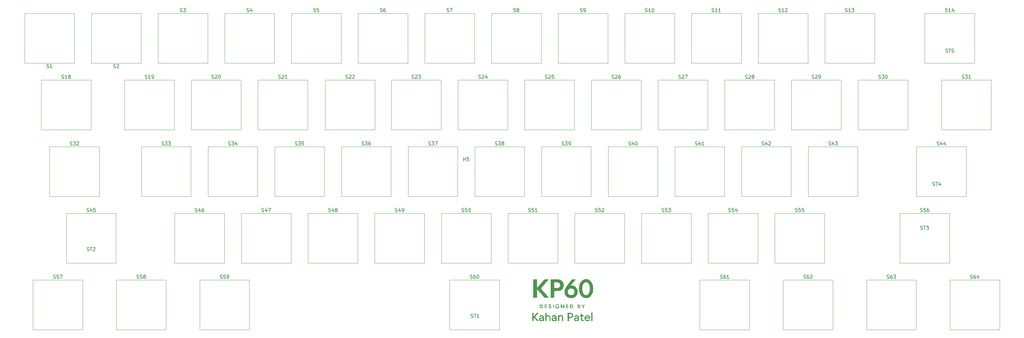
<source format=gto>
%TF.GenerationSoftware,KiCad,Pcbnew,8.0.3*%
%TF.CreationDate,2025-05-11T02:01:07-04:00*%
%TF.ProjectId,KP60,4b503630-2e6b-4696-9361-645f70636258,rev?*%
%TF.SameCoordinates,Original*%
%TF.FileFunction,Legend,Top*%
%TF.FilePolarity,Positive*%
%FSLAX46Y46*%
G04 Gerber Fmt 4.6, Leading zero omitted, Abs format (unit mm)*
G04 Created by KiCad (PCBNEW 8.0.3) date 2025-05-11 02:01:07*
%MOMM*%
%LPD*%
G01*
G04 APERTURE LIST*
%ADD10C,0.150000*%
%ADD11C,0.120000*%
%ADD12C,0.000000*%
G04 APERTURE END LIST*
D10*
X331660655Y-75465200D02*
X331803512Y-75512819D01*
X331803512Y-75512819D02*
X332041607Y-75512819D01*
X332041607Y-75512819D02*
X332136845Y-75465200D01*
X332136845Y-75465200D02*
X332184464Y-75417580D01*
X332184464Y-75417580D02*
X332232083Y-75322342D01*
X332232083Y-75322342D02*
X332232083Y-75227104D01*
X332232083Y-75227104D02*
X332184464Y-75131866D01*
X332184464Y-75131866D02*
X332136845Y-75084247D01*
X332136845Y-75084247D02*
X332041607Y-75036628D01*
X332041607Y-75036628D02*
X331851131Y-74989009D01*
X331851131Y-74989009D02*
X331755893Y-74941390D01*
X331755893Y-74941390D02*
X331708274Y-74893771D01*
X331708274Y-74893771D02*
X331660655Y-74798533D01*
X331660655Y-74798533D02*
X331660655Y-74703295D01*
X331660655Y-74703295D02*
X331708274Y-74608057D01*
X331708274Y-74608057D02*
X331755893Y-74560438D01*
X331755893Y-74560438D02*
X331851131Y-74512819D01*
X331851131Y-74512819D02*
X332089226Y-74512819D01*
X332089226Y-74512819D02*
X332232083Y-74560438D01*
X333184464Y-75512819D02*
X332613036Y-75512819D01*
X332898750Y-75512819D02*
X332898750Y-74512819D01*
X332898750Y-74512819D02*
X332803512Y-74655676D01*
X332803512Y-74655676D02*
X332708274Y-74750914D01*
X332708274Y-74750914D02*
X332613036Y-74798533D01*
X334041607Y-74846152D02*
X334041607Y-75512819D01*
X333803512Y-74465200D02*
X333565417Y-75179485D01*
X333565417Y-75179485D02*
X334184464Y-75179485D01*
X194008095Y-118104819D02*
X194008095Y-117104819D01*
X194008095Y-117581009D02*
X194579523Y-117581009D01*
X194579523Y-118104819D02*
X194579523Y-117104819D01*
X195531904Y-117104819D02*
X195055714Y-117104819D01*
X195055714Y-117104819D02*
X195008095Y-117581009D01*
X195008095Y-117581009D02*
X195055714Y-117533390D01*
X195055714Y-117533390D02*
X195150952Y-117485771D01*
X195150952Y-117485771D02*
X195389047Y-117485771D01*
X195389047Y-117485771D02*
X195484285Y-117533390D01*
X195484285Y-117533390D02*
X195531904Y-117581009D01*
X195531904Y-117581009D02*
X195579523Y-117676247D01*
X195579523Y-117676247D02*
X195579523Y-117914342D01*
X195579523Y-117914342D02*
X195531904Y-118009580D01*
X195531904Y-118009580D02*
X195484285Y-118057200D01*
X195484285Y-118057200D02*
X195389047Y-118104819D01*
X195389047Y-118104819D02*
X195150952Y-118104819D01*
X195150952Y-118104819D02*
X195055714Y-118057200D01*
X195055714Y-118057200D02*
X195008095Y-118009580D01*
X279273155Y-113565200D02*
X279416012Y-113612819D01*
X279416012Y-113612819D02*
X279654107Y-113612819D01*
X279654107Y-113612819D02*
X279749345Y-113565200D01*
X279749345Y-113565200D02*
X279796964Y-113517580D01*
X279796964Y-113517580D02*
X279844583Y-113422342D01*
X279844583Y-113422342D02*
X279844583Y-113327104D01*
X279844583Y-113327104D02*
X279796964Y-113231866D01*
X279796964Y-113231866D02*
X279749345Y-113184247D01*
X279749345Y-113184247D02*
X279654107Y-113136628D01*
X279654107Y-113136628D02*
X279463631Y-113089009D01*
X279463631Y-113089009D02*
X279368393Y-113041390D01*
X279368393Y-113041390D02*
X279320774Y-112993771D01*
X279320774Y-112993771D02*
X279273155Y-112898533D01*
X279273155Y-112898533D02*
X279273155Y-112803295D01*
X279273155Y-112803295D02*
X279320774Y-112708057D01*
X279320774Y-112708057D02*
X279368393Y-112660438D01*
X279368393Y-112660438D02*
X279463631Y-112612819D01*
X279463631Y-112612819D02*
X279701726Y-112612819D01*
X279701726Y-112612819D02*
X279844583Y-112660438D01*
X280701726Y-112946152D02*
X280701726Y-113612819D01*
X280463631Y-112565200D02*
X280225536Y-113279485D01*
X280225536Y-113279485D02*
X280844583Y-113279485D01*
X281177917Y-112708057D02*
X281225536Y-112660438D01*
X281225536Y-112660438D02*
X281320774Y-112612819D01*
X281320774Y-112612819D02*
X281558869Y-112612819D01*
X281558869Y-112612819D02*
X281654107Y-112660438D01*
X281654107Y-112660438D02*
X281701726Y-112708057D01*
X281701726Y-112708057D02*
X281749345Y-112803295D01*
X281749345Y-112803295D02*
X281749345Y-112898533D01*
X281749345Y-112898533D02*
X281701726Y-113041390D01*
X281701726Y-113041390D02*
X281130298Y-113612819D01*
X281130298Y-113612819D02*
X281749345Y-113612819D01*
X174498155Y-132615200D02*
X174641012Y-132662819D01*
X174641012Y-132662819D02*
X174879107Y-132662819D01*
X174879107Y-132662819D02*
X174974345Y-132615200D01*
X174974345Y-132615200D02*
X175021964Y-132567580D01*
X175021964Y-132567580D02*
X175069583Y-132472342D01*
X175069583Y-132472342D02*
X175069583Y-132377104D01*
X175069583Y-132377104D02*
X175021964Y-132281866D01*
X175021964Y-132281866D02*
X174974345Y-132234247D01*
X174974345Y-132234247D02*
X174879107Y-132186628D01*
X174879107Y-132186628D02*
X174688631Y-132139009D01*
X174688631Y-132139009D02*
X174593393Y-132091390D01*
X174593393Y-132091390D02*
X174545774Y-132043771D01*
X174545774Y-132043771D02*
X174498155Y-131948533D01*
X174498155Y-131948533D02*
X174498155Y-131853295D01*
X174498155Y-131853295D02*
X174545774Y-131758057D01*
X174545774Y-131758057D02*
X174593393Y-131710438D01*
X174593393Y-131710438D02*
X174688631Y-131662819D01*
X174688631Y-131662819D02*
X174926726Y-131662819D01*
X174926726Y-131662819D02*
X175069583Y-131710438D01*
X175926726Y-131996152D02*
X175926726Y-132662819D01*
X175688631Y-131615200D02*
X175450536Y-132329485D01*
X175450536Y-132329485D02*
X176069583Y-132329485D01*
X176498155Y-132662819D02*
X176688631Y-132662819D01*
X176688631Y-132662819D02*
X176783869Y-132615200D01*
X176783869Y-132615200D02*
X176831488Y-132567580D01*
X176831488Y-132567580D02*
X176926726Y-132424723D01*
X176926726Y-132424723D02*
X176974345Y-132234247D01*
X176974345Y-132234247D02*
X176974345Y-131853295D01*
X176974345Y-131853295D02*
X176926726Y-131758057D01*
X176926726Y-131758057D02*
X176879107Y-131710438D01*
X176879107Y-131710438D02*
X176783869Y-131662819D01*
X176783869Y-131662819D02*
X176593393Y-131662819D01*
X176593393Y-131662819D02*
X176498155Y-131710438D01*
X176498155Y-131710438D02*
X176450536Y-131758057D01*
X176450536Y-131758057D02*
X176402917Y-131853295D01*
X176402917Y-131853295D02*
X176402917Y-132091390D01*
X176402917Y-132091390D02*
X176450536Y-132186628D01*
X176450536Y-132186628D02*
X176498155Y-132234247D01*
X176498155Y-132234247D02*
X176593393Y-132281866D01*
X176593393Y-132281866D02*
X176783869Y-132281866D01*
X176783869Y-132281866D02*
X176879107Y-132234247D01*
X176879107Y-132234247D02*
X176926726Y-132186628D01*
X176926726Y-132186628D02*
X176974345Y-132091390D01*
X164973155Y-113565200D02*
X165116012Y-113612819D01*
X165116012Y-113612819D02*
X165354107Y-113612819D01*
X165354107Y-113612819D02*
X165449345Y-113565200D01*
X165449345Y-113565200D02*
X165496964Y-113517580D01*
X165496964Y-113517580D02*
X165544583Y-113422342D01*
X165544583Y-113422342D02*
X165544583Y-113327104D01*
X165544583Y-113327104D02*
X165496964Y-113231866D01*
X165496964Y-113231866D02*
X165449345Y-113184247D01*
X165449345Y-113184247D02*
X165354107Y-113136628D01*
X165354107Y-113136628D02*
X165163631Y-113089009D01*
X165163631Y-113089009D02*
X165068393Y-113041390D01*
X165068393Y-113041390D02*
X165020774Y-112993771D01*
X165020774Y-112993771D02*
X164973155Y-112898533D01*
X164973155Y-112898533D02*
X164973155Y-112803295D01*
X164973155Y-112803295D02*
X165020774Y-112708057D01*
X165020774Y-112708057D02*
X165068393Y-112660438D01*
X165068393Y-112660438D02*
X165163631Y-112612819D01*
X165163631Y-112612819D02*
X165401726Y-112612819D01*
X165401726Y-112612819D02*
X165544583Y-112660438D01*
X165877917Y-112612819D02*
X166496964Y-112612819D01*
X166496964Y-112612819D02*
X166163631Y-112993771D01*
X166163631Y-112993771D02*
X166306488Y-112993771D01*
X166306488Y-112993771D02*
X166401726Y-113041390D01*
X166401726Y-113041390D02*
X166449345Y-113089009D01*
X166449345Y-113089009D02*
X166496964Y-113184247D01*
X166496964Y-113184247D02*
X166496964Y-113422342D01*
X166496964Y-113422342D02*
X166449345Y-113517580D01*
X166449345Y-113517580D02*
X166401726Y-113565200D01*
X166401726Y-113565200D02*
X166306488Y-113612819D01*
X166306488Y-113612819D02*
X166020774Y-113612819D01*
X166020774Y-113612819D02*
X165925536Y-113565200D01*
X165925536Y-113565200D02*
X165877917Y-113517580D01*
X167354107Y-112612819D02*
X167163631Y-112612819D01*
X167163631Y-112612819D02*
X167068393Y-112660438D01*
X167068393Y-112660438D02*
X167020774Y-112708057D01*
X167020774Y-112708057D02*
X166925536Y-112850914D01*
X166925536Y-112850914D02*
X166877917Y-113041390D01*
X166877917Y-113041390D02*
X166877917Y-113422342D01*
X166877917Y-113422342D02*
X166925536Y-113517580D01*
X166925536Y-113517580D02*
X166973155Y-113565200D01*
X166973155Y-113565200D02*
X167068393Y-113612819D01*
X167068393Y-113612819D02*
X167258869Y-113612819D01*
X167258869Y-113612819D02*
X167354107Y-113565200D01*
X167354107Y-113565200D02*
X167401726Y-113517580D01*
X167401726Y-113517580D02*
X167449345Y-113422342D01*
X167449345Y-113422342D02*
X167449345Y-113184247D01*
X167449345Y-113184247D02*
X167401726Y-113089009D01*
X167401726Y-113089009D02*
X167354107Y-113041390D01*
X167354107Y-113041390D02*
X167258869Y-112993771D01*
X167258869Y-112993771D02*
X167068393Y-112993771D01*
X167068393Y-112993771D02*
X166973155Y-113041390D01*
X166973155Y-113041390D02*
X166925536Y-113089009D01*
X166925536Y-113089009D02*
X166877917Y-113184247D01*
X227361845Y-75465200D02*
X227504702Y-75512819D01*
X227504702Y-75512819D02*
X227742797Y-75512819D01*
X227742797Y-75512819D02*
X227838035Y-75465200D01*
X227838035Y-75465200D02*
X227885654Y-75417580D01*
X227885654Y-75417580D02*
X227933273Y-75322342D01*
X227933273Y-75322342D02*
X227933273Y-75227104D01*
X227933273Y-75227104D02*
X227885654Y-75131866D01*
X227885654Y-75131866D02*
X227838035Y-75084247D01*
X227838035Y-75084247D02*
X227742797Y-75036628D01*
X227742797Y-75036628D02*
X227552321Y-74989009D01*
X227552321Y-74989009D02*
X227457083Y-74941390D01*
X227457083Y-74941390D02*
X227409464Y-74893771D01*
X227409464Y-74893771D02*
X227361845Y-74798533D01*
X227361845Y-74798533D02*
X227361845Y-74703295D01*
X227361845Y-74703295D02*
X227409464Y-74608057D01*
X227409464Y-74608057D02*
X227457083Y-74560438D01*
X227457083Y-74560438D02*
X227552321Y-74512819D01*
X227552321Y-74512819D02*
X227790416Y-74512819D01*
X227790416Y-74512819D02*
X227933273Y-74560438D01*
X228409464Y-75512819D02*
X228599940Y-75512819D01*
X228599940Y-75512819D02*
X228695178Y-75465200D01*
X228695178Y-75465200D02*
X228742797Y-75417580D01*
X228742797Y-75417580D02*
X228838035Y-75274723D01*
X228838035Y-75274723D02*
X228885654Y-75084247D01*
X228885654Y-75084247D02*
X228885654Y-74703295D01*
X228885654Y-74703295D02*
X228838035Y-74608057D01*
X228838035Y-74608057D02*
X228790416Y-74560438D01*
X228790416Y-74560438D02*
X228695178Y-74512819D01*
X228695178Y-74512819D02*
X228504702Y-74512819D01*
X228504702Y-74512819D02*
X228409464Y-74560438D01*
X228409464Y-74560438D02*
X228361845Y-74608057D01*
X228361845Y-74608057D02*
X228314226Y-74703295D01*
X228314226Y-74703295D02*
X228314226Y-74941390D01*
X228314226Y-74941390D02*
X228361845Y-75036628D01*
X228361845Y-75036628D02*
X228409464Y-75084247D01*
X228409464Y-75084247D02*
X228504702Y-75131866D01*
X228504702Y-75131866D02*
X228695178Y-75131866D01*
X228695178Y-75131866D02*
X228790416Y-75084247D01*
X228790416Y-75084247D02*
X228838035Y-75036628D01*
X228838035Y-75036628D02*
X228885654Y-74941390D01*
X331767143Y-87037200D02*
X331910000Y-87084819D01*
X331910000Y-87084819D02*
X332148095Y-87084819D01*
X332148095Y-87084819D02*
X332243333Y-87037200D01*
X332243333Y-87037200D02*
X332290952Y-86989580D01*
X332290952Y-86989580D02*
X332338571Y-86894342D01*
X332338571Y-86894342D02*
X332338571Y-86799104D01*
X332338571Y-86799104D02*
X332290952Y-86703866D01*
X332290952Y-86703866D02*
X332243333Y-86656247D01*
X332243333Y-86656247D02*
X332148095Y-86608628D01*
X332148095Y-86608628D02*
X331957619Y-86561009D01*
X331957619Y-86561009D02*
X331862381Y-86513390D01*
X331862381Y-86513390D02*
X331814762Y-86465771D01*
X331814762Y-86465771D02*
X331767143Y-86370533D01*
X331767143Y-86370533D02*
X331767143Y-86275295D01*
X331767143Y-86275295D02*
X331814762Y-86180057D01*
X331814762Y-86180057D02*
X331862381Y-86132438D01*
X331862381Y-86132438D02*
X331957619Y-86084819D01*
X331957619Y-86084819D02*
X332195714Y-86084819D01*
X332195714Y-86084819D02*
X332338571Y-86132438D01*
X332624286Y-86084819D02*
X333195714Y-86084819D01*
X332910000Y-87084819D02*
X332910000Y-86084819D01*
X334005238Y-86084819D02*
X333529048Y-86084819D01*
X333529048Y-86084819D02*
X333481429Y-86561009D01*
X333481429Y-86561009D02*
X333529048Y-86513390D01*
X333529048Y-86513390D02*
X333624286Y-86465771D01*
X333624286Y-86465771D02*
X333862381Y-86465771D01*
X333862381Y-86465771D02*
X333957619Y-86513390D01*
X333957619Y-86513390D02*
X334005238Y-86561009D01*
X334005238Y-86561009D02*
X334052857Y-86656247D01*
X334052857Y-86656247D02*
X334052857Y-86894342D01*
X334052857Y-86894342D02*
X334005238Y-86989580D01*
X334005238Y-86989580D02*
X333957619Y-87037200D01*
X333957619Y-87037200D02*
X333862381Y-87084819D01*
X333862381Y-87084819D02*
X333624286Y-87084819D01*
X333624286Y-87084819D02*
X333529048Y-87037200D01*
X333529048Y-87037200D02*
X333481429Y-86989580D01*
X298323155Y-113565200D02*
X298466012Y-113612819D01*
X298466012Y-113612819D02*
X298704107Y-113612819D01*
X298704107Y-113612819D02*
X298799345Y-113565200D01*
X298799345Y-113565200D02*
X298846964Y-113517580D01*
X298846964Y-113517580D02*
X298894583Y-113422342D01*
X298894583Y-113422342D02*
X298894583Y-113327104D01*
X298894583Y-113327104D02*
X298846964Y-113231866D01*
X298846964Y-113231866D02*
X298799345Y-113184247D01*
X298799345Y-113184247D02*
X298704107Y-113136628D01*
X298704107Y-113136628D02*
X298513631Y-113089009D01*
X298513631Y-113089009D02*
X298418393Y-113041390D01*
X298418393Y-113041390D02*
X298370774Y-112993771D01*
X298370774Y-112993771D02*
X298323155Y-112898533D01*
X298323155Y-112898533D02*
X298323155Y-112803295D01*
X298323155Y-112803295D02*
X298370774Y-112708057D01*
X298370774Y-112708057D02*
X298418393Y-112660438D01*
X298418393Y-112660438D02*
X298513631Y-112612819D01*
X298513631Y-112612819D02*
X298751726Y-112612819D01*
X298751726Y-112612819D02*
X298894583Y-112660438D01*
X299751726Y-112946152D02*
X299751726Y-113612819D01*
X299513631Y-112565200D02*
X299275536Y-113279485D01*
X299275536Y-113279485D02*
X299894583Y-113279485D01*
X300180298Y-112612819D02*
X300799345Y-112612819D01*
X300799345Y-112612819D02*
X300466012Y-112993771D01*
X300466012Y-112993771D02*
X300608869Y-112993771D01*
X300608869Y-112993771D02*
X300704107Y-113041390D01*
X300704107Y-113041390D02*
X300751726Y-113089009D01*
X300751726Y-113089009D02*
X300799345Y-113184247D01*
X300799345Y-113184247D02*
X300799345Y-113422342D01*
X300799345Y-113422342D02*
X300751726Y-113517580D01*
X300751726Y-113517580D02*
X300704107Y-113565200D01*
X300704107Y-113565200D02*
X300608869Y-113612819D01*
X300608869Y-113612819D02*
X300323155Y-113612819D01*
X300323155Y-113612819D02*
X300227917Y-113565200D01*
X300227917Y-113565200D02*
X300180298Y-113517580D01*
X107823155Y-113565200D02*
X107966012Y-113612819D01*
X107966012Y-113612819D02*
X108204107Y-113612819D01*
X108204107Y-113612819D02*
X108299345Y-113565200D01*
X108299345Y-113565200D02*
X108346964Y-113517580D01*
X108346964Y-113517580D02*
X108394583Y-113422342D01*
X108394583Y-113422342D02*
X108394583Y-113327104D01*
X108394583Y-113327104D02*
X108346964Y-113231866D01*
X108346964Y-113231866D02*
X108299345Y-113184247D01*
X108299345Y-113184247D02*
X108204107Y-113136628D01*
X108204107Y-113136628D02*
X108013631Y-113089009D01*
X108013631Y-113089009D02*
X107918393Y-113041390D01*
X107918393Y-113041390D02*
X107870774Y-112993771D01*
X107870774Y-112993771D02*
X107823155Y-112898533D01*
X107823155Y-112898533D02*
X107823155Y-112803295D01*
X107823155Y-112803295D02*
X107870774Y-112708057D01*
X107870774Y-112708057D02*
X107918393Y-112660438D01*
X107918393Y-112660438D02*
X108013631Y-112612819D01*
X108013631Y-112612819D02*
X108251726Y-112612819D01*
X108251726Y-112612819D02*
X108394583Y-112660438D01*
X108727917Y-112612819D02*
X109346964Y-112612819D01*
X109346964Y-112612819D02*
X109013631Y-112993771D01*
X109013631Y-112993771D02*
X109156488Y-112993771D01*
X109156488Y-112993771D02*
X109251726Y-113041390D01*
X109251726Y-113041390D02*
X109299345Y-113089009D01*
X109299345Y-113089009D02*
X109346964Y-113184247D01*
X109346964Y-113184247D02*
X109346964Y-113422342D01*
X109346964Y-113422342D02*
X109299345Y-113517580D01*
X109299345Y-113517580D02*
X109251726Y-113565200D01*
X109251726Y-113565200D02*
X109156488Y-113612819D01*
X109156488Y-113612819D02*
X108870774Y-113612819D01*
X108870774Y-113612819D02*
X108775536Y-113565200D01*
X108775536Y-113565200D02*
X108727917Y-113517580D01*
X109680298Y-112612819D02*
X110299345Y-112612819D01*
X110299345Y-112612819D02*
X109966012Y-112993771D01*
X109966012Y-112993771D02*
X110108869Y-112993771D01*
X110108869Y-112993771D02*
X110204107Y-113041390D01*
X110204107Y-113041390D02*
X110251726Y-113089009D01*
X110251726Y-113089009D02*
X110299345Y-113184247D01*
X110299345Y-113184247D02*
X110299345Y-113422342D01*
X110299345Y-113422342D02*
X110251726Y-113517580D01*
X110251726Y-113517580D02*
X110204107Y-113565200D01*
X110204107Y-113565200D02*
X110108869Y-113612819D01*
X110108869Y-113612819D02*
X109823155Y-113612819D01*
X109823155Y-113612819D02*
X109727917Y-113565200D01*
X109727917Y-113565200D02*
X109680298Y-113517580D01*
X179260655Y-94515200D02*
X179403512Y-94562819D01*
X179403512Y-94562819D02*
X179641607Y-94562819D01*
X179641607Y-94562819D02*
X179736845Y-94515200D01*
X179736845Y-94515200D02*
X179784464Y-94467580D01*
X179784464Y-94467580D02*
X179832083Y-94372342D01*
X179832083Y-94372342D02*
X179832083Y-94277104D01*
X179832083Y-94277104D02*
X179784464Y-94181866D01*
X179784464Y-94181866D02*
X179736845Y-94134247D01*
X179736845Y-94134247D02*
X179641607Y-94086628D01*
X179641607Y-94086628D02*
X179451131Y-94039009D01*
X179451131Y-94039009D02*
X179355893Y-93991390D01*
X179355893Y-93991390D02*
X179308274Y-93943771D01*
X179308274Y-93943771D02*
X179260655Y-93848533D01*
X179260655Y-93848533D02*
X179260655Y-93753295D01*
X179260655Y-93753295D02*
X179308274Y-93658057D01*
X179308274Y-93658057D02*
X179355893Y-93610438D01*
X179355893Y-93610438D02*
X179451131Y-93562819D01*
X179451131Y-93562819D02*
X179689226Y-93562819D01*
X179689226Y-93562819D02*
X179832083Y-93610438D01*
X180213036Y-93658057D02*
X180260655Y-93610438D01*
X180260655Y-93610438D02*
X180355893Y-93562819D01*
X180355893Y-93562819D02*
X180593988Y-93562819D01*
X180593988Y-93562819D02*
X180689226Y-93610438D01*
X180689226Y-93610438D02*
X180736845Y-93658057D01*
X180736845Y-93658057D02*
X180784464Y-93753295D01*
X180784464Y-93753295D02*
X180784464Y-93848533D01*
X180784464Y-93848533D02*
X180736845Y-93991390D01*
X180736845Y-93991390D02*
X180165417Y-94562819D01*
X180165417Y-94562819D02*
X180784464Y-94562819D01*
X181117798Y-93562819D02*
X181736845Y-93562819D01*
X181736845Y-93562819D02*
X181403512Y-93943771D01*
X181403512Y-93943771D02*
X181546369Y-93943771D01*
X181546369Y-93943771D02*
X181641607Y-93991390D01*
X181641607Y-93991390D02*
X181689226Y-94039009D01*
X181689226Y-94039009D02*
X181736845Y-94134247D01*
X181736845Y-94134247D02*
X181736845Y-94372342D01*
X181736845Y-94372342D02*
X181689226Y-94467580D01*
X181689226Y-94467580D02*
X181641607Y-94515200D01*
X181641607Y-94515200D02*
X181546369Y-94562819D01*
X181546369Y-94562819D02*
X181260655Y-94562819D01*
X181260655Y-94562819D02*
X181165417Y-94515200D01*
X181165417Y-94515200D02*
X181117798Y-94467580D01*
X336423155Y-94515200D02*
X336566012Y-94562819D01*
X336566012Y-94562819D02*
X336804107Y-94562819D01*
X336804107Y-94562819D02*
X336899345Y-94515200D01*
X336899345Y-94515200D02*
X336946964Y-94467580D01*
X336946964Y-94467580D02*
X336994583Y-94372342D01*
X336994583Y-94372342D02*
X336994583Y-94277104D01*
X336994583Y-94277104D02*
X336946964Y-94181866D01*
X336946964Y-94181866D02*
X336899345Y-94134247D01*
X336899345Y-94134247D02*
X336804107Y-94086628D01*
X336804107Y-94086628D02*
X336613631Y-94039009D01*
X336613631Y-94039009D02*
X336518393Y-93991390D01*
X336518393Y-93991390D02*
X336470774Y-93943771D01*
X336470774Y-93943771D02*
X336423155Y-93848533D01*
X336423155Y-93848533D02*
X336423155Y-93753295D01*
X336423155Y-93753295D02*
X336470774Y-93658057D01*
X336470774Y-93658057D02*
X336518393Y-93610438D01*
X336518393Y-93610438D02*
X336613631Y-93562819D01*
X336613631Y-93562819D02*
X336851726Y-93562819D01*
X336851726Y-93562819D02*
X336994583Y-93610438D01*
X337327917Y-93562819D02*
X337946964Y-93562819D01*
X337946964Y-93562819D02*
X337613631Y-93943771D01*
X337613631Y-93943771D02*
X337756488Y-93943771D01*
X337756488Y-93943771D02*
X337851726Y-93991390D01*
X337851726Y-93991390D02*
X337899345Y-94039009D01*
X337899345Y-94039009D02*
X337946964Y-94134247D01*
X337946964Y-94134247D02*
X337946964Y-94372342D01*
X337946964Y-94372342D02*
X337899345Y-94467580D01*
X337899345Y-94467580D02*
X337851726Y-94515200D01*
X337851726Y-94515200D02*
X337756488Y-94562819D01*
X337756488Y-94562819D02*
X337470774Y-94562819D01*
X337470774Y-94562819D02*
X337375536Y-94515200D01*
X337375536Y-94515200D02*
X337327917Y-94467580D01*
X338899345Y-94562819D02*
X338327917Y-94562819D01*
X338613631Y-94562819D02*
X338613631Y-93562819D01*
X338613631Y-93562819D02*
X338518393Y-93705676D01*
X338518393Y-93705676D02*
X338423155Y-93800914D01*
X338423155Y-93800914D02*
X338327917Y-93848533D01*
X141160655Y-94515200D02*
X141303512Y-94562819D01*
X141303512Y-94562819D02*
X141541607Y-94562819D01*
X141541607Y-94562819D02*
X141636845Y-94515200D01*
X141636845Y-94515200D02*
X141684464Y-94467580D01*
X141684464Y-94467580D02*
X141732083Y-94372342D01*
X141732083Y-94372342D02*
X141732083Y-94277104D01*
X141732083Y-94277104D02*
X141684464Y-94181866D01*
X141684464Y-94181866D02*
X141636845Y-94134247D01*
X141636845Y-94134247D02*
X141541607Y-94086628D01*
X141541607Y-94086628D02*
X141351131Y-94039009D01*
X141351131Y-94039009D02*
X141255893Y-93991390D01*
X141255893Y-93991390D02*
X141208274Y-93943771D01*
X141208274Y-93943771D02*
X141160655Y-93848533D01*
X141160655Y-93848533D02*
X141160655Y-93753295D01*
X141160655Y-93753295D02*
X141208274Y-93658057D01*
X141208274Y-93658057D02*
X141255893Y-93610438D01*
X141255893Y-93610438D02*
X141351131Y-93562819D01*
X141351131Y-93562819D02*
X141589226Y-93562819D01*
X141589226Y-93562819D02*
X141732083Y-93610438D01*
X142113036Y-93658057D02*
X142160655Y-93610438D01*
X142160655Y-93610438D02*
X142255893Y-93562819D01*
X142255893Y-93562819D02*
X142493988Y-93562819D01*
X142493988Y-93562819D02*
X142589226Y-93610438D01*
X142589226Y-93610438D02*
X142636845Y-93658057D01*
X142636845Y-93658057D02*
X142684464Y-93753295D01*
X142684464Y-93753295D02*
X142684464Y-93848533D01*
X142684464Y-93848533D02*
X142636845Y-93991390D01*
X142636845Y-93991390D02*
X142065417Y-94562819D01*
X142065417Y-94562819D02*
X142684464Y-94562819D01*
X143636845Y-94562819D02*
X143065417Y-94562819D01*
X143351131Y-94562819D02*
X143351131Y-93562819D01*
X143351131Y-93562819D02*
X143255893Y-93705676D01*
X143255893Y-93705676D02*
X143160655Y-93800914D01*
X143160655Y-93800914D02*
X143065417Y-93848533D01*
X86391905Y-132615200D02*
X86534762Y-132662819D01*
X86534762Y-132662819D02*
X86772857Y-132662819D01*
X86772857Y-132662819D02*
X86868095Y-132615200D01*
X86868095Y-132615200D02*
X86915714Y-132567580D01*
X86915714Y-132567580D02*
X86963333Y-132472342D01*
X86963333Y-132472342D02*
X86963333Y-132377104D01*
X86963333Y-132377104D02*
X86915714Y-132281866D01*
X86915714Y-132281866D02*
X86868095Y-132234247D01*
X86868095Y-132234247D02*
X86772857Y-132186628D01*
X86772857Y-132186628D02*
X86582381Y-132139009D01*
X86582381Y-132139009D02*
X86487143Y-132091390D01*
X86487143Y-132091390D02*
X86439524Y-132043771D01*
X86439524Y-132043771D02*
X86391905Y-131948533D01*
X86391905Y-131948533D02*
X86391905Y-131853295D01*
X86391905Y-131853295D02*
X86439524Y-131758057D01*
X86439524Y-131758057D02*
X86487143Y-131710438D01*
X86487143Y-131710438D02*
X86582381Y-131662819D01*
X86582381Y-131662819D02*
X86820476Y-131662819D01*
X86820476Y-131662819D02*
X86963333Y-131710438D01*
X87820476Y-131996152D02*
X87820476Y-132662819D01*
X87582381Y-131615200D02*
X87344286Y-132329485D01*
X87344286Y-132329485D02*
X87963333Y-132329485D01*
X88820476Y-131662819D02*
X88344286Y-131662819D01*
X88344286Y-131662819D02*
X88296667Y-132139009D01*
X88296667Y-132139009D02*
X88344286Y-132091390D01*
X88344286Y-132091390D02*
X88439524Y-132043771D01*
X88439524Y-132043771D02*
X88677619Y-132043771D01*
X88677619Y-132043771D02*
X88772857Y-132091390D01*
X88772857Y-132091390D02*
X88820476Y-132139009D01*
X88820476Y-132139009D02*
X88868095Y-132234247D01*
X88868095Y-132234247D02*
X88868095Y-132472342D01*
X88868095Y-132472342D02*
X88820476Y-132567580D01*
X88820476Y-132567580D02*
X88772857Y-132615200D01*
X88772857Y-132615200D02*
X88677619Y-132662819D01*
X88677619Y-132662819D02*
X88439524Y-132662819D01*
X88439524Y-132662819D02*
X88344286Y-132615200D01*
X88344286Y-132615200D02*
X88296667Y-132567580D01*
X122110655Y-94515200D02*
X122253512Y-94562819D01*
X122253512Y-94562819D02*
X122491607Y-94562819D01*
X122491607Y-94562819D02*
X122586845Y-94515200D01*
X122586845Y-94515200D02*
X122634464Y-94467580D01*
X122634464Y-94467580D02*
X122682083Y-94372342D01*
X122682083Y-94372342D02*
X122682083Y-94277104D01*
X122682083Y-94277104D02*
X122634464Y-94181866D01*
X122634464Y-94181866D02*
X122586845Y-94134247D01*
X122586845Y-94134247D02*
X122491607Y-94086628D01*
X122491607Y-94086628D02*
X122301131Y-94039009D01*
X122301131Y-94039009D02*
X122205893Y-93991390D01*
X122205893Y-93991390D02*
X122158274Y-93943771D01*
X122158274Y-93943771D02*
X122110655Y-93848533D01*
X122110655Y-93848533D02*
X122110655Y-93753295D01*
X122110655Y-93753295D02*
X122158274Y-93658057D01*
X122158274Y-93658057D02*
X122205893Y-93610438D01*
X122205893Y-93610438D02*
X122301131Y-93562819D01*
X122301131Y-93562819D02*
X122539226Y-93562819D01*
X122539226Y-93562819D02*
X122682083Y-93610438D01*
X123063036Y-93658057D02*
X123110655Y-93610438D01*
X123110655Y-93610438D02*
X123205893Y-93562819D01*
X123205893Y-93562819D02*
X123443988Y-93562819D01*
X123443988Y-93562819D02*
X123539226Y-93610438D01*
X123539226Y-93610438D02*
X123586845Y-93658057D01*
X123586845Y-93658057D02*
X123634464Y-93753295D01*
X123634464Y-93753295D02*
X123634464Y-93848533D01*
X123634464Y-93848533D02*
X123586845Y-93991390D01*
X123586845Y-93991390D02*
X123015417Y-94562819D01*
X123015417Y-94562819D02*
X123634464Y-94562819D01*
X124253512Y-93562819D02*
X124348750Y-93562819D01*
X124348750Y-93562819D02*
X124443988Y-93610438D01*
X124443988Y-93610438D02*
X124491607Y-93658057D01*
X124491607Y-93658057D02*
X124539226Y-93753295D01*
X124539226Y-93753295D02*
X124586845Y-93943771D01*
X124586845Y-93943771D02*
X124586845Y-94181866D01*
X124586845Y-94181866D02*
X124539226Y-94372342D01*
X124539226Y-94372342D02*
X124491607Y-94467580D01*
X124491607Y-94467580D02*
X124443988Y-94515200D01*
X124443988Y-94515200D02*
X124348750Y-94562819D01*
X124348750Y-94562819D02*
X124253512Y-94562819D01*
X124253512Y-94562819D02*
X124158274Y-94515200D01*
X124158274Y-94515200D02*
X124110655Y-94467580D01*
X124110655Y-94467580D02*
X124063036Y-94372342D01*
X124063036Y-94372342D02*
X124015417Y-94181866D01*
X124015417Y-94181866D02*
X124015417Y-93943771D01*
X124015417Y-93943771D02*
X124063036Y-93753295D01*
X124063036Y-93753295D02*
X124110655Y-93658057D01*
X124110655Y-93658057D02*
X124158274Y-93610438D01*
X124158274Y-93610438D02*
X124253512Y-93562819D01*
X193548155Y-132615200D02*
X193691012Y-132662819D01*
X193691012Y-132662819D02*
X193929107Y-132662819D01*
X193929107Y-132662819D02*
X194024345Y-132615200D01*
X194024345Y-132615200D02*
X194071964Y-132567580D01*
X194071964Y-132567580D02*
X194119583Y-132472342D01*
X194119583Y-132472342D02*
X194119583Y-132377104D01*
X194119583Y-132377104D02*
X194071964Y-132281866D01*
X194071964Y-132281866D02*
X194024345Y-132234247D01*
X194024345Y-132234247D02*
X193929107Y-132186628D01*
X193929107Y-132186628D02*
X193738631Y-132139009D01*
X193738631Y-132139009D02*
X193643393Y-132091390D01*
X193643393Y-132091390D02*
X193595774Y-132043771D01*
X193595774Y-132043771D02*
X193548155Y-131948533D01*
X193548155Y-131948533D02*
X193548155Y-131853295D01*
X193548155Y-131853295D02*
X193595774Y-131758057D01*
X193595774Y-131758057D02*
X193643393Y-131710438D01*
X193643393Y-131710438D02*
X193738631Y-131662819D01*
X193738631Y-131662819D02*
X193976726Y-131662819D01*
X193976726Y-131662819D02*
X194119583Y-131710438D01*
X195024345Y-131662819D02*
X194548155Y-131662819D01*
X194548155Y-131662819D02*
X194500536Y-132139009D01*
X194500536Y-132139009D02*
X194548155Y-132091390D01*
X194548155Y-132091390D02*
X194643393Y-132043771D01*
X194643393Y-132043771D02*
X194881488Y-132043771D01*
X194881488Y-132043771D02*
X194976726Y-132091390D01*
X194976726Y-132091390D02*
X195024345Y-132139009D01*
X195024345Y-132139009D02*
X195071964Y-132234247D01*
X195071964Y-132234247D02*
X195071964Y-132472342D01*
X195071964Y-132472342D02*
X195024345Y-132567580D01*
X195024345Y-132567580D02*
X194976726Y-132615200D01*
X194976726Y-132615200D02*
X194881488Y-132662819D01*
X194881488Y-132662819D02*
X194643393Y-132662819D01*
X194643393Y-132662819D02*
X194548155Y-132615200D01*
X194548155Y-132615200D02*
X194500536Y-132567580D01*
X195691012Y-131662819D02*
X195786250Y-131662819D01*
X195786250Y-131662819D02*
X195881488Y-131710438D01*
X195881488Y-131710438D02*
X195929107Y-131758057D01*
X195929107Y-131758057D02*
X195976726Y-131853295D01*
X195976726Y-131853295D02*
X196024345Y-132043771D01*
X196024345Y-132043771D02*
X196024345Y-132281866D01*
X196024345Y-132281866D02*
X195976726Y-132472342D01*
X195976726Y-132472342D02*
X195929107Y-132567580D01*
X195929107Y-132567580D02*
X195881488Y-132615200D01*
X195881488Y-132615200D02*
X195786250Y-132662819D01*
X195786250Y-132662819D02*
X195691012Y-132662819D01*
X195691012Y-132662819D02*
X195595774Y-132615200D01*
X195595774Y-132615200D02*
X195548155Y-132567580D01*
X195548155Y-132567580D02*
X195500536Y-132472342D01*
X195500536Y-132472342D02*
X195452917Y-132281866D01*
X195452917Y-132281866D02*
X195452917Y-132043771D01*
X195452917Y-132043771D02*
X195500536Y-131853295D01*
X195500536Y-131853295D02*
X195548155Y-131758057D01*
X195548155Y-131758057D02*
X195595774Y-131710438D01*
X195595774Y-131710438D02*
X195691012Y-131662819D01*
X338804405Y-151665200D02*
X338947262Y-151712819D01*
X338947262Y-151712819D02*
X339185357Y-151712819D01*
X339185357Y-151712819D02*
X339280595Y-151665200D01*
X339280595Y-151665200D02*
X339328214Y-151617580D01*
X339328214Y-151617580D02*
X339375833Y-151522342D01*
X339375833Y-151522342D02*
X339375833Y-151427104D01*
X339375833Y-151427104D02*
X339328214Y-151331866D01*
X339328214Y-151331866D02*
X339280595Y-151284247D01*
X339280595Y-151284247D02*
X339185357Y-151236628D01*
X339185357Y-151236628D02*
X338994881Y-151189009D01*
X338994881Y-151189009D02*
X338899643Y-151141390D01*
X338899643Y-151141390D02*
X338852024Y-151093771D01*
X338852024Y-151093771D02*
X338804405Y-150998533D01*
X338804405Y-150998533D02*
X338804405Y-150903295D01*
X338804405Y-150903295D02*
X338852024Y-150808057D01*
X338852024Y-150808057D02*
X338899643Y-150760438D01*
X338899643Y-150760438D02*
X338994881Y-150712819D01*
X338994881Y-150712819D02*
X339232976Y-150712819D01*
X339232976Y-150712819D02*
X339375833Y-150760438D01*
X340232976Y-150712819D02*
X340042500Y-150712819D01*
X340042500Y-150712819D02*
X339947262Y-150760438D01*
X339947262Y-150760438D02*
X339899643Y-150808057D01*
X339899643Y-150808057D02*
X339804405Y-150950914D01*
X339804405Y-150950914D02*
X339756786Y-151141390D01*
X339756786Y-151141390D02*
X339756786Y-151522342D01*
X339756786Y-151522342D02*
X339804405Y-151617580D01*
X339804405Y-151617580D02*
X339852024Y-151665200D01*
X339852024Y-151665200D02*
X339947262Y-151712819D01*
X339947262Y-151712819D02*
X340137738Y-151712819D01*
X340137738Y-151712819D02*
X340232976Y-151665200D01*
X340232976Y-151665200D02*
X340280595Y-151617580D01*
X340280595Y-151617580D02*
X340328214Y-151522342D01*
X340328214Y-151522342D02*
X340328214Y-151284247D01*
X340328214Y-151284247D02*
X340280595Y-151189009D01*
X340280595Y-151189009D02*
X340232976Y-151141390D01*
X340232976Y-151141390D02*
X340137738Y-151093771D01*
X340137738Y-151093771D02*
X339947262Y-151093771D01*
X339947262Y-151093771D02*
X339852024Y-151141390D01*
X339852024Y-151141390D02*
X339804405Y-151189009D01*
X339804405Y-151189009D02*
X339756786Y-151284247D01*
X341185357Y-151046152D02*
X341185357Y-151712819D01*
X340947262Y-150665200D02*
X340709167Y-151379485D01*
X340709167Y-151379485D02*
X341328214Y-151379485D01*
X195929405Y-151665200D02*
X196072262Y-151712819D01*
X196072262Y-151712819D02*
X196310357Y-151712819D01*
X196310357Y-151712819D02*
X196405595Y-151665200D01*
X196405595Y-151665200D02*
X196453214Y-151617580D01*
X196453214Y-151617580D02*
X196500833Y-151522342D01*
X196500833Y-151522342D02*
X196500833Y-151427104D01*
X196500833Y-151427104D02*
X196453214Y-151331866D01*
X196453214Y-151331866D02*
X196405595Y-151284247D01*
X196405595Y-151284247D02*
X196310357Y-151236628D01*
X196310357Y-151236628D02*
X196119881Y-151189009D01*
X196119881Y-151189009D02*
X196024643Y-151141390D01*
X196024643Y-151141390D02*
X195977024Y-151093771D01*
X195977024Y-151093771D02*
X195929405Y-150998533D01*
X195929405Y-150998533D02*
X195929405Y-150903295D01*
X195929405Y-150903295D02*
X195977024Y-150808057D01*
X195977024Y-150808057D02*
X196024643Y-150760438D01*
X196024643Y-150760438D02*
X196119881Y-150712819D01*
X196119881Y-150712819D02*
X196357976Y-150712819D01*
X196357976Y-150712819D02*
X196500833Y-150760438D01*
X197357976Y-150712819D02*
X197167500Y-150712819D01*
X197167500Y-150712819D02*
X197072262Y-150760438D01*
X197072262Y-150760438D02*
X197024643Y-150808057D01*
X197024643Y-150808057D02*
X196929405Y-150950914D01*
X196929405Y-150950914D02*
X196881786Y-151141390D01*
X196881786Y-151141390D02*
X196881786Y-151522342D01*
X196881786Y-151522342D02*
X196929405Y-151617580D01*
X196929405Y-151617580D02*
X196977024Y-151665200D01*
X196977024Y-151665200D02*
X197072262Y-151712819D01*
X197072262Y-151712819D02*
X197262738Y-151712819D01*
X197262738Y-151712819D02*
X197357976Y-151665200D01*
X197357976Y-151665200D02*
X197405595Y-151617580D01*
X197405595Y-151617580D02*
X197453214Y-151522342D01*
X197453214Y-151522342D02*
X197453214Y-151284247D01*
X197453214Y-151284247D02*
X197405595Y-151189009D01*
X197405595Y-151189009D02*
X197357976Y-151141390D01*
X197357976Y-151141390D02*
X197262738Y-151093771D01*
X197262738Y-151093771D02*
X197072262Y-151093771D01*
X197072262Y-151093771D02*
X196977024Y-151141390D01*
X196977024Y-151141390D02*
X196929405Y-151189009D01*
X196929405Y-151189009D02*
X196881786Y-151284247D01*
X198072262Y-150712819D02*
X198167500Y-150712819D01*
X198167500Y-150712819D02*
X198262738Y-150760438D01*
X198262738Y-150760438D02*
X198310357Y-150808057D01*
X198310357Y-150808057D02*
X198357976Y-150903295D01*
X198357976Y-150903295D02*
X198405595Y-151093771D01*
X198405595Y-151093771D02*
X198405595Y-151331866D01*
X198405595Y-151331866D02*
X198357976Y-151522342D01*
X198357976Y-151522342D02*
X198310357Y-151617580D01*
X198310357Y-151617580D02*
X198262738Y-151665200D01*
X198262738Y-151665200D02*
X198167500Y-151712819D01*
X198167500Y-151712819D02*
X198072262Y-151712819D01*
X198072262Y-151712819D02*
X197977024Y-151665200D01*
X197977024Y-151665200D02*
X197929405Y-151617580D01*
X197929405Y-151617580D02*
X197881786Y-151522342D01*
X197881786Y-151522342D02*
X197834167Y-151331866D01*
X197834167Y-151331866D02*
X197834167Y-151093771D01*
X197834167Y-151093771D02*
X197881786Y-150903295D01*
X197881786Y-150903295D02*
X197929405Y-150808057D01*
X197929405Y-150808057D02*
X197977024Y-150760438D01*
X197977024Y-150760438D02*
X198072262Y-150712819D01*
X231648155Y-132615200D02*
X231791012Y-132662819D01*
X231791012Y-132662819D02*
X232029107Y-132662819D01*
X232029107Y-132662819D02*
X232124345Y-132615200D01*
X232124345Y-132615200D02*
X232171964Y-132567580D01*
X232171964Y-132567580D02*
X232219583Y-132472342D01*
X232219583Y-132472342D02*
X232219583Y-132377104D01*
X232219583Y-132377104D02*
X232171964Y-132281866D01*
X232171964Y-132281866D02*
X232124345Y-132234247D01*
X232124345Y-132234247D02*
X232029107Y-132186628D01*
X232029107Y-132186628D02*
X231838631Y-132139009D01*
X231838631Y-132139009D02*
X231743393Y-132091390D01*
X231743393Y-132091390D02*
X231695774Y-132043771D01*
X231695774Y-132043771D02*
X231648155Y-131948533D01*
X231648155Y-131948533D02*
X231648155Y-131853295D01*
X231648155Y-131853295D02*
X231695774Y-131758057D01*
X231695774Y-131758057D02*
X231743393Y-131710438D01*
X231743393Y-131710438D02*
X231838631Y-131662819D01*
X231838631Y-131662819D02*
X232076726Y-131662819D01*
X232076726Y-131662819D02*
X232219583Y-131710438D01*
X233124345Y-131662819D02*
X232648155Y-131662819D01*
X232648155Y-131662819D02*
X232600536Y-132139009D01*
X232600536Y-132139009D02*
X232648155Y-132091390D01*
X232648155Y-132091390D02*
X232743393Y-132043771D01*
X232743393Y-132043771D02*
X232981488Y-132043771D01*
X232981488Y-132043771D02*
X233076726Y-132091390D01*
X233076726Y-132091390D02*
X233124345Y-132139009D01*
X233124345Y-132139009D02*
X233171964Y-132234247D01*
X233171964Y-132234247D02*
X233171964Y-132472342D01*
X233171964Y-132472342D02*
X233124345Y-132567580D01*
X233124345Y-132567580D02*
X233076726Y-132615200D01*
X233076726Y-132615200D02*
X232981488Y-132662819D01*
X232981488Y-132662819D02*
X232743393Y-132662819D01*
X232743393Y-132662819D02*
X232648155Y-132615200D01*
X232648155Y-132615200D02*
X232600536Y-132567580D01*
X233552917Y-131758057D02*
X233600536Y-131710438D01*
X233600536Y-131710438D02*
X233695774Y-131662819D01*
X233695774Y-131662819D02*
X233933869Y-131662819D01*
X233933869Y-131662819D02*
X234029107Y-131710438D01*
X234029107Y-131710438D02*
X234076726Y-131758057D01*
X234076726Y-131758057D02*
X234124345Y-131853295D01*
X234124345Y-131853295D02*
X234124345Y-131948533D01*
X234124345Y-131948533D02*
X234076726Y-132091390D01*
X234076726Y-132091390D02*
X233505298Y-132662819D01*
X233505298Y-132662819D02*
X234124345Y-132662819D01*
X293560655Y-94515200D02*
X293703512Y-94562819D01*
X293703512Y-94562819D02*
X293941607Y-94562819D01*
X293941607Y-94562819D02*
X294036845Y-94515200D01*
X294036845Y-94515200D02*
X294084464Y-94467580D01*
X294084464Y-94467580D02*
X294132083Y-94372342D01*
X294132083Y-94372342D02*
X294132083Y-94277104D01*
X294132083Y-94277104D02*
X294084464Y-94181866D01*
X294084464Y-94181866D02*
X294036845Y-94134247D01*
X294036845Y-94134247D02*
X293941607Y-94086628D01*
X293941607Y-94086628D02*
X293751131Y-94039009D01*
X293751131Y-94039009D02*
X293655893Y-93991390D01*
X293655893Y-93991390D02*
X293608274Y-93943771D01*
X293608274Y-93943771D02*
X293560655Y-93848533D01*
X293560655Y-93848533D02*
X293560655Y-93753295D01*
X293560655Y-93753295D02*
X293608274Y-93658057D01*
X293608274Y-93658057D02*
X293655893Y-93610438D01*
X293655893Y-93610438D02*
X293751131Y-93562819D01*
X293751131Y-93562819D02*
X293989226Y-93562819D01*
X293989226Y-93562819D02*
X294132083Y-93610438D01*
X294513036Y-93658057D02*
X294560655Y-93610438D01*
X294560655Y-93610438D02*
X294655893Y-93562819D01*
X294655893Y-93562819D02*
X294893988Y-93562819D01*
X294893988Y-93562819D02*
X294989226Y-93610438D01*
X294989226Y-93610438D02*
X295036845Y-93658057D01*
X295036845Y-93658057D02*
X295084464Y-93753295D01*
X295084464Y-93753295D02*
X295084464Y-93848533D01*
X295084464Y-93848533D02*
X295036845Y-93991390D01*
X295036845Y-93991390D02*
X294465417Y-94562819D01*
X294465417Y-94562819D02*
X295084464Y-94562819D01*
X295560655Y-94562819D02*
X295751131Y-94562819D01*
X295751131Y-94562819D02*
X295846369Y-94515200D01*
X295846369Y-94515200D02*
X295893988Y-94467580D01*
X295893988Y-94467580D02*
X295989226Y-94324723D01*
X295989226Y-94324723D02*
X296036845Y-94134247D01*
X296036845Y-94134247D02*
X296036845Y-93753295D01*
X296036845Y-93753295D02*
X295989226Y-93658057D01*
X295989226Y-93658057D02*
X295941607Y-93610438D01*
X295941607Y-93610438D02*
X295846369Y-93562819D01*
X295846369Y-93562819D02*
X295655893Y-93562819D01*
X295655893Y-93562819D02*
X295560655Y-93610438D01*
X295560655Y-93610438D02*
X295513036Y-93658057D01*
X295513036Y-93658057D02*
X295465417Y-93753295D01*
X295465417Y-93753295D02*
X295465417Y-93991390D01*
X295465417Y-93991390D02*
X295513036Y-94086628D01*
X295513036Y-94086628D02*
X295560655Y-94134247D01*
X295560655Y-94134247D02*
X295655893Y-94181866D01*
X295655893Y-94181866D02*
X295846369Y-94181866D01*
X295846369Y-94181866D02*
X295941607Y-94134247D01*
X295941607Y-94134247D02*
X295989226Y-94086628D01*
X295989226Y-94086628D02*
X296036845Y-93991390D01*
X76866905Y-151665200D02*
X77009762Y-151712819D01*
X77009762Y-151712819D02*
X77247857Y-151712819D01*
X77247857Y-151712819D02*
X77343095Y-151665200D01*
X77343095Y-151665200D02*
X77390714Y-151617580D01*
X77390714Y-151617580D02*
X77438333Y-151522342D01*
X77438333Y-151522342D02*
X77438333Y-151427104D01*
X77438333Y-151427104D02*
X77390714Y-151331866D01*
X77390714Y-151331866D02*
X77343095Y-151284247D01*
X77343095Y-151284247D02*
X77247857Y-151236628D01*
X77247857Y-151236628D02*
X77057381Y-151189009D01*
X77057381Y-151189009D02*
X76962143Y-151141390D01*
X76962143Y-151141390D02*
X76914524Y-151093771D01*
X76914524Y-151093771D02*
X76866905Y-150998533D01*
X76866905Y-150998533D02*
X76866905Y-150903295D01*
X76866905Y-150903295D02*
X76914524Y-150808057D01*
X76914524Y-150808057D02*
X76962143Y-150760438D01*
X76962143Y-150760438D02*
X77057381Y-150712819D01*
X77057381Y-150712819D02*
X77295476Y-150712819D01*
X77295476Y-150712819D02*
X77438333Y-150760438D01*
X78343095Y-150712819D02*
X77866905Y-150712819D01*
X77866905Y-150712819D02*
X77819286Y-151189009D01*
X77819286Y-151189009D02*
X77866905Y-151141390D01*
X77866905Y-151141390D02*
X77962143Y-151093771D01*
X77962143Y-151093771D02*
X78200238Y-151093771D01*
X78200238Y-151093771D02*
X78295476Y-151141390D01*
X78295476Y-151141390D02*
X78343095Y-151189009D01*
X78343095Y-151189009D02*
X78390714Y-151284247D01*
X78390714Y-151284247D02*
X78390714Y-151522342D01*
X78390714Y-151522342D02*
X78343095Y-151617580D01*
X78343095Y-151617580D02*
X78295476Y-151665200D01*
X78295476Y-151665200D02*
X78200238Y-151712819D01*
X78200238Y-151712819D02*
X77962143Y-151712819D01*
X77962143Y-151712819D02*
X77866905Y-151665200D01*
X77866905Y-151665200D02*
X77819286Y-151617580D01*
X78724048Y-150712819D02*
X79390714Y-150712819D01*
X79390714Y-150712819D02*
X78962143Y-151712819D01*
X217360655Y-94515200D02*
X217503512Y-94562819D01*
X217503512Y-94562819D02*
X217741607Y-94562819D01*
X217741607Y-94562819D02*
X217836845Y-94515200D01*
X217836845Y-94515200D02*
X217884464Y-94467580D01*
X217884464Y-94467580D02*
X217932083Y-94372342D01*
X217932083Y-94372342D02*
X217932083Y-94277104D01*
X217932083Y-94277104D02*
X217884464Y-94181866D01*
X217884464Y-94181866D02*
X217836845Y-94134247D01*
X217836845Y-94134247D02*
X217741607Y-94086628D01*
X217741607Y-94086628D02*
X217551131Y-94039009D01*
X217551131Y-94039009D02*
X217455893Y-93991390D01*
X217455893Y-93991390D02*
X217408274Y-93943771D01*
X217408274Y-93943771D02*
X217360655Y-93848533D01*
X217360655Y-93848533D02*
X217360655Y-93753295D01*
X217360655Y-93753295D02*
X217408274Y-93658057D01*
X217408274Y-93658057D02*
X217455893Y-93610438D01*
X217455893Y-93610438D02*
X217551131Y-93562819D01*
X217551131Y-93562819D02*
X217789226Y-93562819D01*
X217789226Y-93562819D02*
X217932083Y-93610438D01*
X218313036Y-93658057D02*
X218360655Y-93610438D01*
X218360655Y-93610438D02*
X218455893Y-93562819D01*
X218455893Y-93562819D02*
X218693988Y-93562819D01*
X218693988Y-93562819D02*
X218789226Y-93610438D01*
X218789226Y-93610438D02*
X218836845Y-93658057D01*
X218836845Y-93658057D02*
X218884464Y-93753295D01*
X218884464Y-93753295D02*
X218884464Y-93848533D01*
X218884464Y-93848533D02*
X218836845Y-93991390D01*
X218836845Y-93991390D02*
X218265417Y-94562819D01*
X218265417Y-94562819D02*
X218884464Y-94562819D01*
X219789226Y-93562819D02*
X219313036Y-93562819D01*
X219313036Y-93562819D02*
X219265417Y-94039009D01*
X219265417Y-94039009D02*
X219313036Y-93991390D01*
X219313036Y-93991390D02*
X219408274Y-93943771D01*
X219408274Y-93943771D02*
X219646369Y-93943771D01*
X219646369Y-93943771D02*
X219741607Y-93991390D01*
X219741607Y-93991390D02*
X219789226Y-94039009D01*
X219789226Y-94039009D02*
X219836845Y-94134247D01*
X219836845Y-94134247D02*
X219836845Y-94372342D01*
X219836845Y-94372342D02*
X219789226Y-94467580D01*
X219789226Y-94467580D02*
X219741607Y-94515200D01*
X219741607Y-94515200D02*
X219646369Y-94562819D01*
X219646369Y-94562819D02*
X219408274Y-94562819D01*
X219408274Y-94562819D02*
X219313036Y-94515200D01*
X219313036Y-94515200D02*
X219265417Y-94467580D01*
X303085655Y-75465200D02*
X303228512Y-75512819D01*
X303228512Y-75512819D02*
X303466607Y-75512819D01*
X303466607Y-75512819D02*
X303561845Y-75465200D01*
X303561845Y-75465200D02*
X303609464Y-75417580D01*
X303609464Y-75417580D02*
X303657083Y-75322342D01*
X303657083Y-75322342D02*
X303657083Y-75227104D01*
X303657083Y-75227104D02*
X303609464Y-75131866D01*
X303609464Y-75131866D02*
X303561845Y-75084247D01*
X303561845Y-75084247D02*
X303466607Y-75036628D01*
X303466607Y-75036628D02*
X303276131Y-74989009D01*
X303276131Y-74989009D02*
X303180893Y-74941390D01*
X303180893Y-74941390D02*
X303133274Y-74893771D01*
X303133274Y-74893771D02*
X303085655Y-74798533D01*
X303085655Y-74798533D02*
X303085655Y-74703295D01*
X303085655Y-74703295D02*
X303133274Y-74608057D01*
X303133274Y-74608057D02*
X303180893Y-74560438D01*
X303180893Y-74560438D02*
X303276131Y-74512819D01*
X303276131Y-74512819D02*
X303514226Y-74512819D01*
X303514226Y-74512819D02*
X303657083Y-74560438D01*
X304609464Y-75512819D02*
X304038036Y-75512819D01*
X304323750Y-75512819D02*
X304323750Y-74512819D01*
X304323750Y-74512819D02*
X304228512Y-74655676D01*
X304228512Y-74655676D02*
X304133274Y-74750914D01*
X304133274Y-74750914D02*
X304038036Y-74798533D01*
X304942798Y-74512819D02*
X305561845Y-74512819D01*
X305561845Y-74512819D02*
X305228512Y-74893771D01*
X305228512Y-74893771D02*
X305371369Y-74893771D01*
X305371369Y-74893771D02*
X305466607Y-74941390D01*
X305466607Y-74941390D02*
X305514226Y-74989009D01*
X305514226Y-74989009D02*
X305561845Y-75084247D01*
X305561845Y-75084247D02*
X305561845Y-75322342D01*
X305561845Y-75322342D02*
X305514226Y-75417580D01*
X305514226Y-75417580D02*
X305466607Y-75465200D01*
X305466607Y-75465200D02*
X305371369Y-75512819D01*
X305371369Y-75512819D02*
X305085655Y-75512819D01*
X305085655Y-75512819D02*
X304990417Y-75465200D01*
X304990417Y-75465200D02*
X304942798Y-75417580D01*
X198310655Y-94515200D02*
X198453512Y-94562819D01*
X198453512Y-94562819D02*
X198691607Y-94562819D01*
X198691607Y-94562819D02*
X198786845Y-94515200D01*
X198786845Y-94515200D02*
X198834464Y-94467580D01*
X198834464Y-94467580D02*
X198882083Y-94372342D01*
X198882083Y-94372342D02*
X198882083Y-94277104D01*
X198882083Y-94277104D02*
X198834464Y-94181866D01*
X198834464Y-94181866D02*
X198786845Y-94134247D01*
X198786845Y-94134247D02*
X198691607Y-94086628D01*
X198691607Y-94086628D02*
X198501131Y-94039009D01*
X198501131Y-94039009D02*
X198405893Y-93991390D01*
X198405893Y-93991390D02*
X198358274Y-93943771D01*
X198358274Y-93943771D02*
X198310655Y-93848533D01*
X198310655Y-93848533D02*
X198310655Y-93753295D01*
X198310655Y-93753295D02*
X198358274Y-93658057D01*
X198358274Y-93658057D02*
X198405893Y-93610438D01*
X198405893Y-93610438D02*
X198501131Y-93562819D01*
X198501131Y-93562819D02*
X198739226Y-93562819D01*
X198739226Y-93562819D02*
X198882083Y-93610438D01*
X199263036Y-93658057D02*
X199310655Y-93610438D01*
X199310655Y-93610438D02*
X199405893Y-93562819D01*
X199405893Y-93562819D02*
X199643988Y-93562819D01*
X199643988Y-93562819D02*
X199739226Y-93610438D01*
X199739226Y-93610438D02*
X199786845Y-93658057D01*
X199786845Y-93658057D02*
X199834464Y-93753295D01*
X199834464Y-93753295D02*
X199834464Y-93848533D01*
X199834464Y-93848533D02*
X199786845Y-93991390D01*
X199786845Y-93991390D02*
X199215417Y-94562819D01*
X199215417Y-94562819D02*
X199834464Y-94562819D01*
X200691607Y-93896152D02*
X200691607Y-94562819D01*
X200453512Y-93515200D02*
X200215417Y-94229485D01*
X200215417Y-94229485D02*
X200834464Y-94229485D01*
X136398155Y-132615200D02*
X136541012Y-132662819D01*
X136541012Y-132662819D02*
X136779107Y-132662819D01*
X136779107Y-132662819D02*
X136874345Y-132615200D01*
X136874345Y-132615200D02*
X136921964Y-132567580D01*
X136921964Y-132567580D02*
X136969583Y-132472342D01*
X136969583Y-132472342D02*
X136969583Y-132377104D01*
X136969583Y-132377104D02*
X136921964Y-132281866D01*
X136921964Y-132281866D02*
X136874345Y-132234247D01*
X136874345Y-132234247D02*
X136779107Y-132186628D01*
X136779107Y-132186628D02*
X136588631Y-132139009D01*
X136588631Y-132139009D02*
X136493393Y-132091390D01*
X136493393Y-132091390D02*
X136445774Y-132043771D01*
X136445774Y-132043771D02*
X136398155Y-131948533D01*
X136398155Y-131948533D02*
X136398155Y-131853295D01*
X136398155Y-131853295D02*
X136445774Y-131758057D01*
X136445774Y-131758057D02*
X136493393Y-131710438D01*
X136493393Y-131710438D02*
X136588631Y-131662819D01*
X136588631Y-131662819D02*
X136826726Y-131662819D01*
X136826726Y-131662819D02*
X136969583Y-131710438D01*
X137826726Y-131996152D02*
X137826726Y-132662819D01*
X137588631Y-131615200D02*
X137350536Y-132329485D01*
X137350536Y-132329485D02*
X137969583Y-132329485D01*
X138255298Y-131662819D02*
X138921964Y-131662819D01*
X138921964Y-131662819D02*
X138493393Y-132662819D01*
X132111845Y-75465200D02*
X132254702Y-75512819D01*
X132254702Y-75512819D02*
X132492797Y-75512819D01*
X132492797Y-75512819D02*
X132588035Y-75465200D01*
X132588035Y-75465200D02*
X132635654Y-75417580D01*
X132635654Y-75417580D02*
X132683273Y-75322342D01*
X132683273Y-75322342D02*
X132683273Y-75227104D01*
X132683273Y-75227104D02*
X132635654Y-75131866D01*
X132635654Y-75131866D02*
X132588035Y-75084247D01*
X132588035Y-75084247D02*
X132492797Y-75036628D01*
X132492797Y-75036628D02*
X132302321Y-74989009D01*
X132302321Y-74989009D02*
X132207083Y-74941390D01*
X132207083Y-74941390D02*
X132159464Y-74893771D01*
X132159464Y-74893771D02*
X132111845Y-74798533D01*
X132111845Y-74798533D02*
X132111845Y-74703295D01*
X132111845Y-74703295D02*
X132159464Y-74608057D01*
X132159464Y-74608057D02*
X132207083Y-74560438D01*
X132207083Y-74560438D02*
X132302321Y-74512819D01*
X132302321Y-74512819D02*
X132540416Y-74512819D01*
X132540416Y-74512819D02*
X132683273Y-74560438D01*
X133540416Y-74846152D02*
X133540416Y-75512819D01*
X133302321Y-74465200D02*
X133064226Y-75179485D01*
X133064226Y-75179485D02*
X133683273Y-75179485D01*
X74961845Y-91465200D02*
X75104702Y-91512819D01*
X75104702Y-91512819D02*
X75342797Y-91512819D01*
X75342797Y-91512819D02*
X75438035Y-91465200D01*
X75438035Y-91465200D02*
X75485654Y-91417580D01*
X75485654Y-91417580D02*
X75533273Y-91322342D01*
X75533273Y-91322342D02*
X75533273Y-91227104D01*
X75533273Y-91227104D02*
X75485654Y-91131866D01*
X75485654Y-91131866D02*
X75438035Y-91084247D01*
X75438035Y-91084247D02*
X75342797Y-91036628D01*
X75342797Y-91036628D02*
X75152321Y-90989009D01*
X75152321Y-90989009D02*
X75057083Y-90941390D01*
X75057083Y-90941390D02*
X75009464Y-90893771D01*
X75009464Y-90893771D02*
X74961845Y-90798533D01*
X74961845Y-90798533D02*
X74961845Y-90703295D01*
X74961845Y-90703295D02*
X75009464Y-90608057D01*
X75009464Y-90608057D02*
X75057083Y-90560438D01*
X75057083Y-90560438D02*
X75152321Y-90512819D01*
X75152321Y-90512819D02*
X75390416Y-90512819D01*
X75390416Y-90512819D02*
X75533273Y-90560438D01*
X76485654Y-91512819D02*
X75914226Y-91512819D01*
X76199940Y-91512819D02*
X76199940Y-90512819D01*
X76199940Y-90512819D02*
X76104702Y-90655676D01*
X76104702Y-90655676D02*
X76009464Y-90750914D01*
X76009464Y-90750914D02*
X75914226Y-90798533D01*
X184023155Y-113565200D02*
X184166012Y-113612819D01*
X184166012Y-113612819D02*
X184404107Y-113612819D01*
X184404107Y-113612819D02*
X184499345Y-113565200D01*
X184499345Y-113565200D02*
X184546964Y-113517580D01*
X184546964Y-113517580D02*
X184594583Y-113422342D01*
X184594583Y-113422342D02*
X184594583Y-113327104D01*
X184594583Y-113327104D02*
X184546964Y-113231866D01*
X184546964Y-113231866D02*
X184499345Y-113184247D01*
X184499345Y-113184247D02*
X184404107Y-113136628D01*
X184404107Y-113136628D02*
X184213631Y-113089009D01*
X184213631Y-113089009D02*
X184118393Y-113041390D01*
X184118393Y-113041390D02*
X184070774Y-112993771D01*
X184070774Y-112993771D02*
X184023155Y-112898533D01*
X184023155Y-112898533D02*
X184023155Y-112803295D01*
X184023155Y-112803295D02*
X184070774Y-112708057D01*
X184070774Y-112708057D02*
X184118393Y-112660438D01*
X184118393Y-112660438D02*
X184213631Y-112612819D01*
X184213631Y-112612819D02*
X184451726Y-112612819D01*
X184451726Y-112612819D02*
X184594583Y-112660438D01*
X184927917Y-112612819D02*
X185546964Y-112612819D01*
X185546964Y-112612819D02*
X185213631Y-112993771D01*
X185213631Y-112993771D02*
X185356488Y-112993771D01*
X185356488Y-112993771D02*
X185451726Y-113041390D01*
X185451726Y-113041390D02*
X185499345Y-113089009D01*
X185499345Y-113089009D02*
X185546964Y-113184247D01*
X185546964Y-113184247D02*
X185546964Y-113422342D01*
X185546964Y-113422342D02*
X185499345Y-113517580D01*
X185499345Y-113517580D02*
X185451726Y-113565200D01*
X185451726Y-113565200D02*
X185356488Y-113612819D01*
X185356488Y-113612819D02*
X185070774Y-113612819D01*
X185070774Y-113612819D02*
X184975536Y-113565200D01*
X184975536Y-113565200D02*
X184927917Y-113517580D01*
X185880298Y-112612819D02*
X186546964Y-112612819D01*
X186546964Y-112612819D02*
X186118393Y-113612819D01*
X100679405Y-151665200D02*
X100822262Y-151712819D01*
X100822262Y-151712819D02*
X101060357Y-151712819D01*
X101060357Y-151712819D02*
X101155595Y-151665200D01*
X101155595Y-151665200D02*
X101203214Y-151617580D01*
X101203214Y-151617580D02*
X101250833Y-151522342D01*
X101250833Y-151522342D02*
X101250833Y-151427104D01*
X101250833Y-151427104D02*
X101203214Y-151331866D01*
X101203214Y-151331866D02*
X101155595Y-151284247D01*
X101155595Y-151284247D02*
X101060357Y-151236628D01*
X101060357Y-151236628D02*
X100869881Y-151189009D01*
X100869881Y-151189009D02*
X100774643Y-151141390D01*
X100774643Y-151141390D02*
X100727024Y-151093771D01*
X100727024Y-151093771D02*
X100679405Y-150998533D01*
X100679405Y-150998533D02*
X100679405Y-150903295D01*
X100679405Y-150903295D02*
X100727024Y-150808057D01*
X100727024Y-150808057D02*
X100774643Y-150760438D01*
X100774643Y-150760438D02*
X100869881Y-150712819D01*
X100869881Y-150712819D02*
X101107976Y-150712819D01*
X101107976Y-150712819D02*
X101250833Y-150760438D01*
X102155595Y-150712819D02*
X101679405Y-150712819D01*
X101679405Y-150712819D02*
X101631786Y-151189009D01*
X101631786Y-151189009D02*
X101679405Y-151141390D01*
X101679405Y-151141390D02*
X101774643Y-151093771D01*
X101774643Y-151093771D02*
X102012738Y-151093771D01*
X102012738Y-151093771D02*
X102107976Y-151141390D01*
X102107976Y-151141390D02*
X102155595Y-151189009D01*
X102155595Y-151189009D02*
X102203214Y-151284247D01*
X102203214Y-151284247D02*
X102203214Y-151522342D01*
X102203214Y-151522342D02*
X102155595Y-151617580D01*
X102155595Y-151617580D02*
X102107976Y-151665200D01*
X102107976Y-151665200D02*
X102012738Y-151712819D01*
X102012738Y-151712819D02*
X101774643Y-151712819D01*
X101774643Y-151712819D02*
X101679405Y-151665200D01*
X101679405Y-151665200D02*
X101631786Y-151617580D01*
X102774643Y-151141390D02*
X102679405Y-151093771D01*
X102679405Y-151093771D02*
X102631786Y-151046152D01*
X102631786Y-151046152D02*
X102584167Y-150950914D01*
X102584167Y-150950914D02*
X102584167Y-150903295D01*
X102584167Y-150903295D02*
X102631786Y-150808057D01*
X102631786Y-150808057D02*
X102679405Y-150760438D01*
X102679405Y-150760438D02*
X102774643Y-150712819D01*
X102774643Y-150712819D02*
X102965119Y-150712819D01*
X102965119Y-150712819D02*
X103060357Y-150760438D01*
X103060357Y-150760438D02*
X103107976Y-150808057D01*
X103107976Y-150808057D02*
X103155595Y-150903295D01*
X103155595Y-150903295D02*
X103155595Y-150950914D01*
X103155595Y-150950914D02*
X103107976Y-151046152D01*
X103107976Y-151046152D02*
X103060357Y-151093771D01*
X103060357Y-151093771D02*
X102965119Y-151141390D01*
X102965119Y-151141390D02*
X102774643Y-151141390D01*
X102774643Y-151141390D02*
X102679405Y-151189009D01*
X102679405Y-151189009D02*
X102631786Y-151236628D01*
X102631786Y-151236628D02*
X102584167Y-151331866D01*
X102584167Y-151331866D02*
X102584167Y-151522342D01*
X102584167Y-151522342D02*
X102631786Y-151617580D01*
X102631786Y-151617580D02*
X102679405Y-151665200D01*
X102679405Y-151665200D02*
X102774643Y-151712819D01*
X102774643Y-151712819D02*
X102965119Y-151712819D01*
X102965119Y-151712819D02*
X103060357Y-151665200D01*
X103060357Y-151665200D02*
X103107976Y-151617580D01*
X103107976Y-151617580D02*
X103155595Y-151522342D01*
X103155595Y-151522342D02*
X103155595Y-151331866D01*
X103155595Y-151331866D02*
X103107976Y-151236628D01*
X103107976Y-151236628D02*
X103060357Y-151189009D01*
X103060357Y-151189009D02*
X102965119Y-151141390D01*
X155448155Y-132615200D02*
X155591012Y-132662819D01*
X155591012Y-132662819D02*
X155829107Y-132662819D01*
X155829107Y-132662819D02*
X155924345Y-132615200D01*
X155924345Y-132615200D02*
X155971964Y-132567580D01*
X155971964Y-132567580D02*
X156019583Y-132472342D01*
X156019583Y-132472342D02*
X156019583Y-132377104D01*
X156019583Y-132377104D02*
X155971964Y-132281866D01*
X155971964Y-132281866D02*
X155924345Y-132234247D01*
X155924345Y-132234247D02*
X155829107Y-132186628D01*
X155829107Y-132186628D02*
X155638631Y-132139009D01*
X155638631Y-132139009D02*
X155543393Y-132091390D01*
X155543393Y-132091390D02*
X155495774Y-132043771D01*
X155495774Y-132043771D02*
X155448155Y-131948533D01*
X155448155Y-131948533D02*
X155448155Y-131853295D01*
X155448155Y-131853295D02*
X155495774Y-131758057D01*
X155495774Y-131758057D02*
X155543393Y-131710438D01*
X155543393Y-131710438D02*
X155638631Y-131662819D01*
X155638631Y-131662819D02*
X155876726Y-131662819D01*
X155876726Y-131662819D02*
X156019583Y-131710438D01*
X156876726Y-131996152D02*
X156876726Y-132662819D01*
X156638631Y-131615200D02*
X156400536Y-132329485D01*
X156400536Y-132329485D02*
X157019583Y-132329485D01*
X157543393Y-132091390D02*
X157448155Y-132043771D01*
X157448155Y-132043771D02*
X157400536Y-131996152D01*
X157400536Y-131996152D02*
X157352917Y-131900914D01*
X157352917Y-131900914D02*
X157352917Y-131853295D01*
X157352917Y-131853295D02*
X157400536Y-131758057D01*
X157400536Y-131758057D02*
X157448155Y-131710438D01*
X157448155Y-131710438D02*
X157543393Y-131662819D01*
X157543393Y-131662819D02*
X157733869Y-131662819D01*
X157733869Y-131662819D02*
X157829107Y-131710438D01*
X157829107Y-131710438D02*
X157876726Y-131758057D01*
X157876726Y-131758057D02*
X157924345Y-131853295D01*
X157924345Y-131853295D02*
X157924345Y-131900914D01*
X157924345Y-131900914D02*
X157876726Y-131996152D01*
X157876726Y-131996152D02*
X157829107Y-132043771D01*
X157829107Y-132043771D02*
X157733869Y-132091390D01*
X157733869Y-132091390D02*
X157543393Y-132091390D01*
X157543393Y-132091390D02*
X157448155Y-132139009D01*
X157448155Y-132139009D02*
X157400536Y-132186628D01*
X157400536Y-132186628D02*
X157352917Y-132281866D01*
X157352917Y-132281866D02*
X157352917Y-132472342D01*
X157352917Y-132472342D02*
X157400536Y-132567580D01*
X157400536Y-132567580D02*
X157448155Y-132615200D01*
X157448155Y-132615200D02*
X157543393Y-132662819D01*
X157543393Y-132662819D02*
X157733869Y-132662819D01*
X157733869Y-132662819D02*
X157829107Y-132615200D01*
X157829107Y-132615200D02*
X157876726Y-132567580D01*
X157876726Y-132567580D02*
X157924345Y-132472342D01*
X157924345Y-132472342D02*
X157924345Y-132281866D01*
X157924345Y-132281866D02*
X157876726Y-132186628D01*
X157876726Y-132186628D02*
X157829107Y-132139009D01*
X157829107Y-132139009D02*
X157733869Y-132091390D01*
X312610655Y-94515200D02*
X312753512Y-94562819D01*
X312753512Y-94562819D02*
X312991607Y-94562819D01*
X312991607Y-94562819D02*
X313086845Y-94515200D01*
X313086845Y-94515200D02*
X313134464Y-94467580D01*
X313134464Y-94467580D02*
X313182083Y-94372342D01*
X313182083Y-94372342D02*
X313182083Y-94277104D01*
X313182083Y-94277104D02*
X313134464Y-94181866D01*
X313134464Y-94181866D02*
X313086845Y-94134247D01*
X313086845Y-94134247D02*
X312991607Y-94086628D01*
X312991607Y-94086628D02*
X312801131Y-94039009D01*
X312801131Y-94039009D02*
X312705893Y-93991390D01*
X312705893Y-93991390D02*
X312658274Y-93943771D01*
X312658274Y-93943771D02*
X312610655Y-93848533D01*
X312610655Y-93848533D02*
X312610655Y-93753295D01*
X312610655Y-93753295D02*
X312658274Y-93658057D01*
X312658274Y-93658057D02*
X312705893Y-93610438D01*
X312705893Y-93610438D02*
X312801131Y-93562819D01*
X312801131Y-93562819D02*
X313039226Y-93562819D01*
X313039226Y-93562819D02*
X313182083Y-93610438D01*
X313515417Y-93562819D02*
X314134464Y-93562819D01*
X314134464Y-93562819D02*
X313801131Y-93943771D01*
X313801131Y-93943771D02*
X313943988Y-93943771D01*
X313943988Y-93943771D02*
X314039226Y-93991390D01*
X314039226Y-93991390D02*
X314086845Y-94039009D01*
X314086845Y-94039009D02*
X314134464Y-94134247D01*
X314134464Y-94134247D02*
X314134464Y-94372342D01*
X314134464Y-94372342D02*
X314086845Y-94467580D01*
X314086845Y-94467580D02*
X314039226Y-94515200D01*
X314039226Y-94515200D02*
X313943988Y-94562819D01*
X313943988Y-94562819D02*
X313658274Y-94562819D01*
X313658274Y-94562819D02*
X313563036Y-94515200D01*
X313563036Y-94515200D02*
X313515417Y-94467580D01*
X314753512Y-93562819D02*
X314848750Y-93562819D01*
X314848750Y-93562819D02*
X314943988Y-93610438D01*
X314943988Y-93610438D02*
X314991607Y-93658057D01*
X314991607Y-93658057D02*
X315039226Y-93753295D01*
X315039226Y-93753295D02*
X315086845Y-93943771D01*
X315086845Y-93943771D02*
X315086845Y-94181866D01*
X315086845Y-94181866D02*
X315039226Y-94372342D01*
X315039226Y-94372342D02*
X314991607Y-94467580D01*
X314991607Y-94467580D02*
X314943988Y-94515200D01*
X314943988Y-94515200D02*
X314848750Y-94562819D01*
X314848750Y-94562819D02*
X314753512Y-94562819D01*
X314753512Y-94562819D02*
X314658274Y-94515200D01*
X314658274Y-94515200D02*
X314610655Y-94467580D01*
X314610655Y-94467580D02*
X314563036Y-94372342D01*
X314563036Y-94372342D02*
X314515417Y-94181866D01*
X314515417Y-94181866D02*
X314515417Y-93943771D01*
X314515417Y-93943771D02*
X314563036Y-93753295D01*
X314563036Y-93753295D02*
X314610655Y-93658057D01*
X314610655Y-93658057D02*
X314658274Y-93610438D01*
X314658274Y-93610438D02*
X314753512Y-93562819D01*
X196167143Y-162847200D02*
X196310000Y-162894819D01*
X196310000Y-162894819D02*
X196548095Y-162894819D01*
X196548095Y-162894819D02*
X196643333Y-162847200D01*
X196643333Y-162847200D02*
X196690952Y-162799580D01*
X196690952Y-162799580D02*
X196738571Y-162704342D01*
X196738571Y-162704342D02*
X196738571Y-162609104D01*
X196738571Y-162609104D02*
X196690952Y-162513866D01*
X196690952Y-162513866D02*
X196643333Y-162466247D01*
X196643333Y-162466247D02*
X196548095Y-162418628D01*
X196548095Y-162418628D02*
X196357619Y-162371009D01*
X196357619Y-162371009D02*
X196262381Y-162323390D01*
X196262381Y-162323390D02*
X196214762Y-162275771D01*
X196214762Y-162275771D02*
X196167143Y-162180533D01*
X196167143Y-162180533D02*
X196167143Y-162085295D01*
X196167143Y-162085295D02*
X196214762Y-161990057D01*
X196214762Y-161990057D02*
X196262381Y-161942438D01*
X196262381Y-161942438D02*
X196357619Y-161894819D01*
X196357619Y-161894819D02*
X196595714Y-161894819D01*
X196595714Y-161894819D02*
X196738571Y-161942438D01*
X197024286Y-161894819D02*
X197595714Y-161894819D01*
X197310000Y-162894819D02*
X197310000Y-161894819D01*
X198452857Y-162894819D02*
X197881429Y-162894819D01*
X198167143Y-162894819D02*
X198167143Y-161894819D01*
X198167143Y-161894819D02*
X198071905Y-162037676D01*
X198071905Y-162037676D02*
X197976667Y-162132914D01*
X197976667Y-162132914D02*
X197881429Y-162180533D01*
X274510655Y-94515200D02*
X274653512Y-94562819D01*
X274653512Y-94562819D02*
X274891607Y-94562819D01*
X274891607Y-94562819D02*
X274986845Y-94515200D01*
X274986845Y-94515200D02*
X275034464Y-94467580D01*
X275034464Y-94467580D02*
X275082083Y-94372342D01*
X275082083Y-94372342D02*
X275082083Y-94277104D01*
X275082083Y-94277104D02*
X275034464Y-94181866D01*
X275034464Y-94181866D02*
X274986845Y-94134247D01*
X274986845Y-94134247D02*
X274891607Y-94086628D01*
X274891607Y-94086628D02*
X274701131Y-94039009D01*
X274701131Y-94039009D02*
X274605893Y-93991390D01*
X274605893Y-93991390D02*
X274558274Y-93943771D01*
X274558274Y-93943771D02*
X274510655Y-93848533D01*
X274510655Y-93848533D02*
X274510655Y-93753295D01*
X274510655Y-93753295D02*
X274558274Y-93658057D01*
X274558274Y-93658057D02*
X274605893Y-93610438D01*
X274605893Y-93610438D02*
X274701131Y-93562819D01*
X274701131Y-93562819D02*
X274939226Y-93562819D01*
X274939226Y-93562819D02*
X275082083Y-93610438D01*
X275463036Y-93658057D02*
X275510655Y-93610438D01*
X275510655Y-93610438D02*
X275605893Y-93562819D01*
X275605893Y-93562819D02*
X275843988Y-93562819D01*
X275843988Y-93562819D02*
X275939226Y-93610438D01*
X275939226Y-93610438D02*
X275986845Y-93658057D01*
X275986845Y-93658057D02*
X276034464Y-93753295D01*
X276034464Y-93753295D02*
X276034464Y-93848533D01*
X276034464Y-93848533D02*
X275986845Y-93991390D01*
X275986845Y-93991390D02*
X275415417Y-94562819D01*
X275415417Y-94562819D02*
X276034464Y-94562819D01*
X276605893Y-93991390D02*
X276510655Y-93943771D01*
X276510655Y-93943771D02*
X276463036Y-93896152D01*
X276463036Y-93896152D02*
X276415417Y-93800914D01*
X276415417Y-93800914D02*
X276415417Y-93753295D01*
X276415417Y-93753295D02*
X276463036Y-93658057D01*
X276463036Y-93658057D02*
X276510655Y-93610438D01*
X276510655Y-93610438D02*
X276605893Y-93562819D01*
X276605893Y-93562819D02*
X276796369Y-93562819D01*
X276796369Y-93562819D02*
X276891607Y-93610438D01*
X276891607Y-93610438D02*
X276939226Y-93658057D01*
X276939226Y-93658057D02*
X276986845Y-93753295D01*
X276986845Y-93753295D02*
X276986845Y-93800914D01*
X276986845Y-93800914D02*
X276939226Y-93896152D01*
X276939226Y-93896152D02*
X276891607Y-93943771D01*
X276891607Y-93943771D02*
X276796369Y-93991390D01*
X276796369Y-93991390D02*
X276605893Y-93991390D01*
X276605893Y-93991390D02*
X276510655Y-94039009D01*
X276510655Y-94039009D02*
X276463036Y-94086628D01*
X276463036Y-94086628D02*
X276415417Y-94181866D01*
X276415417Y-94181866D02*
X276415417Y-94372342D01*
X276415417Y-94372342D02*
X276463036Y-94467580D01*
X276463036Y-94467580D02*
X276510655Y-94515200D01*
X276510655Y-94515200D02*
X276605893Y-94562819D01*
X276605893Y-94562819D02*
X276796369Y-94562819D01*
X276796369Y-94562819D02*
X276891607Y-94515200D01*
X276891607Y-94515200D02*
X276939226Y-94467580D01*
X276939226Y-94467580D02*
X276986845Y-94372342D01*
X276986845Y-94372342D02*
X276986845Y-94181866D01*
X276986845Y-94181866D02*
X276939226Y-94086628D01*
X276939226Y-94086628D02*
X276891607Y-94039009D01*
X276891607Y-94039009D02*
X276796369Y-93991390D01*
X236410655Y-94515200D02*
X236553512Y-94562819D01*
X236553512Y-94562819D02*
X236791607Y-94562819D01*
X236791607Y-94562819D02*
X236886845Y-94515200D01*
X236886845Y-94515200D02*
X236934464Y-94467580D01*
X236934464Y-94467580D02*
X236982083Y-94372342D01*
X236982083Y-94372342D02*
X236982083Y-94277104D01*
X236982083Y-94277104D02*
X236934464Y-94181866D01*
X236934464Y-94181866D02*
X236886845Y-94134247D01*
X236886845Y-94134247D02*
X236791607Y-94086628D01*
X236791607Y-94086628D02*
X236601131Y-94039009D01*
X236601131Y-94039009D02*
X236505893Y-93991390D01*
X236505893Y-93991390D02*
X236458274Y-93943771D01*
X236458274Y-93943771D02*
X236410655Y-93848533D01*
X236410655Y-93848533D02*
X236410655Y-93753295D01*
X236410655Y-93753295D02*
X236458274Y-93658057D01*
X236458274Y-93658057D02*
X236505893Y-93610438D01*
X236505893Y-93610438D02*
X236601131Y-93562819D01*
X236601131Y-93562819D02*
X236839226Y-93562819D01*
X236839226Y-93562819D02*
X236982083Y-93610438D01*
X237363036Y-93658057D02*
X237410655Y-93610438D01*
X237410655Y-93610438D02*
X237505893Y-93562819D01*
X237505893Y-93562819D02*
X237743988Y-93562819D01*
X237743988Y-93562819D02*
X237839226Y-93610438D01*
X237839226Y-93610438D02*
X237886845Y-93658057D01*
X237886845Y-93658057D02*
X237934464Y-93753295D01*
X237934464Y-93753295D02*
X237934464Y-93848533D01*
X237934464Y-93848533D02*
X237886845Y-93991390D01*
X237886845Y-93991390D02*
X237315417Y-94562819D01*
X237315417Y-94562819D02*
X237934464Y-94562819D01*
X238791607Y-93562819D02*
X238601131Y-93562819D01*
X238601131Y-93562819D02*
X238505893Y-93610438D01*
X238505893Y-93610438D02*
X238458274Y-93658057D01*
X238458274Y-93658057D02*
X238363036Y-93800914D01*
X238363036Y-93800914D02*
X238315417Y-93991390D01*
X238315417Y-93991390D02*
X238315417Y-94372342D01*
X238315417Y-94372342D02*
X238363036Y-94467580D01*
X238363036Y-94467580D02*
X238410655Y-94515200D01*
X238410655Y-94515200D02*
X238505893Y-94562819D01*
X238505893Y-94562819D02*
X238696369Y-94562819D01*
X238696369Y-94562819D02*
X238791607Y-94515200D01*
X238791607Y-94515200D02*
X238839226Y-94467580D01*
X238839226Y-94467580D02*
X238886845Y-94372342D01*
X238886845Y-94372342D02*
X238886845Y-94134247D01*
X238886845Y-94134247D02*
X238839226Y-94039009D01*
X238839226Y-94039009D02*
X238791607Y-93991390D01*
X238791607Y-93991390D02*
X238696369Y-93943771D01*
X238696369Y-93943771D02*
X238505893Y-93943771D01*
X238505893Y-93943771D02*
X238410655Y-93991390D01*
X238410655Y-93991390D02*
X238363036Y-94039009D01*
X238363036Y-94039009D02*
X238315417Y-94134247D01*
X124491905Y-151665200D02*
X124634762Y-151712819D01*
X124634762Y-151712819D02*
X124872857Y-151712819D01*
X124872857Y-151712819D02*
X124968095Y-151665200D01*
X124968095Y-151665200D02*
X125015714Y-151617580D01*
X125015714Y-151617580D02*
X125063333Y-151522342D01*
X125063333Y-151522342D02*
X125063333Y-151427104D01*
X125063333Y-151427104D02*
X125015714Y-151331866D01*
X125015714Y-151331866D02*
X124968095Y-151284247D01*
X124968095Y-151284247D02*
X124872857Y-151236628D01*
X124872857Y-151236628D02*
X124682381Y-151189009D01*
X124682381Y-151189009D02*
X124587143Y-151141390D01*
X124587143Y-151141390D02*
X124539524Y-151093771D01*
X124539524Y-151093771D02*
X124491905Y-150998533D01*
X124491905Y-150998533D02*
X124491905Y-150903295D01*
X124491905Y-150903295D02*
X124539524Y-150808057D01*
X124539524Y-150808057D02*
X124587143Y-150760438D01*
X124587143Y-150760438D02*
X124682381Y-150712819D01*
X124682381Y-150712819D02*
X124920476Y-150712819D01*
X124920476Y-150712819D02*
X125063333Y-150760438D01*
X125968095Y-150712819D02*
X125491905Y-150712819D01*
X125491905Y-150712819D02*
X125444286Y-151189009D01*
X125444286Y-151189009D02*
X125491905Y-151141390D01*
X125491905Y-151141390D02*
X125587143Y-151093771D01*
X125587143Y-151093771D02*
X125825238Y-151093771D01*
X125825238Y-151093771D02*
X125920476Y-151141390D01*
X125920476Y-151141390D02*
X125968095Y-151189009D01*
X125968095Y-151189009D02*
X126015714Y-151284247D01*
X126015714Y-151284247D02*
X126015714Y-151522342D01*
X126015714Y-151522342D02*
X125968095Y-151617580D01*
X125968095Y-151617580D02*
X125920476Y-151665200D01*
X125920476Y-151665200D02*
X125825238Y-151712819D01*
X125825238Y-151712819D02*
X125587143Y-151712819D01*
X125587143Y-151712819D02*
X125491905Y-151665200D01*
X125491905Y-151665200D02*
X125444286Y-151617580D01*
X126491905Y-151712819D02*
X126682381Y-151712819D01*
X126682381Y-151712819D02*
X126777619Y-151665200D01*
X126777619Y-151665200D02*
X126825238Y-151617580D01*
X126825238Y-151617580D02*
X126920476Y-151474723D01*
X126920476Y-151474723D02*
X126968095Y-151284247D01*
X126968095Y-151284247D02*
X126968095Y-150903295D01*
X126968095Y-150903295D02*
X126920476Y-150808057D01*
X126920476Y-150808057D02*
X126872857Y-150760438D01*
X126872857Y-150760438D02*
X126777619Y-150712819D01*
X126777619Y-150712819D02*
X126587143Y-150712819D01*
X126587143Y-150712819D02*
X126491905Y-150760438D01*
X126491905Y-150760438D02*
X126444286Y-150808057D01*
X126444286Y-150808057D02*
X126396667Y-150903295D01*
X126396667Y-150903295D02*
X126396667Y-151141390D01*
X126396667Y-151141390D02*
X126444286Y-151236628D01*
X126444286Y-151236628D02*
X126491905Y-151284247D01*
X126491905Y-151284247D02*
X126587143Y-151331866D01*
X126587143Y-151331866D02*
X126777619Y-151331866D01*
X126777619Y-151331866D02*
X126872857Y-151284247D01*
X126872857Y-151284247D02*
X126920476Y-151236628D01*
X126920476Y-151236628D02*
X126968095Y-151141390D01*
X222123155Y-113565200D02*
X222266012Y-113612819D01*
X222266012Y-113612819D02*
X222504107Y-113612819D01*
X222504107Y-113612819D02*
X222599345Y-113565200D01*
X222599345Y-113565200D02*
X222646964Y-113517580D01*
X222646964Y-113517580D02*
X222694583Y-113422342D01*
X222694583Y-113422342D02*
X222694583Y-113327104D01*
X222694583Y-113327104D02*
X222646964Y-113231866D01*
X222646964Y-113231866D02*
X222599345Y-113184247D01*
X222599345Y-113184247D02*
X222504107Y-113136628D01*
X222504107Y-113136628D02*
X222313631Y-113089009D01*
X222313631Y-113089009D02*
X222218393Y-113041390D01*
X222218393Y-113041390D02*
X222170774Y-112993771D01*
X222170774Y-112993771D02*
X222123155Y-112898533D01*
X222123155Y-112898533D02*
X222123155Y-112803295D01*
X222123155Y-112803295D02*
X222170774Y-112708057D01*
X222170774Y-112708057D02*
X222218393Y-112660438D01*
X222218393Y-112660438D02*
X222313631Y-112612819D01*
X222313631Y-112612819D02*
X222551726Y-112612819D01*
X222551726Y-112612819D02*
X222694583Y-112660438D01*
X223027917Y-112612819D02*
X223646964Y-112612819D01*
X223646964Y-112612819D02*
X223313631Y-112993771D01*
X223313631Y-112993771D02*
X223456488Y-112993771D01*
X223456488Y-112993771D02*
X223551726Y-113041390D01*
X223551726Y-113041390D02*
X223599345Y-113089009D01*
X223599345Y-113089009D02*
X223646964Y-113184247D01*
X223646964Y-113184247D02*
X223646964Y-113422342D01*
X223646964Y-113422342D02*
X223599345Y-113517580D01*
X223599345Y-113517580D02*
X223551726Y-113565200D01*
X223551726Y-113565200D02*
X223456488Y-113612819D01*
X223456488Y-113612819D02*
X223170774Y-113612819D01*
X223170774Y-113612819D02*
X223075536Y-113565200D01*
X223075536Y-113565200D02*
X223027917Y-113517580D01*
X224123155Y-113612819D02*
X224313631Y-113612819D01*
X224313631Y-113612819D02*
X224408869Y-113565200D01*
X224408869Y-113565200D02*
X224456488Y-113517580D01*
X224456488Y-113517580D02*
X224551726Y-113374723D01*
X224551726Y-113374723D02*
X224599345Y-113184247D01*
X224599345Y-113184247D02*
X224599345Y-112803295D01*
X224599345Y-112803295D02*
X224551726Y-112708057D01*
X224551726Y-112708057D02*
X224504107Y-112660438D01*
X224504107Y-112660438D02*
X224408869Y-112612819D01*
X224408869Y-112612819D02*
X224218393Y-112612819D01*
X224218393Y-112612819D02*
X224123155Y-112660438D01*
X224123155Y-112660438D02*
X224075536Y-112708057D01*
X224075536Y-112708057D02*
X224027917Y-112803295D01*
X224027917Y-112803295D02*
X224027917Y-113041390D01*
X224027917Y-113041390D02*
X224075536Y-113136628D01*
X224075536Y-113136628D02*
X224123155Y-113184247D01*
X224123155Y-113184247D02*
X224218393Y-113231866D01*
X224218393Y-113231866D02*
X224408869Y-113231866D01*
X224408869Y-113231866D02*
X224504107Y-113184247D01*
X224504107Y-113184247D02*
X224551726Y-113136628D01*
X224551726Y-113136628D02*
X224599345Y-113041390D01*
X208311845Y-75465200D02*
X208454702Y-75512819D01*
X208454702Y-75512819D02*
X208692797Y-75512819D01*
X208692797Y-75512819D02*
X208788035Y-75465200D01*
X208788035Y-75465200D02*
X208835654Y-75417580D01*
X208835654Y-75417580D02*
X208883273Y-75322342D01*
X208883273Y-75322342D02*
X208883273Y-75227104D01*
X208883273Y-75227104D02*
X208835654Y-75131866D01*
X208835654Y-75131866D02*
X208788035Y-75084247D01*
X208788035Y-75084247D02*
X208692797Y-75036628D01*
X208692797Y-75036628D02*
X208502321Y-74989009D01*
X208502321Y-74989009D02*
X208407083Y-74941390D01*
X208407083Y-74941390D02*
X208359464Y-74893771D01*
X208359464Y-74893771D02*
X208311845Y-74798533D01*
X208311845Y-74798533D02*
X208311845Y-74703295D01*
X208311845Y-74703295D02*
X208359464Y-74608057D01*
X208359464Y-74608057D02*
X208407083Y-74560438D01*
X208407083Y-74560438D02*
X208502321Y-74512819D01*
X208502321Y-74512819D02*
X208740416Y-74512819D01*
X208740416Y-74512819D02*
X208883273Y-74560438D01*
X209454702Y-74941390D02*
X209359464Y-74893771D01*
X209359464Y-74893771D02*
X209311845Y-74846152D01*
X209311845Y-74846152D02*
X209264226Y-74750914D01*
X209264226Y-74750914D02*
X209264226Y-74703295D01*
X209264226Y-74703295D02*
X209311845Y-74608057D01*
X209311845Y-74608057D02*
X209359464Y-74560438D01*
X209359464Y-74560438D02*
X209454702Y-74512819D01*
X209454702Y-74512819D02*
X209645178Y-74512819D01*
X209645178Y-74512819D02*
X209740416Y-74560438D01*
X209740416Y-74560438D02*
X209788035Y-74608057D01*
X209788035Y-74608057D02*
X209835654Y-74703295D01*
X209835654Y-74703295D02*
X209835654Y-74750914D01*
X209835654Y-74750914D02*
X209788035Y-74846152D01*
X209788035Y-74846152D02*
X209740416Y-74893771D01*
X209740416Y-74893771D02*
X209645178Y-74941390D01*
X209645178Y-74941390D02*
X209454702Y-74941390D01*
X209454702Y-74941390D02*
X209359464Y-74989009D01*
X209359464Y-74989009D02*
X209311845Y-75036628D01*
X209311845Y-75036628D02*
X209264226Y-75131866D01*
X209264226Y-75131866D02*
X209264226Y-75322342D01*
X209264226Y-75322342D02*
X209311845Y-75417580D01*
X209311845Y-75417580D02*
X209359464Y-75465200D01*
X209359464Y-75465200D02*
X209454702Y-75512819D01*
X209454702Y-75512819D02*
X209645178Y-75512819D01*
X209645178Y-75512819D02*
X209740416Y-75465200D01*
X209740416Y-75465200D02*
X209788035Y-75417580D01*
X209788035Y-75417580D02*
X209835654Y-75322342D01*
X209835654Y-75322342D02*
X209835654Y-75131866D01*
X209835654Y-75131866D02*
X209788035Y-75036628D01*
X209788035Y-75036628D02*
X209740416Y-74989009D01*
X209740416Y-74989009D02*
X209645178Y-74941390D01*
X328047143Y-125157200D02*
X328190000Y-125204819D01*
X328190000Y-125204819D02*
X328428095Y-125204819D01*
X328428095Y-125204819D02*
X328523333Y-125157200D01*
X328523333Y-125157200D02*
X328570952Y-125109580D01*
X328570952Y-125109580D02*
X328618571Y-125014342D01*
X328618571Y-125014342D02*
X328618571Y-124919104D01*
X328618571Y-124919104D02*
X328570952Y-124823866D01*
X328570952Y-124823866D02*
X328523333Y-124776247D01*
X328523333Y-124776247D02*
X328428095Y-124728628D01*
X328428095Y-124728628D02*
X328237619Y-124681009D01*
X328237619Y-124681009D02*
X328142381Y-124633390D01*
X328142381Y-124633390D02*
X328094762Y-124585771D01*
X328094762Y-124585771D02*
X328047143Y-124490533D01*
X328047143Y-124490533D02*
X328047143Y-124395295D01*
X328047143Y-124395295D02*
X328094762Y-124300057D01*
X328094762Y-124300057D02*
X328142381Y-124252438D01*
X328142381Y-124252438D02*
X328237619Y-124204819D01*
X328237619Y-124204819D02*
X328475714Y-124204819D01*
X328475714Y-124204819D02*
X328618571Y-124252438D01*
X328904286Y-124204819D02*
X329475714Y-124204819D01*
X329190000Y-125204819D02*
X329190000Y-124204819D01*
X330237619Y-124538152D02*
X330237619Y-125204819D01*
X329999524Y-124157200D02*
X329761429Y-124871485D01*
X329761429Y-124871485D02*
X330380476Y-124871485D01*
X103060655Y-94515200D02*
X103203512Y-94562819D01*
X103203512Y-94562819D02*
X103441607Y-94562819D01*
X103441607Y-94562819D02*
X103536845Y-94515200D01*
X103536845Y-94515200D02*
X103584464Y-94467580D01*
X103584464Y-94467580D02*
X103632083Y-94372342D01*
X103632083Y-94372342D02*
X103632083Y-94277104D01*
X103632083Y-94277104D02*
X103584464Y-94181866D01*
X103584464Y-94181866D02*
X103536845Y-94134247D01*
X103536845Y-94134247D02*
X103441607Y-94086628D01*
X103441607Y-94086628D02*
X103251131Y-94039009D01*
X103251131Y-94039009D02*
X103155893Y-93991390D01*
X103155893Y-93991390D02*
X103108274Y-93943771D01*
X103108274Y-93943771D02*
X103060655Y-93848533D01*
X103060655Y-93848533D02*
X103060655Y-93753295D01*
X103060655Y-93753295D02*
X103108274Y-93658057D01*
X103108274Y-93658057D02*
X103155893Y-93610438D01*
X103155893Y-93610438D02*
X103251131Y-93562819D01*
X103251131Y-93562819D02*
X103489226Y-93562819D01*
X103489226Y-93562819D02*
X103632083Y-93610438D01*
X104584464Y-94562819D02*
X104013036Y-94562819D01*
X104298750Y-94562819D02*
X104298750Y-93562819D01*
X104298750Y-93562819D02*
X104203512Y-93705676D01*
X104203512Y-93705676D02*
X104108274Y-93800914D01*
X104108274Y-93800914D02*
X104013036Y-93848533D01*
X105060655Y-94562819D02*
X105251131Y-94562819D01*
X105251131Y-94562819D02*
X105346369Y-94515200D01*
X105346369Y-94515200D02*
X105393988Y-94467580D01*
X105393988Y-94467580D02*
X105489226Y-94324723D01*
X105489226Y-94324723D02*
X105536845Y-94134247D01*
X105536845Y-94134247D02*
X105536845Y-93753295D01*
X105536845Y-93753295D02*
X105489226Y-93658057D01*
X105489226Y-93658057D02*
X105441607Y-93610438D01*
X105441607Y-93610438D02*
X105346369Y-93562819D01*
X105346369Y-93562819D02*
X105155893Y-93562819D01*
X105155893Y-93562819D02*
X105060655Y-93610438D01*
X105060655Y-93610438D02*
X105013036Y-93658057D01*
X105013036Y-93658057D02*
X104965417Y-93753295D01*
X104965417Y-93753295D02*
X104965417Y-93991390D01*
X104965417Y-93991390D02*
X105013036Y-94086628D01*
X105013036Y-94086628D02*
X105060655Y-94134247D01*
X105060655Y-94134247D02*
X105155893Y-94181866D01*
X105155893Y-94181866D02*
X105346369Y-94181866D01*
X105346369Y-94181866D02*
X105441607Y-94134247D01*
X105441607Y-94134247D02*
X105489226Y-94086628D01*
X105489226Y-94086628D02*
X105536845Y-93991390D01*
X113061845Y-75465200D02*
X113204702Y-75512819D01*
X113204702Y-75512819D02*
X113442797Y-75512819D01*
X113442797Y-75512819D02*
X113538035Y-75465200D01*
X113538035Y-75465200D02*
X113585654Y-75417580D01*
X113585654Y-75417580D02*
X113633273Y-75322342D01*
X113633273Y-75322342D02*
X113633273Y-75227104D01*
X113633273Y-75227104D02*
X113585654Y-75131866D01*
X113585654Y-75131866D02*
X113538035Y-75084247D01*
X113538035Y-75084247D02*
X113442797Y-75036628D01*
X113442797Y-75036628D02*
X113252321Y-74989009D01*
X113252321Y-74989009D02*
X113157083Y-74941390D01*
X113157083Y-74941390D02*
X113109464Y-74893771D01*
X113109464Y-74893771D02*
X113061845Y-74798533D01*
X113061845Y-74798533D02*
X113061845Y-74703295D01*
X113061845Y-74703295D02*
X113109464Y-74608057D01*
X113109464Y-74608057D02*
X113157083Y-74560438D01*
X113157083Y-74560438D02*
X113252321Y-74512819D01*
X113252321Y-74512819D02*
X113490416Y-74512819D01*
X113490416Y-74512819D02*
X113633273Y-74560438D01*
X113966607Y-74512819D02*
X114585654Y-74512819D01*
X114585654Y-74512819D02*
X114252321Y-74893771D01*
X114252321Y-74893771D02*
X114395178Y-74893771D01*
X114395178Y-74893771D02*
X114490416Y-74941390D01*
X114490416Y-74941390D02*
X114538035Y-74989009D01*
X114538035Y-74989009D02*
X114585654Y-75084247D01*
X114585654Y-75084247D02*
X114585654Y-75322342D01*
X114585654Y-75322342D02*
X114538035Y-75417580D01*
X114538035Y-75417580D02*
X114490416Y-75465200D01*
X114490416Y-75465200D02*
X114395178Y-75512819D01*
X114395178Y-75512819D02*
X114109464Y-75512819D01*
X114109464Y-75512819D02*
X114014226Y-75465200D01*
X114014226Y-75465200D02*
X113966607Y-75417580D01*
X203073155Y-113565200D02*
X203216012Y-113612819D01*
X203216012Y-113612819D02*
X203454107Y-113612819D01*
X203454107Y-113612819D02*
X203549345Y-113565200D01*
X203549345Y-113565200D02*
X203596964Y-113517580D01*
X203596964Y-113517580D02*
X203644583Y-113422342D01*
X203644583Y-113422342D02*
X203644583Y-113327104D01*
X203644583Y-113327104D02*
X203596964Y-113231866D01*
X203596964Y-113231866D02*
X203549345Y-113184247D01*
X203549345Y-113184247D02*
X203454107Y-113136628D01*
X203454107Y-113136628D02*
X203263631Y-113089009D01*
X203263631Y-113089009D02*
X203168393Y-113041390D01*
X203168393Y-113041390D02*
X203120774Y-112993771D01*
X203120774Y-112993771D02*
X203073155Y-112898533D01*
X203073155Y-112898533D02*
X203073155Y-112803295D01*
X203073155Y-112803295D02*
X203120774Y-112708057D01*
X203120774Y-112708057D02*
X203168393Y-112660438D01*
X203168393Y-112660438D02*
X203263631Y-112612819D01*
X203263631Y-112612819D02*
X203501726Y-112612819D01*
X203501726Y-112612819D02*
X203644583Y-112660438D01*
X203977917Y-112612819D02*
X204596964Y-112612819D01*
X204596964Y-112612819D02*
X204263631Y-112993771D01*
X204263631Y-112993771D02*
X204406488Y-112993771D01*
X204406488Y-112993771D02*
X204501726Y-113041390D01*
X204501726Y-113041390D02*
X204549345Y-113089009D01*
X204549345Y-113089009D02*
X204596964Y-113184247D01*
X204596964Y-113184247D02*
X204596964Y-113422342D01*
X204596964Y-113422342D02*
X204549345Y-113517580D01*
X204549345Y-113517580D02*
X204501726Y-113565200D01*
X204501726Y-113565200D02*
X204406488Y-113612819D01*
X204406488Y-113612819D02*
X204120774Y-113612819D01*
X204120774Y-113612819D02*
X204025536Y-113565200D01*
X204025536Y-113565200D02*
X203977917Y-113517580D01*
X205168393Y-113041390D02*
X205073155Y-112993771D01*
X205073155Y-112993771D02*
X205025536Y-112946152D01*
X205025536Y-112946152D02*
X204977917Y-112850914D01*
X204977917Y-112850914D02*
X204977917Y-112803295D01*
X204977917Y-112803295D02*
X205025536Y-112708057D01*
X205025536Y-112708057D02*
X205073155Y-112660438D01*
X205073155Y-112660438D02*
X205168393Y-112612819D01*
X205168393Y-112612819D02*
X205358869Y-112612819D01*
X205358869Y-112612819D02*
X205454107Y-112660438D01*
X205454107Y-112660438D02*
X205501726Y-112708057D01*
X205501726Y-112708057D02*
X205549345Y-112803295D01*
X205549345Y-112803295D02*
X205549345Y-112850914D01*
X205549345Y-112850914D02*
X205501726Y-112946152D01*
X205501726Y-112946152D02*
X205454107Y-112993771D01*
X205454107Y-112993771D02*
X205358869Y-113041390D01*
X205358869Y-113041390D02*
X205168393Y-113041390D01*
X205168393Y-113041390D02*
X205073155Y-113089009D01*
X205073155Y-113089009D02*
X205025536Y-113136628D01*
X205025536Y-113136628D02*
X204977917Y-113231866D01*
X204977917Y-113231866D02*
X204977917Y-113422342D01*
X204977917Y-113422342D02*
X205025536Y-113517580D01*
X205025536Y-113517580D02*
X205073155Y-113565200D01*
X205073155Y-113565200D02*
X205168393Y-113612819D01*
X205168393Y-113612819D02*
X205358869Y-113612819D01*
X205358869Y-113612819D02*
X205454107Y-113565200D01*
X205454107Y-113565200D02*
X205501726Y-113517580D01*
X205501726Y-113517580D02*
X205549345Y-113422342D01*
X205549345Y-113422342D02*
X205549345Y-113231866D01*
X205549345Y-113231866D02*
X205501726Y-113136628D01*
X205501726Y-113136628D02*
X205454107Y-113089009D01*
X205454107Y-113089009D02*
X205358869Y-113041390D01*
X260223155Y-113565200D02*
X260366012Y-113612819D01*
X260366012Y-113612819D02*
X260604107Y-113612819D01*
X260604107Y-113612819D02*
X260699345Y-113565200D01*
X260699345Y-113565200D02*
X260746964Y-113517580D01*
X260746964Y-113517580D02*
X260794583Y-113422342D01*
X260794583Y-113422342D02*
X260794583Y-113327104D01*
X260794583Y-113327104D02*
X260746964Y-113231866D01*
X260746964Y-113231866D02*
X260699345Y-113184247D01*
X260699345Y-113184247D02*
X260604107Y-113136628D01*
X260604107Y-113136628D02*
X260413631Y-113089009D01*
X260413631Y-113089009D02*
X260318393Y-113041390D01*
X260318393Y-113041390D02*
X260270774Y-112993771D01*
X260270774Y-112993771D02*
X260223155Y-112898533D01*
X260223155Y-112898533D02*
X260223155Y-112803295D01*
X260223155Y-112803295D02*
X260270774Y-112708057D01*
X260270774Y-112708057D02*
X260318393Y-112660438D01*
X260318393Y-112660438D02*
X260413631Y-112612819D01*
X260413631Y-112612819D02*
X260651726Y-112612819D01*
X260651726Y-112612819D02*
X260794583Y-112660438D01*
X261651726Y-112946152D02*
X261651726Y-113612819D01*
X261413631Y-112565200D02*
X261175536Y-113279485D01*
X261175536Y-113279485D02*
X261794583Y-113279485D01*
X262699345Y-113612819D02*
X262127917Y-113612819D01*
X262413631Y-113612819D02*
X262413631Y-112612819D01*
X262413631Y-112612819D02*
X262318393Y-112755676D01*
X262318393Y-112755676D02*
X262223155Y-112850914D01*
X262223155Y-112850914D02*
X262127917Y-112898533D01*
X245935655Y-75465200D02*
X246078512Y-75512819D01*
X246078512Y-75512819D02*
X246316607Y-75512819D01*
X246316607Y-75512819D02*
X246411845Y-75465200D01*
X246411845Y-75465200D02*
X246459464Y-75417580D01*
X246459464Y-75417580D02*
X246507083Y-75322342D01*
X246507083Y-75322342D02*
X246507083Y-75227104D01*
X246507083Y-75227104D02*
X246459464Y-75131866D01*
X246459464Y-75131866D02*
X246411845Y-75084247D01*
X246411845Y-75084247D02*
X246316607Y-75036628D01*
X246316607Y-75036628D02*
X246126131Y-74989009D01*
X246126131Y-74989009D02*
X246030893Y-74941390D01*
X246030893Y-74941390D02*
X245983274Y-74893771D01*
X245983274Y-74893771D02*
X245935655Y-74798533D01*
X245935655Y-74798533D02*
X245935655Y-74703295D01*
X245935655Y-74703295D02*
X245983274Y-74608057D01*
X245983274Y-74608057D02*
X246030893Y-74560438D01*
X246030893Y-74560438D02*
X246126131Y-74512819D01*
X246126131Y-74512819D02*
X246364226Y-74512819D01*
X246364226Y-74512819D02*
X246507083Y-74560438D01*
X247459464Y-75512819D02*
X246888036Y-75512819D01*
X247173750Y-75512819D02*
X247173750Y-74512819D01*
X247173750Y-74512819D02*
X247078512Y-74655676D01*
X247078512Y-74655676D02*
X246983274Y-74750914D01*
X246983274Y-74750914D02*
X246888036Y-74798533D01*
X248078512Y-74512819D02*
X248173750Y-74512819D01*
X248173750Y-74512819D02*
X248268988Y-74560438D01*
X248268988Y-74560438D02*
X248316607Y-74608057D01*
X248316607Y-74608057D02*
X248364226Y-74703295D01*
X248364226Y-74703295D02*
X248411845Y-74893771D01*
X248411845Y-74893771D02*
X248411845Y-75131866D01*
X248411845Y-75131866D02*
X248364226Y-75322342D01*
X248364226Y-75322342D02*
X248316607Y-75417580D01*
X248316607Y-75417580D02*
X248268988Y-75465200D01*
X248268988Y-75465200D02*
X248173750Y-75512819D01*
X248173750Y-75512819D02*
X248078512Y-75512819D01*
X248078512Y-75512819D02*
X247983274Y-75465200D01*
X247983274Y-75465200D02*
X247935655Y-75417580D01*
X247935655Y-75417580D02*
X247888036Y-75322342D01*
X247888036Y-75322342D02*
X247840417Y-75131866D01*
X247840417Y-75131866D02*
X247840417Y-74893771D01*
X247840417Y-74893771D02*
X247888036Y-74703295D01*
X247888036Y-74703295D02*
X247935655Y-74608057D01*
X247935655Y-74608057D02*
X247983274Y-74560438D01*
X247983274Y-74560438D02*
X248078512Y-74512819D01*
X291179405Y-151665200D02*
X291322262Y-151712819D01*
X291322262Y-151712819D02*
X291560357Y-151712819D01*
X291560357Y-151712819D02*
X291655595Y-151665200D01*
X291655595Y-151665200D02*
X291703214Y-151617580D01*
X291703214Y-151617580D02*
X291750833Y-151522342D01*
X291750833Y-151522342D02*
X291750833Y-151427104D01*
X291750833Y-151427104D02*
X291703214Y-151331866D01*
X291703214Y-151331866D02*
X291655595Y-151284247D01*
X291655595Y-151284247D02*
X291560357Y-151236628D01*
X291560357Y-151236628D02*
X291369881Y-151189009D01*
X291369881Y-151189009D02*
X291274643Y-151141390D01*
X291274643Y-151141390D02*
X291227024Y-151093771D01*
X291227024Y-151093771D02*
X291179405Y-150998533D01*
X291179405Y-150998533D02*
X291179405Y-150903295D01*
X291179405Y-150903295D02*
X291227024Y-150808057D01*
X291227024Y-150808057D02*
X291274643Y-150760438D01*
X291274643Y-150760438D02*
X291369881Y-150712819D01*
X291369881Y-150712819D02*
X291607976Y-150712819D01*
X291607976Y-150712819D02*
X291750833Y-150760438D01*
X292607976Y-150712819D02*
X292417500Y-150712819D01*
X292417500Y-150712819D02*
X292322262Y-150760438D01*
X292322262Y-150760438D02*
X292274643Y-150808057D01*
X292274643Y-150808057D02*
X292179405Y-150950914D01*
X292179405Y-150950914D02*
X292131786Y-151141390D01*
X292131786Y-151141390D02*
X292131786Y-151522342D01*
X292131786Y-151522342D02*
X292179405Y-151617580D01*
X292179405Y-151617580D02*
X292227024Y-151665200D01*
X292227024Y-151665200D02*
X292322262Y-151712819D01*
X292322262Y-151712819D02*
X292512738Y-151712819D01*
X292512738Y-151712819D02*
X292607976Y-151665200D01*
X292607976Y-151665200D02*
X292655595Y-151617580D01*
X292655595Y-151617580D02*
X292703214Y-151522342D01*
X292703214Y-151522342D02*
X292703214Y-151284247D01*
X292703214Y-151284247D02*
X292655595Y-151189009D01*
X292655595Y-151189009D02*
X292607976Y-151141390D01*
X292607976Y-151141390D02*
X292512738Y-151093771D01*
X292512738Y-151093771D02*
X292322262Y-151093771D01*
X292322262Y-151093771D02*
X292227024Y-151141390D01*
X292227024Y-151141390D02*
X292179405Y-151189009D01*
X292179405Y-151189009D02*
X292131786Y-151284247D01*
X293084167Y-150808057D02*
X293131786Y-150760438D01*
X293131786Y-150760438D02*
X293227024Y-150712819D01*
X293227024Y-150712819D02*
X293465119Y-150712819D01*
X293465119Y-150712819D02*
X293560357Y-150760438D01*
X293560357Y-150760438D02*
X293607976Y-150808057D01*
X293607976Y-150808057D02*
X293655595Y-150903295D01*
X293655595Y-150903295D02*
X293655595Y-150998533D01*
X293655595Y-150998533D02*
X293607976Y-151141390D01*
X293607976Y-151141390D02*
X293036548Y-151712819D01*
X293036548Y-151712819D02*
X293655595Y-151712819D01*
X151161845Y-75465200D02*
X151304702Y-75512819D01*
X151304702Y-75512819D02*
X151542797Y-75512819D01*
X151542797Y-75512819D02*
X151638035Y-75465200D01*
X151638035Y-75465200D02*
X151685654Y-75417580D01*
X151685654Y-75417580D02*
X151733273Y-75322342D01*
X151733273Y-75322342D02*
X151733273Y-75227104D01*
X151733273Y-75227104D02*
X151685654Y-75131866D01*
X151685654Y-75131866D02*
X151638035Y-75084247D01*
X151638035Y-75084247D02*
X151542797Y-75036628D01*
X151542797Y-75036628D02*
X151352321Y-74989009D01*
X151352321Y-74989009D02*
X151257083Y-74941390D01*
X151257083Y-74941390D02*
X151209464Y-74893771D01*
X151209464Y-74893771D02*
X151161845Y-74798533D01*
X151161845Y-74798533D02*
X151161845Y-74703295D01*
X151161845Y-74703295D02*
X151209464Y-74608057D01*
X151209464Y-74608057D02*
X151257083Y-74560438D01*
X151257083Y-74560438D02*
X151352321Y-74512819D01*
X151352321Y-74512819D02*
X151590416Y-74512819D01*
X151590416Y-74512819D02*
X151733273Y-74560438D01*
X152638035Y-74512819D02*
X152161845Y-74512819D01*
X152161845Y-74512819D02*
X152114226Y-74989009D01*
X152114226Y-74989009D02*
X152161845Y-74941390D01*
X152161845Y-74941390D02*
X152257083Y-74893771D01*
X152257083Y-74893771D02*
X152495178Y-74893771D01*
X152495178Y-74893771D02*
X152590416Y-74941390D01*
X152590416Y-74941390D02*
X152638035Y-74989009D01*
X152638035Y-74989009D02*
X152685654Y-75084247D01*
X152685654Y-75084247D02*
X152685654Y-75322342D01*
X152685654Y-75322342D02*
X152638035Y-75417580D01*
X152638035Y-75417580D02*
X152590416Y-75465200D01*
X152590416Y-75465200D02*
X152495178Y-75512819D01*
X152495178Y-75512819D02*
X152257083Y-75512819D01*
X152257083Y-75512819D02*
X152161845Y-75465200D01*
X152161845Y-75465200D02*
X152114226Y-75417580D01*
X284035655Y-75465200D02*
X284178512Y-75512819D01*
X284178512Y-75512819D02*
X284416607Y-75512819D01*
X284416607Y-75512819D02*
X284511845Y-75465200D01*
X284511845Y-75465200D02*
X284559464Y-75417580D01*
X284559464Y-75417580D02*
X284607083Y-75322342D01*
X284607083Y-75322342D02*
X284607083Y-75227104D01*
X284607083Y-75227104D02*
X284559464Y-75131866D01*
X284559464Y-75131866D02*
X284511845Y-75084247D01*
X284511845Y-75084247D02*
X284416607Y-75036628D01*
X284416607Y-75036628D02*
X284226131Y-74989009D01*
X284226131Y-74989009D02*
X284130893Y-74941390D01*
X284130893Y-74941390D02*
X284083274Y-74893771D01*
X284083274Y-74893771D02*
X284035655Y-74798533D01*
X284035655Y-74798533D02*
X284035655Y-74703295D01*
X284035655Y-74703295D02*
X284083274Y-74608057D01*
X284083274Y-74608057D02*
X284130893Y-74560438D01*
X284130893Y-74560438D02*
X284226131Y-74512819D01*
X284226131Y-74512819D02*
X284464226Y-74512819D01*
X284464226Y-74512819D02*
X284607083Y-74560438D01*
X285559464Y-75512819D02*
X284988036Y-75512819D01*
X285273750Y-75512819D02*
X285273750Y-74512819D01*
X285273750Y-74512819D02*
X285178512Y-74655676D01*
X285178512Y-74655676D02*
X285083274Y-74750914D01*
X285083274Y-74750914D02*
X284988036Y-74798533D01*
X285940417Y-74608057D02*
X285988036Y-74560438D01*
X285988036Y-74560438D02*
X286083274Y-74512819D01*
X286083274Y-74512819D02*
X286321369Y-74512819D01*
X286321369Y-74512819D02*
X286416607Y-74560438D01*
X286416607Y-74560438D02*
X286464226Y-74608057D01*
X286464226Y-74608057D02*
X286511845Y-74703295D01*
X286511845Y-74703295D02*
X286511845Y-74798533D01*
X286511845Y-74798533D02*
X286464226Y-74941390D01*
X286464226Y-74941390D02*
X285892798Y-75512819D01*
X285892798Y-75512819D02*
X286511845Y-75512819D01*
X250698155Y-132615200D02*
X250841012Y-132662819D01*
X250841012Y-132662819D02*
X251079107Y-132662819D01*
X251079107Y-132662819D02*
X251174345Y-132615200D01*
X251174345Y-132615200D02*
X251221964Y-132567580D01*
X251221964Y-132567580D02*
X251269583Y-132472342D01*
X251269583Y-132472342D02*
X251269583Y-132377104D01*
X251269583Y-132377104D02*
X251221964Y-132281866D01*
X251221964Y-132281866D02*
X251174345Y-132234247D01*
X251174345Y-132234247D02*
X251079107Y-132186628D01*
X251079107Y-132186628D02*
X250888631Y-132139009D01*
X250888631Y-132139009D02*
X250793393Y-132091390D01*
X250793393Y-132091390D02*
X250745774Y-132043771D01*
X250745774Y-132043771D02*
X250698155Y-131948533D01*
X250698155Y-131948533D02*
X250698155Y-131853295D01*
X250698155Y-131853295D02*
X250745774Y-131758057D01*
X250745774Y-131758057D02*
X250793393Y-131710438D01*
X250793393Y-131710438D02*
X250888631Y-131662819D01*
X250888631Y-131662819D02*
X251126726Y-131662819D01*
X251126726Y-131662819D02*
X251269583Y-131710438D01*
X252174345Y-131662819D02*
X251698155Y-131662819D01*
X251698155Y-131662819D02*
X251650536Y-132139009D01*
X251650536Y-132139009D02*
X251698155Y-132091390D01*
X251698155Y-132091390D02*
X251793393Y-132043771D01*
X251793393Y-132043771D02*
X252031488Y-132043771D01*
X252031488Y-132043771D02*
X252126726Y-132091390D01*
X252126726Y-132091390D02*
X252174345Y-132139009D01*
X252174345Y-132139009D02*
X252221964Y-132234247D01*
X252221964Y-132234247D02*
X252221964Y-132472342D01*
X252221964Y-132472342D02*
X252174345Y-132567580D01*
X252174345Y-132567580D02*
X252126726Y-132615200D01*
X252126726Y-132615200D02*
X252031488Y-132662819D01*
X252031488Y-132662819D02*
X251793393Y-132662819D01*
X251793393Y-132662819D02*
X251698155Y-132615200D01*
X251698155Y-132615200D02*
X251650536Y-132567580D01*
X252555298Y-131662819D02*
X253174345Y-131662819D01*
X253174345Y-131662819D02*
X252841012Y-132043771D01*
X252841012Y-132043771D02*
X252983869Y-132043771D01*
X252983869Y-132043771D02*
X253079107Y-132091390D01*
X253079107Y-132091390D02*
X253126726Y-132139009D01*
X253126726Y-132139009D02*
X253174345Y-132234247D01*
X253174345Y-132234247D02*
X253174345Y-132472342D01*
X253174345Y-132472342D02*
X253126726Y-132567580D01*
X253126726Y-132567580D02*
X253079107Y-132615200D01*
X253079107Y-132615200D02*
X252983869Y-132662819D01*
X252983869Y-132662819D02*
X252698155Y-132662819D01*
X252698155Y-132662819D02*
X252602917Y-132615200D01*
X252602917Y-132615200D02*
X252555298Y-132567580D01*
X269748155Y-132615200D02*
X269891012Y-132662819D01*
X269891012Y-132662819D02*
X270129107Y-132662819D01*
X270129107Y-132662819D02*
X270224345Y-132615200D01*
X270224345Y-132615200D02*
X270271964Y-132567580D01*
X270271964Y-132567580D02*
X270319583Y-132472342D01*
X270319583Y-132472342D02*
X270319583Y-132377104D01*
X270319583Y-132377104D02*
X270271964Y-132281866D01*
X270271964Y-132281866D02*
X270224345Y-132234247D01*
X270224345Y-132234247D02*
X270129107Y-132186628D01*
X270129107Y-132186628D02*
X269938631Y-132139009D01*
X269938631Y-132139009D02*
X269843393Y-132091390D01*
X269843393Y-132091390D02*
X269795774Y-132043771D01*
X269795774Y-132043771D02*
X269748155Y-131948533D01*
X269748155Y-131948533D02*
X269748155Y-131853295D01*
X269748155Y-131853295D02*
X269795774Y-131758057D01*
X269795774Y-131758057D02*
X269843393Y-131710438D01*
X269843393Y-131710438D02*
X269938631Y-131662819D01*
X269938631Y-131662819D02*
X270176726Y-131662819D01*
X270176726Y-131662819D02*
X270319583Y-131710438D01*
X271224345Y-131662819D02*
X270748155Y-131662819D01*
X270748155Y-131662819D02*
X270700536Y-132139009D01*
X270700536Y-132139009D02*
X270748155Y-132091390D01*
X270748155Y-132091390D02*
X270843393Y-132043771D01*
X270843393Y-132043771D02*
X271081488Y-132043771D01*
X271081488Y-132043771D02*
X271176726Y-132091390D01*
X271176726Y-132091390D02*
X271224345Y-132139009D01*
X271224345Y-132139009D02*
X271271964Y-132234247D01*
X271271964Y-132234247D02*
X271271964Y-132472342D01*
X271271964Y-132472342D02*
X271224345Y-132567580D01*
X271224345Y-132567580D02*
X271176726Y-132615200D01*
X271176726Y-132615200D02*
X271081488Y-132662819D01*
X271081488Y-132662819D02*
X270843393Y-132662819D01*
X270843393Y-132662819D02*
X270748155Y-132615200D01*
X270748155Y-132615200D02*
X270700536Y-132567580D01*
X272129107Y-131996152D02*
X272129107Y-132662819D01*
X271891012Y-131615200D02*
X271652917Y-132329485D01*
X271652917Y-132329485D02*
X272271964Y-132329485D01*
X314991905Y-151665200D02*
X315134762Y-151712819D01*
X315134762Y-151712819D02*
X315372857Y-151712819D01*
X315372857Y-151712819D02*
X315468095Y-151665200D01*
X315468095Y-151665200D02*
X315515714Y-151617580D01*
X315515714Y-151617580D02*
X315563333Y-151522342D01*
X315563333Y-151522342D02*
X315563333Y-151427104D01*
X315563333Y-151427104D02*
X315515714Y-151331866D01*
X315515714Y-151331866D02*
X315468095Y-151284247D01*
X315468095Y-151284247D02*
X315372857Y-151236628D01*
X315372857Y-151236628D02*
X315182381Y-151189009D01*
X315182381Y-151189009D02*
X315087143Y-151141390D01*
X315087143Y-151141390D02*
X315039524Y-151093771D01*
X315039524Y-151093771D02*
X314991905Y-150998533D01*
X314991905Y-150998533D02*
X314991905Y-150903295D01*
X314991905Y-150903295D02*
X315039524Y-150808057D01*
X315039524Y-150808057D02*
X315087143Y-150760438D01*
X315087143Y-150760438D02*
X315182381Y-150712819D01*
X315182381Y-150712819D02*
X315420476Y-150712819D01*
X315420476Y-150712819D02*
X315563333Y-150760438D01*
X316420476Y-150712819D02*
X316230000Y-150712819D01*
X316230000Y-150712819D02*
X316134762Y-150760438D01*
X316134762Y-150760438D02*
X316087143Y-150808057D01*
X316087143Y-150808057D02*
X315991905Y-150950914D01*
X315991905Y-150950914D02*
X315944286Y-151141390D01*
X315944286Y-151141390D02*
X315944286Y-151522342D01*
X315944286Y-151522342D02*
X315991905Y-151617580D01*
X315991905Y-151617580D02*
X316039524Y-151665200D01*
X316039524Y-151665200D02*
X316134762Y-151712819D01*
X316134762Y-151712819D02*
X316325238Y-151712819D01*
X316325238Y-151712819D02*
X316420476Y-151665200D01*
X316420476Y-151665200D02*
X316468095Y-151617580D01*
X316468095Y-151617580D02*
X316515714Y-151522342D01*
X316515714Y-151522342D02*
X316515714Y-151284247D01*
X316515714Y-151284247D02*
X316468095Y-151189009D01*
X316468095Y-151189009D02*
X316420476Y-151141390D01*
X316420476Y-151141390D02*
X316325238Y-151093771D01*
X316325238Y-151093771D02*
X316134762Y-151093771D01*
X316134762Y-151093771D02*
X316039524Y-151141390D01*
X316039524Y-151141390D02*
X315991905Y-151189009D01*
X315991905Y-151189009D02*
X315944286Y-151284247D01*
X316849048Y-150712819D02*
X317468095Y-150712819D01*
X317468095Y-150712819D02*
X317134762Y-151093771D01*
X317134762Y-151093771D02*
X317277619Y-151093771D01*
X317277619Y-151093771D02*
X317372857Y-151141390D01*
X317372857Y-151141390D02*
X317420476Y-151189009D01*
X317420476Y-151189009D02*
X317468095Y-151284247D01*
X317468095Y-151284247D02*
X317468095Y-151522342D01*
X317468095Y-151522342D02*
X317420476Y-151617580D01*
X317420476Y-151617580D02*
X317372857Y-151665200D01*
X317372857Y-151665200D02*
X317277619Y-151712819D01*
X317277619Y-151712819D02*
X316991905Y-151712819D01*
X316991905Y-151712819D02*
X316896667Y-151665200D01*
X316896667Y-151665200D02*
X316849048Y-151617580D01*
X160369405Y-94515200D02*
X160512262Y-94562819D01*
X160512262Y-94562819D02*
X160750357Y-94562819D01*
X160750357Y-94562819D02*
X160845595Y-94515200D01*
X160845595Y-94515200D02*
X160893214Y-94467580D01*
X160893214Y-94467580D02*
X160940833Y-94372342D01*
X160940833Y-94372342D02*
X160940833Y-94277104D01*
X160940833Y-94277104D02*
X160893214Y-94181866D01*
X160893214Y-94181866D02*
X160845595Y-94134247D01*
X160845595Y-94134247D02*
X160750357Y-94086628D01*
X160750357Y-94086628D02*
X160559881Y-94039009D01*
X160559881Y-94039009D02*
X160464643Y-93991390D01*
X160464643Y-93991390D02*
X160417024Y-93943771D01*
X160417024Y-93943771D02*
X160369405Y-93848533D01*
X160369405Y-93848533D02*
X160369405Y-93753295D01*
X160369405Y-93753295D02*
X160417024Y-93658057D01*
X160417024Y-93658057D02*
X160464643Y-93610438D01*
X160464643Y-93610438D02*
X160559881Y-93562819D01*
X160559881Y-93562819D02*
X160797976Y-93562819D01*
X160797976Y-93562819D02*
X160940833Y-93610438D01*
X161321786Y-93658057D02*
X161369405Y-93610438D01*
X161369405Y-93610438D02*
X161464643Y-93562819D01*
X161464643Y-93562819D02*
X161702738Y-93562819D01*
X161702738Y-93562819D02*
X161797976Y-93610438D01*
X161797976Y-93610438D02*
X161845595Y-93658057D01*
X161845595Y-93658057D02*
X161893214Y-93753295D01*
X161893214Y-93753295D02*
X161893214Y-93848533D01*
X161893214Y-93848533D02*
X161845595Y-93991390D01*
X161845595Y-93991390D02*
X161274167Y-94562819D01*
X161274167Y-94562819D02*
X161893214Y-94562819D01*
X162274167Y-93658057D02*
X162321786Y-93610438D01*
X162321786Y-93610438D02*
X162417024Y-93562819D01*
X162417024Y-93562819D02*
X162655119Y-93562819D01*
X162655119Y-93562819D02*
X162750357Y-93610438D01*
X162750357Y-93610438D02*
X162797976Y-93658057D01*
X162797976Y-93658057D02*
X162845595Y-93753295D01*
X162845595Y-93753295D02*
X162845595Y-93848533D01*
X162845595Y-93848533D02*
X162797976Y-93991390D01*
X162797976Y-93991390D02*
X162226548Y-94562819D01*
X162226548Y-94562819D02*
X162845595Y-94562819D01*
X264985655Y-75465200D02*
X265128512Y-75512819D01*
X265128512Y-75512819D02*
X265366607Y-75512819D01*
X265366607Y-75512819D02*
X265461845Y-75465200D01*
X265461845Y-75465200D02*
X265509464Y-75417580D01*
X265509464Y-75417580D02*
X265557083Y-75322342D01*
X265557083Y-75322342D02*
X265557083Y-75227104D01*
X265557083Y-75227104D02*
X265509464Y-75131866D01*
X265509464Y-75131866D02*
X265461845Y-75084247D01*
X265461845Y-75084247D02*
X265366607Y-75036628D01*
X265366607Y-75036628D02*
X265176131Y-74989009D01*
X265176131Y-74989009D02*
X265080893Y-74941390D01*
X265080893Y-74941390D02*
X265033274Y-74893771D01*
X265033274Y-74893771D02*
X264985655Y-74798533D01*
X264985655Y-74798533D02*
X264985655Y-74703295D01*
X264985655Y-74703295D02*
X265033274Y-74608057D01*
X265033274Y-74608057D02*
X265080893Y-74560438D01*
X265080893Y-74560438D02*
X265176131Y-74512819D01*
X265176131Y-74512819D02*
X265414226Y-74512819D01*
X265414226Y-74512819D02*
X265557083Y-74560438D01*
X266509464Y-75512819D02*
X265938036Y-75512819D01*
X266223750Y-75512819D02*
X266223750Y-74512819D01*
X266223750Y-74512819D02*
X266128512Y-74655676D01*
X266128512Y-74655676D02*
X266033274Y-74750914D01*
X266033274Y-74750914D02*
X265938036Y-74798533D01*
X267461845Y-75512819D02*
X266890417Y-75512819D01*
X267176131Y-75512819D02*
X267176131Y-74512819D01*
X267176131Y-74512819D02*
X267080893Y-74655676D01*
X267080893Y-74655676D02*
X266985655Y-74750914D01*
X266985655Y-74750914D02*
X266890417Y-74798533D01*
X79248155Y-94515200D02*
X79391012Y-94562819D01*
X79391012Y-94562819D02*
X79629107Y-94562819D01*
X79629107Y-94562819D02*
X79724345Y-94515200D01*
X79724345Y-94515200D02*
X79771964Y-94467580D01*
X79771964Y-94467580D02*
X79819583Y-94372342D01*
X79819583Y-94372342D02*
X79819583Y-94277104D01*
X79819583Y-94277104D02*
X79771964Y-94181866D01*
X79771964Y-94181866D02*
X79724345Y-94134247D01*
X79724345Y-94134247D02*
X79629107Y-94086628D01*
X79629107Y-94086628D02*
X79438631Y-94039009D01*
X79438631Y-94039009D02*
X79343393Y-93991390D01*
X79343393Y-93991390D02*
X79295774Y-93943771D01*
X79295774Y-93943771D02*
X79248155Y-93848533D01*
X79248155Y-93848533D02*
X79248155Y-93753295D01*
X79248155Y-93753295D02*
X79295774Y-93658057D01*
X79295774Y-93658057D02*
X79343393Y-93610438D01*
X79343393Y-93610438D02*
X79438631Y-93562819D01*
X79438631Y-93562819D02*
X79676726Y-93562819D01*
X79676726Y-93562819D02*
X79819583Y-93610438D01*
X80771964Y-94562819D02*
X80200536Y-94562819D01*
X80486250Y-94562819D02*
X80486250Y-93562819D01*
X80486250Y-93562819D02*
X80391012Y-93705676D01*
X80391012Y-93705676D02*
X80295774Y-93800914D01*
X80295774Y-93800914D02*
X80200536Y-93848533D01*
X81343393Y-93991390D02*
X81248155Y-93943771D01*
X81248155Y-93943771D02*
X81200536Y-93896152D01*
X81200536Y-93896152D02*
X81152917Y-93800914D01*
X81152917Y-93800914D02*
X81152917Y-93753295D01*
X81152917Y-93753295D02*
X81200536Y-93658057D01*
X81200536Y-93658057D02*
X81248155Y-93610438D01*
X81248155Y-93610438D02*
X81343393Y-93562819D01*
X81343393Y-93562819D02*
X81533869Y-93562819D01*
X81533869Y-93562819D02*
X81629107Y-93610438D01*
X81629107Y-93610438D02*
X81676726Y-93658057D01*
X81676726Y-93658057D02*
X81724345Y-93753295D01*
X81724345Y-93753295D02*
X81724345Y-93800914D01*
X81724345Y-93800914D02*
X81676726Y-93896152D01*
X81676726Y-93896152D02*
X81629107Y-93943771D01*
X81629107Y-93943771D02*
X81533869Y-93991390D01*
X81533869Y-93991390D02*
X81343393Y-93991390D01*
X81343393Y-93991390D02*
X81248155Y-94039009D01*
X81248155Y-94039009D02*
X81200536Y-94086628D01*
X81200536Y-94086628D02*
X81152917Y-94181866D01*
X81152917Y-94181866D02*
X81152917Y-94372342D01*
X81152917Y-94372342D02*
X81200536Y-94467580D01*
X81200536Y-94467580D02*
X81248155Y-94515200D01*
X81248155Y-94515200D02*
X81343393Y-94562819D01*
X81343393Y-94562819D02*
X81533869Y-94562819D01*
X81533869Y-94562819D02*
X81629107Y-94515200D01*
X81629107Y-94515200D02*
X81676726Y-94467580D01*
X81676726Y-94467580D02*
X81724345Y-94372342D01*
X81724345Y-94372342D02*
X81724345Y-94181866D01*
X81724345Y-94181866D02*
X81676726Y-94086628D01*
X81676726Y-94086628D02*
X81629107Y-94039009D01*
X81629107Y-94039009D02*
X81533869Y-93991390D01*
X86487143Y-143767200D02*
X86630000Y-143814819D01*
X86630000Y-143814819D02*
X86868095Y-143814819D01*
X86868095Y-143814819D02*
X86963333Y-143767200D01*
X86963333Y-143767200D02*
X87010952Y-143719580D01*
X87010952Y-143719580D02*
X87058571Y-143624342D01*
X87058571Y-143624342D02*
X87058571Y-143529104D01*
X87058571Y-143529104D02*
X87010952Y-143433866D01*
X87010952Y-143433866D02*
X86963333Y-143386247D01*
X86963333Y-143386247D02*
X86868095Y-143338628D01*
X86868095Y-143338628D02*
X86677619Y-143291009D01*
X86677619Y-143291009D02*
X86582381Y-143243390D01*
X86582381Y-143243390D02*
X86534762Y-143195771D01*
X86534762Y-143195771D02*
X86487143Y-143100533D01*
X86487143Y-143100533D02*
X86487143Y-143005295D01*
X86487143Y-143005295D02*
X86534762Y-142910057D01*
X86534762Y-142910057D02*
X86582381Y-142862438D01*
X86582381Y-142862438D02*
X86677619Y-142814819D01*
X86677619Y-142814819D02*
X86915714Y-142814819D01*
X86915714Y-142814819D02*
X87058571Y-142862438D01*
X87344286Y-142814819D02*
X87915714Y-142814819D01*
X87630000Y-143814819D02*
X87630000Y-142814819D01*
X88201429Y-142910057D02*
X88249048Y-142862438D01*
X88249048Y-142862438D02*
X88344286Y-142814819D01*
X88344286Y-142814819D02*
X88582381Y-142814819D01*
X88582381Y-142814819D02*
X88677619Y-142862438D01*
X88677619Y-142862438D02*
X88725238Y-142910057D01*
X88725238Y-142910057D02*
X88772857Y-143005295D01*
X88772857Y-143005295D02*
X88772857Y-143100533D01*
X88772857Y-143100533D02*
X88725238Y-143243390D01*
X88725238Y-143243390D02*
X88153810Y-143814819D01*
X88153810Y-143814819D02*
X88772857Y-143814819D01*
X81629405Y-113565200D02*
X81772262Y-113612819D01*
X81772262Y-113612819D02*
X82010357Y-113612819D01*
X82010357Y-113612819D02*
X82105595Y-113565200D01*
X82105595Y-113565200D02*
X82153214Y-113517580D01*
X82153214Y-113517580D02*
X82200833Y-113422342D01*
X82200833Y-113422342D02*
X82200833Y-113327104D01*
X82200833Y-113327104D02*
X82153214Y-113231866D01*
X82153214Y-113231866D02*
X82105595Y-113184247D01*
X82105595Y-113184247D02*
X82010357Y-113136628D01*
X82010357Y-113136628D02*
X81819881Y-113089009D01*
X81819881Y-113089009D02*
X81724643Y-113041390D01*
X81724643Y-113041390D02*
X81677024Y-112993771D01*
X81677024Y-112993771D02*
X81629405Y-112898533D01*
X81629405Y-112898533D02*
X81629405Y-112803295D01*
X81629405Y-112803295D02*
X81677024Y-112708057D01*
X81677024Y-112708057D02*
X81724643Y-112660438D01*
X81724643Y-112660438D02*
X81819881Y-112612819D01*
X81819881Y-112612819D02*
X82057976Y-112612819D01*
X82057976Y-112612819D02*
X82200833Y-112660438D01*
X82534167Y-112612819D02*
X83153214Y-112612819D01*
X83153214Y-112612819D02*
X82819881Y-112993771D01*
X82819881Y-112993771D02*
X82962738Y-112993771D01*
X82962738Y-112993771D02*
X83057976Y-113041390D01*
X83057976Y-113041390D02*
X83105595Y-113089009D01*
X83105595Y-113089009D02*
X83153214Y-113184247D01*
X83153214Y-113184247D02*
X83153214Y-113422342D01*
X83153214Y-113422342D02*
X83105595Y-113517580D01*
X83105595Y-113517580D02*
X83057976Y-113565200D01*
X83057976Y-113565200D02*
X82962738Y-113612819D01*
X82962738Y-113612819D02*
X82677024Y-113612819D01*
X82677024Y-113612819D02*
X82581786Y-113565200D01*
X82581786Y-113565200D02*
X82534167Y-113517580D01*
X83534167Y-112708057D02*
X83581786Y-112660438D01*
X83581786Y-112660438D02*
X83677024Y-112612819D01*
X83677024Y-112612819D02*
X83915119Y-112612819D01*
X83915119Y-112612819D02*
X84010357Y-112660438D01*
X84010357Y-112660438D02*
X84057976Y-112708057D01*
X84057976Y-112708057D02*
X84105595Y-112803295D01*
X84105595Y-112803295D02*
X84105595Y-112898533D01*
X84105595Y-112898533D02*
X84057976Y-113041390D01*
X84057976Y-113041390D02*
X83486548Y-113612819D01*
X83486548Y-113612819D02*
X84105595Y-113612819D01*
X324587143Y-137657200D02*
X324730000Y-137704819D01*
X324730000Y-137704819D02*
X324968095Y-137704819D01*
X324968095Y-137704819D02*
X325063333Y-137657200D01*
X325063333Y-137657200D02*
X325110952Y-137609580D01*
X325110952Y-137609580D02*
X325158571Y-137514342D01*
X325158571Y-137514342D02*
X325158571Y-137419104D01*
X325158571Y-137419104D02*
X325110952Y-137323866D01*
X325110952Y-137323866D02*
X325063333Y-137276247D01*
X325063333Y-137276247D02*
X324968095Y-137228628D01*
X324968095Y-137228628D02*
X324777619Y-137181009D01*
X324777619Y-137181009D02*
X324682381Y-137133390D01*
X324682381Y-137133390D02*
X324634762Y-137085771D01*
X324634762Y-137085771D02*
X324587143Y-136990533D01*
X324587143Y-136990533D02*
X324587143Y-136895295D01*
X324587143Y-136895295D02*
X324634762Y-136800057D01*
X324634762Y-136800057D02*
X324682381Y-136752438D01*
X324682381Y-136752438D02*
X324777619Y-136704819D01*
X324777619Y-136704819D02*
X325015714Y-136704819D01*
X325015714Y-136704819D02*
X325158571Y-136752438D01*
X325444286Y-136704819D02*
X326015714Y-136704819D01*
X325730000Y-137704819D02*
X325730000Y-136704819D01*
X326253810Y-136704819D02*
X326872857Y-136704819D01*
X326872857Y-136704819D02*
X326539524Y-137085771D01*
X326539524Y-137085771D02*
X326682381Y-137085771D01*
X326682381Y-137085771D02*
X326777619Y-137133390D01*
X326777619Y-137133390D02*
X326825238Y-137181009D01*
X326825238Y-137181009D02*
X326872857Y-137276247D01*
X326872857Y-137276247D02*
X326872857Y-137514342D01*
X326872857Y-137514342D02*
X326825238Y-137609580D01*
X326825238Y-137609580D02*
X326777619Y-137657200D01*
X326777619Y-137657200D02*
X326682381Y-137704819D01*
X326682381Y-137704819D02*
X326396667Y-137704819D01*
X326396667Y-137704819D02*
X326301429Y-137657200D01*
X326301429Y-137657200D02*
X326253810Y-137609580D01*
X212598155Y-132615200D02*
X212741012Y-132662819D01*
X212741012Y-132662819D02*
X212979107Y-132662819D01*
X212979107Y-132662819D02*
X213074345Y-132615200D01*
X213074345Y-132615200D02*
X213121964Y-132567580D01*
X213121964Y-132567580D02*
X213169583Y-132472342D01*
X213169583Y-132472342D02*
X213169583Y-132377104D01*
X213169583Y-132377104D02*
X213121964Y-132281866D01*
X213121964Y-132281866D02*
X213074345Y-132234247D01*
X213074345Y-132234247D02*
X212979107Y-132186628D01*
X212979107Y-132186628D02*
X212788631Y-132139009D01*
X212788631Y-132139009D02*
X212693393Y-132091390D01*
X212693393Y-132091390D02*
X212645774Y-132043771D01*
X212645774Y-132043771D02*
X212598155Y-131948533D01*
X212598155Y-131948533D02*
X212598155Y-131853295D01*
X212598155Y-131853295D02*
X212645774Y-131758057D01*
X212645774Y-131758057D02*
X212693393Y-131710438D01*
X212693393Y-131710438D02*
X212788631Y-131662819D01*
X212788631Y-131662819D02*
X213026726Y-131662819D01*
X213026726Y-131662819D02*
X213169583Y-131710438D01*
X214074345Y-131662819D02*
X213598155Y-131662819D01*
X213598155Y-131662819D02*
X213550536Y-132139009D01*
X213550536Y-132139009D02*
X213598155Y-132091390D01*
X213598155Y-132091390D02*
X213693393Y-132043771D01*
X213693393Y-132043771D02*
X213931488Y-132043771D01*
X213931488Y-132043771D02*
X214026726Y-132091390D01*
X214026726Y-132091390D02*
X214074345Y-132139009D01*
X214074345Y-132139009D02*
X214121964Y-132234247D01*
X214121964Y-132234247D02*
X214121964Y-132472342D01*
X214121964Y-132472342D02*
X214074345Y-132567580D01*
X214074345Y-132567580D02*
X214026726Y-132615200D01*
X214026726Y-132615200D02*
X213931488Y-132662819D01*
X213931488Y-132662819D02*
X213693393Y-132662819D01*
X213693393Y-132662819D02*
X213598155Y-132615200D01*
X213598155Y-132615200D02*
X213550536Y-132567580D01*
X215074345Y-132662819D02*
X214502917Y-132662819D01*
X214788631Y-132662819D02*
X214788631Y-131662819D01*
X214788631Y-131662819D02*
X214693393Y-131805676D01*
X214693393Y-131805676D02*
X214598155Y-131900914D01*
X214598155Y-131900914D02*
X214502917Y-131948533D01*
X324516905Y-132615200D02*
X324659762Y-132662819D01*
X324659762Y-132662819D02*
X324897857Y-132662819D01*
X324897857Y-132662819D02*
X324993095Y-132615200D01*
X324993095Y-132615200D02*
X325040714Y-132567580D01*
X325040714Y-132567580D02*
X325088333Y-132472342D01*
X325088333Y-132472342D02*
X325088333Y-132377104D01*
X325088333Y-132377104D02*
X325040714Y-132281866D01*
X325040714Y-132281866D02*
X324993095Y-132234247D01*
X324993095Y-132234247D02*
X324897857Y-132186628D01*
X324897857Y-132186628D02*
X324707381Y-132139009D01*
X324707381Y-132139009D02*
X324612143Y-132091390D01*
X324612143Y-132091390D02*
X324564524Y-132043771D01*
X324564524Y-132043771D02*
X324516905Y-131948533D01*
X324516905Y-131948533D02*
X324516905Y-131853295D01*
X324516905Y-131853295D02*
X324564524Y-131758057D01*
X324564524Y-131758057D02*
X324612143Y-131710438D01*
X324612143Y-131710438D02*
X324707381Y-131662819D01*
X324707381Y-131662819D02*
X324945476Y-131662819D01*
X324945476Y-131662819D02*
X325088333Y-131710438D01*
X325993095Y-131662819D02*
X325516905Y-131662819D01*
X325516905Y-131662819D02*
X325469286Y-132139009D01*
X325469286Y-132139009D02*
X325516905Y-132091390D01*
X325516905Y-132091390D02*
X325612143Y-132043771D01*
X325612143Y-132043771D02*
X325850238Y-132043771D01*
X325850238Y-132043771D02*
X325945476Y-132091390D01*
X325945476Y-132091390D02*
X325993095Y-132139009D01*
X325993095Y-132139009D02*
X326040714Y-132234247D01*
X326040714Y-132234247D02*
X326040714Y-132472342D01*
X326040714Y-132472342D02*
X325993095Y-132567580D01*
X325993095Y-132567580D02*
X325945476Y-132615200D01*
X325945476Y-132615200D02*
X325850238Y-132662819D01*
X325850238Y-132662819D02*
X325612143Y-132662819D01*
X325612143Y-132662819D02*
X325516905Y-132615200D01*
X325516905Y-132615200D02*
X325469286Y-132567580D01*
X326897857Y-131662819D02*
X326707381Y-131662819D01*
X326707381Y-131662819D02*
X326612143Y-131710438D01*
X326612143Y-131710438D02*
X326564524Y-131758057D01*
X326564524Y-131758057D02*
X326469286Y-131900914D01*
X326469286Y-131900914D02*
X326421667Y-132091390D01*
X326421667Y-132091390D02*
X326421667Y-132472342D01*
X326421667Y-132472342D02*
X326469286Y-132567580D01*
X326469286Y-132567580D02*
X326516905Y-132615200D01*
X326516905Y-132615200D02*
X326612143Y-132662819D01*
X326612143Y-132662819D02*
X326802619Y-132662819D01*
X326802619Y-132662819D02*
X326897857Y-132615200D01*
X326897857Y-132615200D02*
X326945476Y-132567580D01*
X326945476Y-132567580D02*
X326993095Y-132472342D01*
X326993095Y-132472342D02*
X326993095Y-132234247D01*
X326993095Y-132234247D02*
X326945476Y-132139009D01*
X326945476Y-132139009D02*
X326897857Y-132091390D01*
X326897857Y-132091390D02*
X326802619Y-132043771D01*
X326802619Y-132043771D02*
X326612143Y-132043771D01*
X326612143Y-132043771D02*
X326516905Y-132091390D01*
X326516905Y-132091390D02*
X326469286Y-132139009D01*
X326469286Y-132139009D02*
X326421667Y-132234247D01*
X267366905Y-151665200D02*
X267509762Y-151712819D01*
X267509762Y-151712819D02*
X267747857Y-151712819D01*
X267747857Y-151712819D02*
X267843095Y-151665200D01*
X267843095Y-151665200D02*
X267890714Y-151617580D01*
X267890714Y-151617580D02*
X267938333Y-151522342D01*
X267938333Y-151522342D02*
X267938333Y-151427104D01*
X267938333Y-151427104D02*
X267890714Y-151331866D01*
X267890714Y-151331866D02*
X267843095Y-151284247D01*
X267843095Y-151284247D02*
X267747857Y-151236628D01*
X267747857Y-151236628D02*
X267557381Y-151189009D01*
X267557381Y-151189009D02*
X267462143Y-151141390D01*
X267462143Y-151141390D02*
X267414524Y-151093771D01*
X267414524Y-151093771D02*
X267366905Y-150998533D01*
X267366905Y-150998533D02*
X267366905Y-150903295D01*
X267366905Y-150903295D02*
X267414524Y-150808057D01*
X267414524Y-150808057D02*
X267462143Y-150760438D01*
X267462143Y-150760438D02*
X267557381Y-150712819D01*
X267557381Y-150712819D02*
X267795476Y-150712819D01*
X267795476Y-150712819D02*
X267938333Y-150760438D01*
X268795476Y-150712819D02*
X268605000Y-150712819D01*
X268605000Y-150712819D02*
X268509762Y-150760438D01*
X268509762Y-150760438D02*
X268462143Y-150808057D01*
X268462143Y-150808057D02*
X268366905Y-150950914D01*
X268366905Y-150950914D02*
X268319286Y-151141390D01*
X268319286Y-151141390D02*
X268319286Y-151522342D01*
X268319286Y-151522342D02*
X268366905Y-151617580D01*
X268366905Y-151617580D02*
X268414524Y-151665200D01*
X268414524Y-151665200D02*
X268509762Y-151712819D01*
X268509762Y-151712819D02*
X268700238Y-151712819D01*
X268700238Y-151712819D02*
X268795476Y-151665200D01*
X268795476Y-151665200D02*
X268843095Y-151617580D01*
X268843095Y-151617580D02*
X268890714Y-151522342D01*
X268890714Y-151522342D02*
X268890714Y-151284247D01*
X268890714Y-151284247D02*
X268843095Y-151189009D01*
X268843095Y-151189009D02*
X268795476Y-151141390D01*
X268795476Y-151141390D02*
X268700238Y-151093771D01*
X268700238Y-151093771D02*
X268509762Y-151093771D01*
X268509762Y-151093771D02*
X268414524Y-151141390D01*
X268414524Y-151141390D02*
X268366905Y-151189009D01*
X268366905Y-151189009D02*
X268319286Y-151284247D01*
X269843095Y-151712819D02*
X269271667Y-151712819D01*
X269557381Y-151712819D02*
X269557381Y-150712819D01*
X269557381Y-150712819D02*
X269462143Y-150855676D01*
X269462143Y-150855676D02*
X269366905Y-150950914D01*
X269366905Y-150950914D02*
X269271667Y-150998533D01*
X117348155Y-132615200D02*
X117491012Y-132662819D01*
X117491012Y-132662819D02*
X117729107Y-132662819D01*
X117729107Y-132662819D02*
X117824345Y-132615200D01*
X117824345Y-132615200D02*
X117871964Y-132567580D01*
X117871964Y-132567580D02*
X117919583Y-132472342D01*
X117919583Y-132472342D02*
X117919583Y-132377104D01*
X117919583Y-132377104D02*
X117871964Y-132281866D01*
X117871964Y-132281866D02*
X117824345Y-132234247D01*
X117824345Y-132234247D02*
X117729107Y-132186628D01*
X117729107Y-132186628D02*
X117538631Y-132139009D01*
X117538631Y-132139009D02*
X117443393Y-132091390D01*
X117443393Y-132091390D02*
X117395774Y-132043771D01*
X117395774Y-132043771D02*
X117348155Y-131948533D01*
X117348155Y-131948533D02*
X117348155Y-131853295D01*
X117348155Y-131853295D02*
X117395774Y-131758057D01*
X117395774Y-131758057D02*
X117443393Y-131710438D01*
X117443393Y-131710438D02*
X117538631Y-131662819D01*
X117538631Y-131662819D02*
X117776726Y-131662819D01*
X117776726Y-131662819D02*
X117919583Y-131710438D01*
X118776726Y-131996152D02*
X118776726Y-132662819D01*
X118538631Y-131615200D02*
X118300536Y-132329485D01*
X118300536Y-132329485D02*
X118919583Y-132329485D01*
X119729107Y-131662819D02*
X119538631Y-131662819D01*
X119538631Y-131662819D02*
X119443393Y-131710438D01*
X119443393Y-131710438D02*
X119395774Y-131758057D01*
X119395774Y-131758057D02*
X119300536Y-131900914D01*
X119300536Y-131900914D02*
X119252917Y-132091390D01*
X119252917Y-132091390D02*
X119252917Y-132472342D01*
X119252917Y-132472342D02*
X119300536Y-132567580D01*
X119300536Y-132567580D02*
X119348155Y-132615200D01*
X119348155Y-132615200D02*
X119443393Y-132662819D01*
X119443393Y-132662819D02*
X119633869Y-132662819D01*
X119633869Y-132662819D02*
X119729107Y-132615200D01*
X119729107Y-132615200D02*
X119776726Y-132567580D01*
X119776726Y-132567580D02*
X119824345Y-132472342D01*
X119824345Y-132472342D02*
X119824345Y-132234247D01*
X119824345Y-132234247D02*
X119776726Y-132139009D01*
X119776726Y-132139009D02*
X119729107Y-132091390D01*
X119729107Y-132091390D02*
X119633869Y-132043771D01*
X119633869Y-132043771D02*
X119443393Y-132043771D01*
X119443393Y-132043771D02*
X119348155Y-132091390D01*
X119348155Y-132091390D02*
X119300536Y-132139009D01*
X119300536Y-132139009D02*
X119252917Y-132234247D01*
X288798155Y-132615200D02*
X288941012Y-132662819D01*
X288941012Y-132662819D02*
X289179107Y-132662819D01*
X289179107Y-132662819D02*
X289274345Y-132615200D01*
X289274345Y-132615200D02*
X289321964Y-132567580D01*
X289321964Y-132567580D02*
X289369583Y-132472342D01*
X289369583Y-132472342D02*
X289369583Y-132377104D01*
X289369583Y-132377104D02*
X289321964Y-132281866D01*
X289321964Y-132281866D02*
X289274345Y-132234247D01*
X289274345Y-132234247D02*
X289179107Y-132186628D01*
X289179107Y-132186628D02*
X288988631Y-132139009D01*
X288988631Y-132139009D02*
X288893393Y-132091390D01*
X288893393Y-132091390D02*
X288845774Y-132043771D01*
X288845774Y-132043771D02*
X288798155Y-131948533D01*
X288798155Y-131948533D02*
X288798155Y-131853295D01*
X288798155Y-131853295D02*
X288845774Y-131758057D01*
X288845774Y-131758057D02*
X288893393Y-131710438D01*
X288893393Y-131710438D02*
X288988631Y-131662819D01*
X288988631Y-131662819D02*
X289226726Y-131662819D01*
X289226726Y-131662819D02*
X289369583Y-131710438D01*
X290274345Y-131662819D02*
X289798155Y-131662819D01*
X289798155Y-131662819D02*
X289750536Y-132139009D01*
X289750536Y-132139009D02*
X289798155Y-132091390D01*
X289798155Y-132091390D02*
X289893393Y-132043771D01*
X289893393Y-132043771D02*
X290131488Y-132043771D01*
X290131488Y-132043771D02*
X290226726Y-132091390D01*
X290226726Y-132091390D02*
X290274345Y-132139009D01*
X290274345Y-132139009D02*
X290321964Y-132234247D01*
X290321964Y-132234247D02*
X290321964Y-132472342D01*
X290321964Y-132472342D02*
X290274345Y-132567580D01*
X290274345Y-132567580D02*
X290226726Y-132615200D01*
X290226726Y-132615200D02*
X290131488Y-132662819D01*
X290131488Y-132662819D02*
X289893393Y-132662819D01*
X289893393Y-132662819D02*
X289798155Y-132615200D01*
X289798155Y-132615200D02*
X289750536Y-132567580D01*
X291226726Y-131662819D02*
X290750536Y-131662819D01*
X290750536Y-131662819D02*
X290702917Y-132139009D01*
X290702917Y-132139009D02*
X290750536Y-132091390D01*
X290750536Y-132091390D02*
X290845774Y-132043771D01*
X290845774Y-132043771D02*
X291083869Y-132043771D01*
X291083869Y-132043771D02*
X291179107Y-132091390D01*
X291179107Y-132091390D02*
X291226726Y-132139009D01*
X291226726Y-132139009D02*
X291274345Y-132234247D01*
X291274345Y-132234247D02*
X291274345Y-132472342D01*
X291274345Y-132472342D02*
X291226726Y-132567580D01*
X291226726Y-132567580D02*
X291179107Y-132615200D01*
X291179107Y-132615200D02*
X291083869Y-132662819D01*
X291083869Y-132662819D02*
X290845774Y-132662819D01*
X290845774Y-132662819D02*
X290750536Y-132615200D01*
X290750536Y-132615200D02*
X290702917Y-132567580D01*
X241173155Y-113565200D02*
X241316012Y-113612819D01*
X241316012Y-113612819D02*
X241554107Y-113612819D01*
X241554107Y-113612819D02*
X241649345Y-113565200D01*
X241649345Y-113565200D02*
X241696964Y-113517580D01*
X241696964Y-113517580D02*
X241744583Y-113422342D01*
X241744583Y-113422342D02*
X241744583Y-113327104D01*
X241744583Y-113327104D02*
X241696964Y-113231866D01*
X241696964Y-113231866D02*
X241649345Y-113184247D01*
X241649345Y-113184247D02*
X241554107Y-113136628D01*
X241554107Y-113136628D02*
X241363631Y-113089009D01*
X241363631Y-113089009D02*
X241268393Y-113041390D01*
X241268393Y-113041390D02*
X241220774Y-112993771D01*
X241220774Y-112993771D02*
X241173155Y-112898533D01*
X241173155Y-112898533D02*
X241173155Y-112803295D01*
X241173155Y-112803295D02*
X241220774Y-112708057D01*
X241220774Y-112708057D02*
X241268393Y-112660438D01*
X241268393Y-112660438D02*
X241363631Y-112612819D01*
X241363631Y-112612819D02*
X241601726Y-112612819D01*
X241601726Y-112612819D02*
X241744583Y-112660438D01*
X242601726Y-112946152D02*
X242601726Y-113612819D01*
X242363631Y-112565200D02*
X242125536Y-113279485D01*
X242125536Y-113279485D02*
X242744583Y-113279485D01*
X243316012Y-112612819D02*
X243411250Y-112612819D01*
X243411250Y-112612819D02*
X243506488Y-112660438D01*
X243506488Y-112660438D02*
X243554107Y-112708057D01*
X243554107Y-112708057D02*
X243601726Y-112803295D01*
X243601726Y-112803295D02*
X243649345Y-112993771D01*
X243649345Y-112993771D02*
X243649345Y-113231866D01*
X243649345Y-113231866D02*
X243601726Y-113422342D01*
X243601726Y-113422342D02*
X243554107Y-113517580D01*
X243554107Y-113517580D02*
X243506488Y-113565200D01*
X243506488Y-113565200D02*
X243411250Y-113612819D01*
X243411250Y-113612819D02*
X243316012Y-113612819D01*
X243316012Y-113612819D02*
X243220774Y-113565200D01*
X243220774Y-113565200D02*
X243173155Y-113517580D01*
X243173155Y-113517580D02*
X243125536Y-113422342D01*
X243125536Y-113422342D02*
X243077917Y-113231866D01*
X243077917Y-113231866D02*
X243077917Y-112993771D01*
X243077917Y-112993771D02*
X243125536Y-112803295D01*
X243125536Y-112803295D02*
X243173155Y-112708057D01*
X243173155Y-112708057D02*
X243220774Y-112660438D01*
X243220774Y-112660438D02*
X243316012Y-112612819D01*
X145923155Y-113565200D02*
X146066012Y-113612819D01*
X146066012Y-113612819D02*
X146304107Y-113612819D01*
X146304107Y-113612819D02*
X146399345Y-113565200D01*
X146399345Y-113565200D02*
X146446964Y-113517580D01*
X146446964Y-113517580D02*
X146494583Y-113422342D01*
X146494583Y-113422342D02*
X146494583Y-113327104D01*
X146494583Y-113327104D02*
X146446964Y-113231866D01*
X146446964Y-113231866D02*
X146399345Y-113184247D01*
X146399345Y-113184247D02*
X146304107Y-113136628D01*
X146304107Y-113136628D02*
X146113631Y-113089009D01*
X146113631Y-113089009D02*
X146018393Y-113041390D01*
X146018393Y-113041390D02*
X145970774Y-112993771D01*
X145970774Y-112993771D02*
X145923155Y-112898533D01*
X145923155Y-112898533D02*
X145923155Y-112803295D01*
X145923155Y-112803295D02*
X145970774Y-112708057D01*
X145970774Y-112708057D02*
X146018393Y-112660438D01*
X146018393Y-112660438D02*
X146113631Y-112612819D01*
X146113631Y-112612819D02*
X146351726Y-112612819D01*
X146351726Y-112612819D02*
X146494583Y-112660438D01*
X146827917Y-112612819D02*
X147446964Y-112612819D01*
X147446964Y-112612819D02*
X147113631Y-112993771D01*
X147113631Y-112993771D02*
X147256488Y-112993771D01*
X147256488Y-112993771D02*
X147351726Y-113041390D01*
X147351726Y-113041390D02*
X147399345Y-113089009D01*
X147399345Y-113089009D02*
X147446964Y-113184247D01*
X147446964Y-113184247D02*
X147446964Y-113422342D01*
X147446964Y-113422342D02*
X147399345Y-113517580D01*
X147399345Y-113517580D02*
X147351726Y-113565200D01*
X147351726Y-113565200D02*
X147256488Y-113612819D01*
X147256488Y-113612819D02*
X146970774Y-113612819D01*
X146970774Y-113612819D02*
X146875536Y-113565200D01*
X146875536Y-113565200D02*
X146827917Y-113517580D01*
X148351726Y-112612819D02*
X147875536Y-112612819D01*
X147875536Y-112612819D02*
X147827917Y-113089009D01*
X147827917Y-113089009D02*
X147875536Y-113041390D01*
X147875536Y-113041390D02*
X147970774Y-112993771D01*
X147970774Y-112993771D02*
X148208869Y-112993771D01*
X148208869Y-112993771D02*
X148304107Y-113041390D01*
X148304107Y-113041390D02*
X148351726Y-113089009D01*
X148351726Y-113089009D02*
X148399345Y-113184247D01*
X148399345Y-113184247D02*
X148399345Y-113422342D01*
X148399345Y-113422342D02*
X148351726Y-113517580D01*
X148351726Y-113517580D02*
X148304107Y-113565200D01*
X148304107Y-113565200D02*
X148208869Y-113612819D01*
X148208869Y-113612819D02*
X147970774Y-113612819D01*
X147970774Y-113612819D02*
X147875536Y-113565200D01*
X147875536Y-113565200D02*
X147827917Y-113517580D01*
X170211845Y-75465200D02*
X170354702Y-75512819D01*
X170354702Y-75512819D02*
X170592797Y-75512819D01*
X170592797Y-75512819D02*
X170688035Y-75465200D01*
X170688035Y-75465200D02*
X170735654Y-75417580D01*
X170735654Y-75417580D02*
X170783273Y-75322342D01*
X170783273Y-75322342D02*
X170783273Y-75227104D01*
X170783273Y-75227104D02*
X170735654Y-75131866D01*
X170735654Y-75131866D02*
X170688035Y-75084247D01*
X170688035Y-75084247D02*
X170592797Y-75036628D01*
X170592797Y-75036628D02*
X170402321Y-74989009D01*
X170402321Y-74989009D02*
X170307083Y-74941390D01*
X170307083Y-74941390D02*
X170259464Y-74893771D01*
X170259464Y-74893771D02*
X170211845Y-74798533D01*
X170211845Y-74798533D02*
X170211845Y-74703295D01*
X170211845Y-74703295D02*
X170259464Y-74608057D01*
X170259464Y-74608057D02*
X170307083Y-74560438D01*
X170307083Y-74560438D02*
X170402321Y-74512819D01*
X170402321Y-74512819D02*
X170640416Y-74512819D01*
X170640416Y-74512819D02*
X170783273Y-74560438D01*
X171640416Y-74512819D02*
X171449940Y-74512819D01*
X171449940Y-74512819D02*
X171354702Y-74560438D01*
X171354702Y-74560438D02*
X171307083Y-74608057D01*
X171307083Y-74608057D02*
X171211845Y-74750914D01*
X171211845Y-74750914D02*
X171164226Y-74941390D01*
X171164226Y-74941390D02*
X171164226Y-75322342D01*
X171164226Y-75322342D02*
X171211845Y-75417580D01*
X171211845Y-75417580D02*
X171259464Y-75465200D01*
X171259464Y-75465200D02*
X171354702Y-75512819D01*
X171354702Y-75512819D02*
X171545178Y-75512819D01*
X171545178Y-75512819D02*
X171640416Y-75465200D01*
X171640416Y-75465200D02*
X171688035Y-75417580D01*
X171688035Y-75417580D02*
X171735654Y-75322342D01*
X171735654Y-75322342D02*
X171735654Y-75084247D01*
X171735654Y-75084247D02*
X171688035Y-74989009D01*
X171688035Y-74989009D02*
X171640416Y-74941390D01*
X171640416Y-74941390D02*
X171545178Y-74893771D01*
X171545178Y-74893771D02*
X171354702Y-74893771D01*
X171354702Y-74893771D02*
X171259464Y-74941390D01*
X171259464Y-74941390D02*
X171211845Y-74989009D01*
X171211845Y-74989009D02*
X171164226Y-75084247D01*
X255460655Y-94515200D02*
X255603512Y-94562819D01*
X255603512Y-94562819D02*
X255841607Y-94562819D01*
X255841607Y-94562819D02*
X255936845Y-94515200D01*
X255936845Y-94515200D02*
X255984464Y-94467580D01*
X255984464Y-94467580D02*
X256032083Y-94372342D01*
X256032083Y-94372342D02*
X256032083Y-94277104D01*
X256032083Y-94277104D02*
X255984464Y-94181866D01*
X255984464Y-94181866D02*
X255936845Y-94134247D01*
X255936845Y-94134247D02*
X255841607Y-94086628D01*
X255841607Y-94086628D02*
X255651131Y-94039009D01*
X255651131Y-94039009D02*
X255555893Y-93991390D01*
X255555893Y-93991390D02*
X255508274Y-93943771D01*
X255508274Y-93943771D02*
X255460655Y-93848533D01*
X255460655Y-93848533D02*
X255460655Y-93753295D01*
X255460655Y-93753295D02*
X255508274Y-93658057D01*
X255508274Y-93658057D02*
X255555893Y-93610438D01*
X255555893Y-93610438D02*
X255651131Y-93562819D01*
X255651131Y-93562819D02*
X255889226Y-93562819D01*
X255889226Y-93562819D02*
X256032083Y-93610438D01*
X256413036Y-93658057D02*
X256460655Y-93610438D01*
X256460655Y-93610438D02*
X256555893Y-93562819D01*
X256555893Y-93562819D02*
X256793988Y-93562819D01*
X256793988Y-93562819D02*
X256889226Y-93610438D01*
X256889226Y-93610438D02*
X256936845Y-93658057D01*
X256936845Y-93658057D02*
X256984464Y-93753295D01*
X256984464Y-93753295D02*
X256984464Y-93848533D01*
X256984464Y-93848533D02*
X256936845Y-93991390D01*
X256936845Y-93991390D02*
X256365417Y-94562819D01*
X256365417Y-94562819D02*
X256984464Y-94562819D01*
X257317798Y-93562819D02*
X257984464Y-93562819D01*
X257984464Y-93562819D02*
X257555893Y-94562819D01*
X329279405Y-113565200D02*
X329422262Y-113612819D01*
X329422262Y-113612819D02*
X329660357Y-113612819D01*
X329660357Y-113612819D02*
X329755595Y-113565200D01*
X329755595Y-113565200D02*
X329803214Y-113517580D01*
X329803214Y-113517580D02*
X329850833Y-113422342D01*
X329850833Y-113422342D02*
X329850833Y-113327104D01*
X329850833Y-113327104D02*
X329803214Y-113231866D01*
X329803214Y-113231866D02*
X329755595Y-113184247D01*
X329755595Y-113184247D02*
X329660357Y-113136628D01*
X329660357Y-113136628D02*
X329469881Y-113089009D01*
X329469881Y-113089009D02*
X329374643Y-113041390D01*
X329374643Y-113041390D02*
X329327024Y-112993771D01*
X329327024Y-112993771D02*
X329279405Y-112898533D01*
X329279405Y-112898533D02*
X329279405Y-112803295D01*
X329279405Y-112803295D02*
X329327024Y-112708057D01*
X329327024Y-112708057D02*
X329374643Y-112660438D01*
X329374643Y-112660438D02*
X329469881Y-112612819D01*
X329469881Y-112612819D02*
X329707976Y-112612819D01*
X329707976Y-112612819D02*
X329850833Y-112660438D01*
X330707976Y-112946152D02*
X330707976Y-113612819D01*
X330469881Y-112565200D02*
X330231786Y-113279485D01*
X330231786Y-113279485D02*
X330850833Y-113279485D01*
X331660357Y-112946152D02*
X331660357Y-113612819D01*
X331422262Y-112565200D02*
X331184167Y-113279485D01*
X331184167Y-113279485D02*
X331803214Y-113279485D01*
X189261845Y-75465200D02*
X189404702Y-75512819D01*
X189404702Y-75512819D02*
X189642797Y-75512819D01*
X189642797Y-75512819D02*
X189738035Y-75465200D01*
X189738035Y-75465200D02*
X189785654Y-75417580D01*
X189785654Y-75417580D02*
X189833273Y-75322342D01*
X189833273Y-75322342D02*
X189833273Y-75227104D01*
X189833273Y-75227104D02*
X189785654Y-75131866D01*
X189785654Y-75131866D02*
X189738035Y-75084247D01*
X189738035Y-75084247D02*
X189642797Y-75036628D01*
X189642797Y-75036628D02*
X189452321Y-74989009D01*
X189452321Y-74989009D02*
X189357083Y-74941390D01*
X189357083Y-74941390D02*
X189309464Y-74893771D01*
X189309464Y-74893771D02*
X189261845Y-74798533D01*
X189261845Y-74798533D02*
X189261845Y-74703295D01*
X189261845Y-74703295D02*
X189309464Y-74608057D01*
X189309464Y-74608057D02*
X189357083Y-74560438D01*
X189357083Y-74560438D02*
X189452321Y-74512819D01*
X189452321Y-74512819D02*
X189690416Y-74512819D01*
X189690416Y-74512819D02*
X189833273Y-74560438D01*
X190166607Y-74512819D02*
X190833273Y-74512819D01*
X190833273Y-74512819D02*
X190404702Y-75512819D01*
X94011845Y-91465200D02*
X94154702Y-91512819D01*
X94154702Y-91512819D02*
X94392797Y-91512819D01*
X94392797Y-91512819D02*
X94488035Y-91465200D01*
X94488035Y-91465200D02*
X94535654Y-91417580D01*
X94535654Y-91417580D02*
X94583273Y-91322342D01*
X94583273Y-91322342D02*
X94583273Y-91227104D01*
X94583273Y-91227104D02*
X94535654Y-91131866D01*
X94535654Y-91131866D02*
X94488035Y-91084247D01*
X94488035Y-91084247D02*
X94392797Y-91036628D01*
X94392797Y-91036628D02*
X94202321Y-90989009D01*
X94202321Y-90989009D02*
X94107083Y-90941390D01*
X94107083Y-90941390D02*
X94059464Y-90893771D01*
X94059464Y-90893771D02*
X94011845Y-90798533D01*
X94011845Y-90798533D02*
X94011845Y-90703295D01*
X94011845Y-90703295D02*
X94059464Y-90608057D01*
X94059464Y-90608057D02*
X94107083Y-90560438D01*
X94107083Y-90560438D02*
X94202321Y-90512819D01*
X94202321Y-90512819D02*
X94440416Y-90512819D01*
X94440416Y-90512819D02*
X94583273Y-90560438D01*
X94964226Y-90608057D02*
X95011845Y-90560438D01*
X95011845Y-90560438D02*
X95107083Y-90512819D01*
X95107083Y-90512819D02*
X95345178Y-90512819D01*
X95345178Y-90512819D02*
X95440416Y-90560438D01*
X95440416Y-90560438D02*
X95488035Y-90608057D01*
X95488035Y-90608057D02*
X95535654Y-90703295D01*
X95535654Y-90703295D02*
X95535654Y-90798533D01*
X95535654Y-90798533D02*
X95488035Y-90941390D01*
X95488035Y-90941390D02*
X94916607Y-91512819D01*
X94916607Y-91512819D02*
X95535654Y-91512819D01*
X126873155Y-113565200D02*
X127016012Y-113612819D01*
X127016012Y-113612819D02*
X127254107Y-113612819D01*
X127254107Y-113612819D02*
X127349345Y-113565200D01*
X127349345Y-113565200D02*
X127396964Y-113517580D01*
X127396964Y-113517580D02*
X127444583Y-113422342D01*
X127444583Y-113422342D02*
X127444583Y-113327104D01*
X127444583Y-113327104D02*
X127396964Y-113231866D01*
X127396964Y-113231866D02*
X127349345Y-113184247D01*
X127349345Y-113184247D02*
X127254107Y-113136628D01*
X127254107Y-113136628D02*
X127063631Y-113089009D01*
X127063631Y-113089009D02*
X126968393Y-113041390D01*
X126968393Y-113041390D02*
X126920774Y-112993771D01*
X126920774Y-112993771D02*
X126873155Y-112898533D01*
X126873155Y-112898533D02*
X126873155Y-112803295D01*
X126873155Y-112803295D02*
X126920774Y-112708057D01*
X126920774Y-112708057D02*
X126968393Y-112660438D01*
X126968393Y-112660438D02*
X127063631Y-112612819D01*
X127063631Y-112612819D02*
X127301726Y-112612819D01*
X127301726Y-112612819D02*
X127444583Y-112660438D01*
X127777917Y-112612819D02*
X128396964Y-112612819D01*
X128396964Y-112612819D02*
X128063631Y-112993771D01*
X128063631Y-112993771D02*
X128206488Y-112993771D01*
X128206488Y-112993771D02*
X128301726Y-113041390D01*
X128301726Y-113041390D02*
X128349345Y-113089009D01*
X128349345Y-113089009D02*
X128396964Y-113184247D01*
X128396964Y-113184247D02*
X128396964Y-113422342D01*
X128396964Y-113422342D02*
X128349345Y-113517580D01*
X128349345Y-113517580D02*
X128301726Y-113565200D01*
X128301726Y-113565200D02*
X128206488Y-113612819D01*
X128206488Y-113612819D02*
X127920774Y-113612819D01*
X127920774Y-113612819D02*
X127825536Y-113565200D01*
X127825536Y-113565200D02*
X127777917Y-113517580D01*
X129254107Y-112946152D02*
X129254107Y-113612819D01*
X129016012Y-112565200D02*
X128777917Y-113279485D01*
X128777917Y-113279485D02*
X129396964Y-113279485D01*
D11*
%TO.C,S14*%
X325798750Y-75958000D02*
X325798750Y-90158000D01*
X325798750Y-90158000D02*
X339998750Y-90158000D01*
X339998750Y-75958000D02*
X325798750Y-75958000D01*
X339998750Y-90158000D02*
X339998750Y-75958000D01*
%TO.C,S42*%
X273411250Y-114058000D02*
X273411250Y-128258000D01*
X273411250Y-128258000D02*
X287611250Y-128258000D01*
X287611250Y-114058000D02*
X273411250Y-114058000D01*
X287611250Y-128258000D02*
X287611250Y-114058000D01*
%TO.C,S49*%
X168636250Y-133108000D02*
X168636250Y-147308000D01*
X168636250Y-147308000D02*
X182836250Y-147308000D01*
X182836250Y-133108000D02*
X168636250Y-133108000D01*
X182836250Y-147308000D02*
X182836250Y-133108000D01*
%TO.C,S36*%
X159111250Y-114058000D02*
X159111250Y-128258000D01*
X159111250Y-128258000D02*
X173311250Y-128258000D01*
X173311250Y-114058000D02*
X159111250Y-114058000D01*
X173311250Y-128258000D02*
X173311250Y-114058000D01*
%TO.C,S9*%
X221023750Y-75958000D02*
X221023750Y-90158000D01*
X221023750Y-90158000D02*
X235223750Y-90158000D01*
X235223750Y-75958000D02*
X221023750Y-75958000D01*
X235223750Y-90158000D02*
X235223750Y-75958000D01*
%TO.C,S43*%
X292461250Y-114058000D02*
X292461250Y-128258000D01*
X292461250Y-128258000D02*
X306661250Y-128258000D01*
X306661250Y-114058000D02*
X292461250Y-114058000D01*
X306661250Y-128258000D02*
X306661250Y-114058000D01*
%TO.C,S33*%
X101961250Y-114058000D02*
X101961250Y-128258000D01*
X101961250Y-128258000D02*
X116161250Y-128258000D01*
X116161250Y-114058000D02*
X101961250Y-114058000D01*
X116161250Y-128258000D02*
X116161250Y-114058000D01*
%TO.C,S23*%
X173398750Y-95008000D02*
X173398750Y-109208000D01*
X173398750Y-109208000D02*
X187598750Y-109208000D01*
X187598750Y-95008000D02*
X173398750Y-95008000D01*
X187598750Y-109208000D02*
X187598750Y-95008000D01*
%TO.C,S31*%
X330561250Y-95008000D02*
X330561250Y-109208000D01*
X330561250Y-109208000D02*
X344761250Y-109208000D01*
X344761250Y-95008000D02*
X330561250Y-95008000D01*
X344761250Y-109208000D02*
X344761250Y-95008000D01*
%TO.C,S21*%
X135298750Y-95008000D02*
X135298750Y-109208000D01*
X135298750Y-109208000D02*
X149498750Y-109208000D01*
X149498750Y-95008000D02*
X135298750Y-95008000D01*
X149498750Y-109208000D02*
X149498750Y-95008000D01*
%TO.C,S45*%
X80530000Y-133108000D02*
X80530000Y-147308000D01*
X80530000Y-147308000D02*
X94730000Y-147308000D01*
X94730000Y-133108000D02*
X80530000Y-133108000D01*
X94730000Y-147308000D02*
X94730000Y-133108000D01*
%TO.C,S20*%
X116248750Y-95008000D02*
X116248750Y-109208000D01*
X116248750Y-109208000D02*
X130448750Y-109208000D01*
X130448750Y-95008000D02*
X116248750Y-95008000D01*
X130448750Y-109208000D02*
X130448750Y-95008000D01*
%TO.C,S50*%
X187686250Y-133108000D02*
X187686250Y-147308000D01*
X187686250Y-147308000D02*
X201886250Y-147308000D01*
X201886250Y-133108000D02*
X187686250Y-133108000D01*
X201886250Y-147308000D02*
X201886250Y-133108000D01*
%TO.C,S64*%
X332942500Y-152158000D02*
X332942500Y-166358000D01*
X332942500Y-166358000D02*
X347142500Y-166358000D01*
X347142500Y-152158000D02*
X332942500Y-152158000D01*
X347142500Y-166358000D02*
X347142500Y-152158000D01*
%TO.C,S60*%
X190067500Y-152158000D02*
X190067500Y-166358000D01*
X190067500Y-166358000D02*
X204267500Y-166358000D01*
X204267500Y-152158000D02*
X190067500Y-152158000D01*
X204267500Y-166358000D02*
X204267500Y-152158000D01*
%TO.C,S52*%
X225786250Y-133108000D02*
X225786250Y-147308000D01*
X225786250Y-147308000D02*
X239986250Y-147308000D01*
X239986250Y-133108000D02*
X225786250Y-133108000D01*
X239986250Y-147308000D02*
X239986250Y-133108000D01*
%TO.C,S29*%
X287698750Y-95008000D02*
X287698750Y-109208000D01*
X287698750Y-109208000D02*
X301898750Y-109208000D01*
X301898750Y-95008000D02*
X287698750Y-95008000D01*
X301898750Y-109208000D02*
X301898750Y-95008000D01*
%TO.C,S57*%
X71005000Y-152158000D02*
X71005000Y-166358000D01*
X71005000Y-166358000D02*
X85205000Y-166358000D01*
X85205000Y-152158000D02*
X71005000Y-152158000D01*
X85205000Y-166358000D02*
X85205000Y-152158000D01*
%TO.C,S25*%
X211498750Y-95008000D02*
X211498750Y-109208000D01*
X211498750Y-109208000D02*
X225698750Y-109208000D01*
X225698750Y-95008000D02*
X211498750Y-95008000D01*
X225698750Y-109208000D02*
X225698750Y-95008000D01*
%TO.C,S13*%
X297223750Y-75958000D02*
X297223750Y-90158000D01*
X297223750Y-90158000D02*
X311423750Y-90158000D01*
X311423750Y-75958000D02*
X297223750Y-75958000D01*
X311423750Y-90158000D02*
X311423750Y-75958000D01*
%TO.C,S24*%
X192448750Y-95008000D02*
X192448750Y-109208000D01*
X192448750Y-109208000D02*
X206648750Y-109208000D01*
X206648750Y-95008000D02*
X192448750Y-95008000D01*
X206648750Y-109208000D02*
X206648750Y-95008000D01*
%TO.C,S47*%
X130536250Y-133108000D02*
X130536250Y-147308000D01*
X130536250Y-147308000D02*
X144736250Y-147308000D01*
X144736250Y-133108000D02*
X130536250Y-133108000D01*
X144736250Y-147308000D02*
X144736250Y-133108000D01*
%TO.C,S4*%
X125773750Y-75958000D02*
X125773750Y-90158000D01*
X125773750Y-90158000D02*
X139973750Y-90158000D01*
X139973750Y-75958000D02*
X125773750Y-75958000D01*
X139973750Y-90158000D02*
X139973750Y-75958000D01*
%TO.C,S1*%
X68623750Y-75958000D02*
X68623750Y-90158000D01*
X68623750Y-90158000D02*
X82823750Y-90158000D01*
X82823750Y-75958000D02*
X68623750Y-75958000D01*
X82823750Y-90158000D02*
X82823750Y-75958000D01*
%TO.C,S37*%
X178161250Y-114058000D02*
X178161250Y-128258000D01*
X178161250Y-128258000D02*
X192361250Y-128258000D01*
X192361250Y-114058000D02*
X178161250Y-114058000D01*
X192361250Y-128258000D02*
X192361250Y-114058000D01*
%TO.C,S58*%
X94817500Y-152158000D02*
X94817500Y-166358000D01*
X94817500Y-166358000D02*
X109017500Y-166358000D01*
X109017500Y-152158000D02*
X94817500Y-152158000D01*
X109017500Y-166358000D02*
X109017500Y-152158000D01*
%TO.C,S48*%
X149586250Y-133108000D02*
X149586250Y-147308000D01*
X149586250Y-147308000D02*
X163786250Y-147308000D01*
X163786250Y-133108000D02*
X149586250Y-133108000D01*
X163786250Y-147308000D02*
X163786250Y-133108000D01*
%TO.C,S30*%
X306748750Y-95008000D02*
X306748750Y-109208000D01*
X306748750Y-109208000D02*
X320948750Y-109208000D01*
X320948750Y-95008000D02*
X306748750Y-95008000D01*
X320948750Y-109208000D02*
X320948750Y-95008000D01*
%TO.C,S28*%
X268648750Y-95008000D02*
X268648750Y-109208000D01*
X268648750Y-109208000D02*
X282848750Y-109208000D01*
X282848750Y-95008000D02*
X268648750Y-95008000D01*
X282848750Y-109208000D02*
X282848750Y-95008000D01*
%TO.C,S26*%
X230548750Y-95008000D02*
X230548750Y-109208000D01*
X230548750Y-109208000D02*
X244748750Y-109208000D01*
X244748750Y-95008000D02*
X230548750Y-95008000D01*
X244748750Y-109208000D02*
X244748750Y-95008000D01*
D12*
%TO.C,G\u002A\u002A\u002A*%
G36*
X219768846Y-159659711D02*
G01*
X219768846Y-160209231D01*
X219671154Y-160209231D01*
X219573461Y-160209231D01*
X219573461Y-159659711D01*
X219573461Y-159110192D01*
X219671154Y-159110192D01*
X219768846Y-159110192D01*
X219768846Y-159659711D01*
G37*
G36*
X230832500Y-162651538D02*
G01*
X230832500Y-163872692D01*
X230661538Y-163872692D01*
X230490577Y-163872692D01*
X230490577Y-162651538D01*
X230490577Y-161430385D01*
X230661538Y-161430385D01*
X230832500Y-161430385D01*
X230832500Y-162651538D01*
G37*
G36*
X217839423Y-159195673D02*
G01*
X217839423Y-159281154D01*
X217607404Y-159281154D01*
X217375385Y-159281154D01*
X217375385Y-159427692D01*
X217375385Y-159574231D01*
X217607404Y-159574231D01*
X217839423Y-159574231D01*
X217839423Y-159659711D01*
X217839423Y-159745192D01*
X217607404Y-159745192D01*
X217375385Y-159745192D01*
X217375385Y-159894088D01*
X217375385Y-160042984D01*
X217607423Y-160034521D01*
X217839461Y-160026058D01*
X217839442Y-160117644D01*
X217839423Y-160209231D01*
X217509711Y-160209231D01*
X217180000Y-160209231D01*
X217180000Y-159659711D01*
X217180000Y-159110192D01*
X217509711Y-159110192D01*
X217839423Y-159110192D01*
X217839423Y-159195673D01*
G37*
G36*
X228616141Y-159112819D02*
G01*
X228654401Y-159119449D01*
X228658846Y-159123124D01*
X228645968Y-159146952D01*
X228610566Y-159203675D01*
X228557490Y-159285735D01*
X228491591Y-159385571D01*
X228463461Y-159427692D01*
X228268077Y-159719330D01*
X228268077Y-159964280D01*
X228268077Y-160209231D01*
X228176490Y-160209254D01*
X228084904Y-160209278D01*
X228092376Y-159971129D01*
X228099847Y-159732981D01*
X227889440Y-159427692D01*
X227679033Y-159122404D01*
X227794124Y-159114807D01*
X227882017Y-159116719D01*
X227926493Y-159136596D01*
X227928284Y-159139230D01*
X227949540Y-159173662D01*
X227989597Y-159237565D01*
X228041070Y-159319172D01*
X228060358Y-159349649D01*
X228173366Y-159528048D01*
X228308706Y-159319120D01*
X228444046Y-159110192D01*
X228551446Y-159110192D01*
X228616141Y-159112819D01*
G37*
G36*
X221950173Y-159111071D02*
G01*
X221979019Y-159117173D01*
X222008053Y-159133701D01*
X222042322Y-159165855D01*
X222086873Y-159218837D01*
X222146754Y-159297847D01*
X222227013Y-159408087D01*
X222288918Y-159493982D01*
X222565288Y-159877771D01*
X222572014Y-159493982D01*
X222578740Y-159110192D01*
X222675812Y-159110192D01*
X222772885Y-159110192D01*
X222772885Y-159659711D01*
X222772885Y-160209231D01*
X222668856Y-160209231D01*
X222593990Y-160202624D01*
X222549270Y-160178160D01*
X222531014Y-160154279D01*
X222505197Y-160116267D01*
X222456018Y-160047232D01*
X222389344Y-159955288D01*
X222311041Y-159848550D01*
X222262591Y-159783035D01*
X222027981Y-159466744D01*
X222021239Y-159837987D01*
X222014497Y-160209231D01*
X221917441Y-160209231D01*
X221820385Y-160209231D01*
X221820385Y-159659711D01*
X221820385Y-159110192D01*
X221916466Y-159110192D01*
X221950173Y-159111071D01*
G37*
G36*
X223925404Y-159195673D02*
G01*
X223915425Y-159281154D01*
X223686078Y-159281154D01*
X223456731Y-159281154D01*
X223456731Y-159427692D01*
X223456731Y-159574231D01*
X223688750Y-159574231D01*
X223920769Y-159574231D01*
X223920769Y-159659711D01*
X223920769Y-159745192D01*
X223688750Y-159745192D01*
X223456731Y-159745192D01*
X223456731Y-159891731D01*
X223456731Y-160038269D01*
X223686078Y-160038269D01*
X223915425Y-160038269D01*
X223925404Y-160123750D01*
X223935384Y-160209231D01*
X223604471Y-160209232D01*
X223273558Y-160209233D01*
X223278247Y-159659712D01*
X223280172Y-159501772D01*
X223282985Y-159361581D01*
X223286459Y-159246030D01*
X223290361Y-159162013D01*
X223294463Y-159116425D01*
X223296564Y-159110192D01*
X223324810Y-159110192D01*
X223392224Y-159110192D01*
X223489127Y-159110192D01*
X223605841Y-159110192D01*
X223622788Y-159110192D01*
X223935384Y-159110192D01*
X223925404Y-159195673D01*
G37*
G36*
X216026010Y-159110328D02*
G01*
X216140918Y-159113048D01*
X216248032Y-159120214D01*
X216330731Y-159130529D01*
X216356389Y-159136084D01*
X216481077Y-159194736D01*
X216586475Y-159290803D01*
X216665722Y-159414465D01*
X216711957Y-159555898D01*
X216721033Y-159658191D01*
X216698259Y-159824466D01*
X216634544Y-159965199D01*
X216531301Y-160078128D01*
X216413531Y-160150563D01*
X216345971Y-160178471D01*
X216279058Y-160195947D01*
X216198113Y-160205274D01*
X216088454Y-160208739D01*
X216038221Y-160208992D01*
X215787885Y-160209231D01*
X215787885Y-160030076D01*
X215983269Y-160030076D01*
X216123702Y-160018873D01*
X216213128Y-160007165D01*
X216291274Y-159989192D01*
X216325192Y-159976444D01*
X216429513Y-159898760D01*
X216494422Y-159794674D01*
X216514044Y-159712974D01*
X216511177Y-159569460D01*
X216468218Y-159453307D01*
X216386600Y-159366158D01*
X216267754Y-159309651D01*
X216142146Y-159287219D01*
X215983269Y-159274466D01*
X215983269Y-159652271D01*
X215983269Y-160030076D01*
X215787885Y-160030076D01*
X215787885Y-159659711D01*
X215787885Y-159652271D01*
X215787885Y-159110192D01*
X216026010Y-159110328D01*
G37*
G36*
X224834820Y-159113951D02*
G01*
X224948261Y-159124660D01*
X225022529Y-159141468D01*
X225026698Y-159143126D01*
X225163348Y-159224163D01*
X225265897Y-159333455D01*
X225332823Y-159462863D01*
X225362601Y-159604246D01*
X225353708Y-159749465D01*
X225304623Y-159890379D01*
X225213822Y-160018850D01*
X225194268Y-160038730D01*
X225108118Y-160111716D01*
X225018717Y-160161461D01*
X224914171Y-160191739D01*
X224782586Y-160206323D01*
X224656734Y-160209231D01*
X224433654Y-160209231D01*
X224433654Y-160013846D01*
X224629038Y-160013846D01*
X224771965Y-160013846D01*
X224877112Y-160006894D01*
X224955828Y-159982625D01*
X224997879Y-159958407D01*
X225091359Y-159870676D01*
X225147052Y-159764407D01*
X225165369Y-159649501D01*
X225146726Y-159535857D01*
X225091534Y-159433374D01*
X225000208Y-159351953D01*
X224971892Y-159336106D01*
X224842618Y-159291718D01*
X224745979Y-159281154D01*
X224629038Y-159281154D01*
X224629038Y-159647500D01*
X224629038Y-160013846D01*
X224433654Y-160013846D01*
X224433654Y-159659711D01*
X224433654Y-159647500D01*
X224433654Y-159110192D01*
X224690880Y-159110192D01*
X224834820Y-159113951D01*
G37*
G36*
X227858106Y-161986010D02*
G01*
X227865096Y-162224135D01*
X228078798Y-162231191D01*
X228292500Y-162238248D01*
X228292500Y-162383835D01*
X228292500Y-162529423D01*
X228072692Y-162529423D01*
X227852885Y-162529423D01*
X227854340Y-162877452D01*
X227857131Y-163080705D01*
X227865047Y-163240301D01*
X227880249Y-163361337D01*
X227904900Y-163448912D01*
X227941159Y-163508124D01*
X227991190Y-163544073D01*
X228057152Y-163561855D01*
X228141208Y-163566570D01*
X228146477Y-163566551D01*
X228292064Y-163565698D01*
X228331608Y-163684754D01*
X228352748Y-163761832D01*
X228350643Y-163812578D01*
X228318930Y-163843020D01*
X228251246Y-163859188D01*
X228141226Y-163867113D01*
X228139069Y-163867206D01*
X228031942Y-163868249D01*
X227951331Y-163857893D01*
X227875509Y-163832404D01*
X227838243Y-163815516D01*
X227747140Y-163764197D01*
X227675548Y-163702895D01*
X227621339Y-163625549D01*
X227582384Y-163526099D01*
X227556557Y-163398481D01*
X227541728Y-163236635D01*
X227535768Y-163034499D01*
X227535385Y-162952945D01*
X227535385Y-162529423D01*
X227401058Y-162529423D01*
X227266731Y-162529423D01*
X227266731Y-162382885D01*
X227266731Y-162236346D01*
X227401058Y-162236346D01*
X227535385Y-162236346D01*
X227535385Y-161992115D01*
X227535385Y-161747885D01*
X227693250Y-161747885D01*
X227851116Y-161747885D01*
X227858106Y-161986010D01*
G37*
G36*
X222057449Y-162225423D02*
G01*
X222206901Y-162294718D01*
X222244701Y-162321128D01*
X222305501Y-162382277D01*
X222367042Y-162467436D01*
X222399829Y-162525756D01*
X222467596Y-162663750D01*
X222467596Y-163262115D01*
X222467596Y-163860481D01*
X222308846Y-163860481D01*
X222150096Y-163860481D01*
X222137885Y-163285375D01*
X222133267Y-163088665D01*
X222127769Y-162934489D01*
X222119905Y-162816541D01*
X222108188Y-162728512D01*
X222091132Y-162664096D01*
X222067250Y-162616984D01*
X222035056Y-162580869D01*
X221993064Y-162549443D01*
X221959490Y-162528348D01*
X221852433Y-162489505D01*
X221729730Y-162486210D01*
X221606194Y-162515823D01*
X221496638Y-162575707D01*
X221448864Y-162619304D01*
X221411892Y-162665260D01*
X221383511Y-162715678D01*
X221362622Y-162777498D01*
X221348130Y-162857661D01*
X221338936Y-162963106D01*
X221333943Y-163100775D01*
X221332055Y-163277606D01*
X221331923Y-163359023D01*
X221331923Y-163872692D01*
X221173173Y-163872692D01*
X221092302Y-163871835D01*
X221035099Y-163869592D01*
X221014359Y-163866586D01*
X221014169Y-163841614D01*
X221013659Y-163773523D01*
X221012870Y-163668043D01*
X221011847Y-163530899D01*
X221010632Y-163367819D01*
X221009267Y-163184531D01*
X221008254Y-163048404D01*
X221002211Y-162236327D01*
X221170120Y-162236337D01*
X221338029Y-162236346D01*
X221323375Y-162309615D01*
X221315869Y-162360628D01*
X221325236Y-162378207D01*
X221358518Y-162363108D01*
X221417932Y-162319768D01*
X221560192Y-162240413D01*
X221722157Y-162198250D01*
X221891889Y-162193260D01*
X222057449Y-162225423D01*
G37*
G36*
X220992773Y-159099302D02*
G01*
X221039490Y-159116093D01*
X221126690Y-159163407D01*
X221213305Y-159227678D01*
X221282412Y-159295280D01*
X221309298Y-159333359D01*
X221319455Y-159367063D01*
X221299014Y-159391933D01*
X221249643Y-159415717D01*
X221196807Y-159435166D01*
X221160250Y-159433899D01*
X221121455Y-159406659D01*
X221081803Y-159368072D01*
X220977038Y-159294506D01*
X220858767Y-159261971D01*
X220736994Y-159268682D01*
X220621725Y-159312856D01*
X220522966Y-159392708D01*
X220464027Y-159478235D01*
X220434055Y-159578812D01*
X220430688Y-159696756D01*
X220453102Y-159809011D01*
X220477711Y-159862622D01*
X220555171Y-159945987D01*
X220662886Y-160003871D01*
X220787412Y-160032619D01*
X220915306Y-160028578D01*
X220999365Y-160004398D01*
X221055681Y-159969444D01*
X221114508Y-159916384D01*
X221162162Y-159859625D01*
X221184955Y-159813573D01*
X221185385Y-159808585D01*
X221162955Y-159801632D01*
X221103623Y-159796488D01*
X221019327Y-159794102D01*
X221002211Y-159794038D01*
X220819038Y-159794038D01*
X220819038Y-159708558D01*
X220819038Y-159623077D01*
X221103306Y-159623077D01*
X221387573Y-159623077D01*
X221372550Y-159749922D01*
X221332109Y-159906450D01*
X221254723Y-160036031D01*
X221146312Y-160135138D01*
X221012797Y-160200242D01*
X220860098Y-160227817D01*
X220694137Y-160214334D01*
X220623654Y-160196126D01*
X220479191Y-160126766D01*
X220359736Y-160019930D01*
X220282283Y-159899662D01*
X220238892Y-159753283D01*
X220235509Y-159595164D01*
X220271143Y-159440114D01*
X220319797Y-159339671D01*
X220416180Y-159227707D01*
X220543154Y-159144121D01*
X220689234Y-159092479D01*
X220842936Y-159076350D01*
X220992773Y-159099302D01*
G37*
G36*
X226960325Y-159112728D02*
G01*
X227052396Y-159121166D01*
X227115487Y-159136757D01*
X227143642Y-159150137D01*
X227224692Y-159221736D01*
X227274658Y-159314913D01*
X227290352Y-159416529D01*
X227268583Y-159513444D01*
X227242308Y-159556472D01*
X227203361Y-159611343D01*
X227197420Y-159639089D01*
X227223262Y-159647434D01*
X227227925Y-159647500D01*
X227264186Y-159664910D01*
X227312760Y-159708386D01*
X227328232Y-159725751D01*
X227377533Y-159818019D01*
X227384679Y-159918440D01*
X227352967Y-160017273D01*
X227285692Y-160104779D01*
X227186150Y-160171218D01*
X227175929Y-160175744D01*
X227102894Y-160193895D01*
X226988442Y-160205292D01*
X226840111Y-160209231D01*
X226582885Y-160209231D01*
X226582885Y-160038269D01*
X226778269Y-160038269D01*
X226894279Y-160036891D01*
X226986223Y-160029516D01*
X227074182Y-160012791D01*
X227095769Y-160006362D01*
X227151387Y-159982506D01*
X227175605Y-159949902D01*
X227181219Y-159889671D01*
X227181250Y-159880240D01*
X227169821Y-159807393D01*
X227131342Y-159759192D01*
X227059528Y-159731829D01*
X226948092Y-159721494D01*
X226918702Y-159721129D01*
X226778269Y-159720769D01*
X226778269Y-159879519D01*
X226778269Y-160038269D01*
X226582885Y-160038269D01*
X226582885Y-159879519D01*
X226582885Y-159659711D01*
X226582885Y-159549808D01*
X226778269Y-159549808D01*
X226894950Y-159549808D01*
X226980884Y-159541512D01*
X227050999Y-159520308D01*
X227065912Y-159511788D01*
X227107767Y-159461585D01*
X227120192Y-159415481D01*
X227098061Y-159350842D01*
X227035550Y-159305529D01*
X226938479Y-159283012D01*
X226894950Y-159281154D01*
X226778269Y-159281154D01*
X226778269Y-159415481D01*
X226778269Y-159549808D01*
X226582885Y-159549808D01*
X226582885Y-159415481D01*
X226582885Y-159110192D01*
X226829453Y-159110192D01*
X226960325Y-159112728D01*
G37*
G36*
X218871564Y-159122199D02*
G01*
X218982372Y-159191262D01*
X219021899Y-159228770D01*
X219093125Y-159304519D01*
X219010389Y-159339306D01*
X218952211Y-159359639D01*
X218911675Y-159354538D01*
X218863422Y-159320029D01*
X218857914Y-159315412D01*
X218766148Y-159266677D01*
X218666873Y-159261320D01*
X218573476Y-159299706D01*
X218563197Y-159307349D01*
X218512800Y-159367763D01*
X218500666Y-159431478D01*
X218527553Y-159485691D01*
X218551634Y-159503071D01*
X218603338Y-159523041D01*
X218683794Y-159546115D01*
X218757633Y-159563378D01*
X218894965Y-159601465D01*
X218992181Y-159651890D01*
X219057418Y-159719389D01*
X219074037Y-159747606D01*
X219104838Y-159853136D01*
X219093425Y-159956386D01*
X219046257Y-160050979D01*
X218969791Y-160130540D01*
X218870489Y-160188693D01*
X218754809Y-160219063D01*
X218629211Y-160215274D01*
X218605287Y-160210292D01*
X218519553Y-160179600D01*
X218435261Y-160132348D01*
X218361737Y-160076358D01*
X218308312Y-160019452D01*
X218284315Y-159969452D01*
X218288636Y-159944805D01*
X218320322Y-159924675D01*
X218377250Y-159907502D01*
X218377670Y-159907418D01*
X218438983Y-159904685D01*
X218486469Y-159933213D01*
X218507205Y-159955512D01*
X218574666Y-160005385D01*
X218659580Y-160029095D01*
X218750028Y-160028767D01*
X218834088Y-160006527D01*
X218899841Y-159964499D01*
X218935365Y-159904809D01*
X218938461Y-159878632D01*
X218919227Y-159825467D01*
X218859502Y-159783002D01*
X218756252Y-159749592D01*
X218669808Y-159732825D01*
X218522464Y-159693251D01*
X218416820Y-159629361D01*
X218353331Y-159541611D01*
X218332448Y-159430454D01*
X218334185Y-159396366D01*
X218366413Y-159278977D01*
X218432818Y-159187526D01*
X218524967Y-159124068D01*
X218634430Y-159090657D01*
X218752773Y-159089350D01*
X218871564Y-159122199D01*
G37*
G36*
X224267882Y-161528069D02*
G01*
X224441685Y-161528492D01*
X224574799Y-161530196D01*
X224675374Y-161533841D01*
X224751564Y-161540089D01*
X224811520Y-161549600D01*
X224863394Y-161563035D01*
X224913650Y-161580422D01*
X225075779Y-161665321D01*
X225204469Y-161783970D01*
X225296737Y-161931933D01*
X225349599Y-162104772D01*
X225361594Y-162246803D01*
X225351849Y-162401615D01*
X225319118Y-162530517D01*
X225257677Y-162653289D01*
X225232852Y-162691792D01*
X225131465Y-162810882D01*
X225004569Y-162901273D01*
X224847747Y-162964673D01*
X224656582Y-163002793D01*
X224426656Y-163017341D01*
X224390913Y-163017595D01*
X224116154Y-163017885D01*
X224116154Y-163445288D01*
X224116154Y-163872692D01*
X223945192Y-163872692D01*
X223860930Y-163870297D01*
X223799875Y-163863993D01*
X223774379Y-163855104D01*
X223774245Y-163854375D01*
X223774122Y-163826971D01*
X223773764Y-163755579D01*
X223773197Y-163645058D01*
X223772445Y-163500265D01*
X223771535Y-163326058D01*
X223770491Y-163127296D01*
X223769339Y-162908835D01*
X223768271Y-162706979D01*
X224116154Y-162706979D01*
X224418692Y-162695324D01*
X224557274Y-162688457D01*
X224657110Y-162679241D01*
X224728292Y-162666114D01*
X224780914Y-162647512D01*
X224803273Y-162635755D01*
X224905757Y-162550424D01*
X224974354Y-162440485D01*
X225008320Y-162316202D01*
X225006912Y-162187837D01*
X224969388Y-162065654D01*
X224895004Y-161959917D01*
X224854771Y-161924532D01*
X224816774Y-161897372D01*
X224779703Y-161878495D01*
X224733603Y-161866100D01*
X224668517Y-161858385D01*
X224574489Y-161853547D01*
X224441759Y-161849790D01*
X224116154Y-161841792D01*
X224116154Y-162274386D01*
X224116154Y-162706979D01*
X223768271Y-162706979D01*
X223768139Y-162682059D01*
X223765977Y-162274386D01*
X223762019Y-161528061D01*
X224267882Y-161528069D01*
G37*
G36*
X217717308Y-161943269D02*
G01*
X217717927Y-162079521D01*
X217719642Y-162196988D01*
X217722242Y-162287740D01*
X217725513Y-162343847D01*
X217728435Y-162358461D01*
X217753554Y-162345978D01*
X217803902Y-162314497D01*
X217829477Y-162297443D01*
X217972705Y-162227854D01*
X218136529Y-162193764D01*
X218307357Y-162195780D01*
X218471600Y-162234513D01*
X218542482Y-162265486D01*
X218654726Y-162344503D01*
X218752615Y-162452354D01*
X218822362Y-162572519D01*
X218839655Y-162621626D01*
X218847035Y-162672532D01*
X218853535Y-162764405D01*
X218858858Y-162889369D01*
X218862705Y-163039549D01*
X218864778Y-163207068D01*
X218865056Y-163292644D01*
X218865192Y-163872692D01*
X218700336Y-163872676D01*
X218535481Y-163872659D01*
X218535481Y-163304839D01*
X218535202Y-163122075D01*
X218534026Y-162981400D01*
X218531448Y-162876058D01*
X218526958Y-162799294D01*
X218520051Y-162744351D01*
X218510218Y-162704475D01*
X218496953Y-162672910D01*
X218486635Y-162654300D01*
X218406693Y-162563007D01*
X218301337Y-162505065D01*
X218181286Y-162480955D01*
X218057259Y-162491161D01*
X217939975Y-162536163D01*
X217840151Y-162616444D01*
X217832819Y-162624905D01*
X217795173Y-162675855D01*
X217766397Y-162732518D01*
X217745424Y-162801904D01*
X217731192Y-162891027D01*
X217722634Y-163006897D01*
X217718686Y-163156527D01*
X217718284Y-163346929D01*
X217718455Y-163378038D01*
X217721438Y-163860481D01*
X217560623Y-163867702D01*
X217479431Y-163868669D01*
X217421920Y-163864231D01*
X217400679Y-163855491D01*
X217400635Y-163827857D01*
X217400167Y-163756244D01*
X217399317Y-163645514D01*
X217398125Y-163500532D01*
X217396634Y-163326161D01*
X217394882Y-163127266D01*
X217392911Y-162908711D01*
X217390825Y-162682067D01*
X217380099Y-161528077D01*
X217548703Y-161528077D01*
X217717308Y-161528077D01*
X217717308Y-161943269D01*
G37*
G36*
X215126152Y-161514920D02*
G01*
X215245405Y-161528746D01*
X215321638Y-161542619D01*
X215360654Y-161558041D01*
X215368259Y-161576516D01*
X215367931Y-161577513D01*
X215350725Y-161600884D01*
X215305892Y-161656400D01*
X215237565Y-161739096D01*
X215149875Y-161844004D01*
X215046955Y-161966160D01*
X214932938Y-162100595D01*
X214920865Y-162114781D01*
X214806079Y-162249935D01*
X214702041Y-162373046D01*
X214612862Y-162479199D01*
X214542651Y-162563483D01*
X214495519Y-162620984D01*
X214475576Y-162646789D01*
X214475224Y-162647465D01*
X214488302Y-162670623D01*
X214528338Y-162723371D01*
X214589807Y-162798824D01*
X214667181Y-162890095D01*
X214703892Y-162932404D01*
X214885237Y-163140443D01*
X215036354Y-163314931D01*
X215159557Y-163458746D01*
X215257163Y-163574762D01*
X215331486Y-163665854D01*
X215384843Y-163734899D01*
X215419548Y-163784772D01*
X215437918Y-163818348D01*
X215442267Y-163838503D01*
X215439067Y-163845395D01*
X215402310Y-163859017D01*
X215331776Y-163868801D01*
X215242503Y-163872688D01*
X215239528Y-163872692D01*
X215067287Y-163872692D01*
X214713211Y-163468291D01*
X214605522Y-163345161D01*
X214505101Y-163230086D01*
X214417693Y-163129673D01*
X214349046Y-163050527D01*
X214304907Y-162999252D01*
X214296504Y-162989343D01*
X214233874Y-162914796D01*
X214125543Y-163044447D01*
X214017211Y-163174097D01*
X214017211Y-163517289D01*
X214017211Y-163860481D01*
X213857426Y-163867587D01*
X213773026Y-163868769D01*
X213708958Y-163864899D01*
X213680359Y-163857410D01*
X213676875Y-163830219D01*
X213673626Y-163759035D01*
X213670684Y-163648713D01*
X213668119Y-163504107D01*
X213666005Y-163330069D01*
X213664412Y-163131454D01*
X213663412Y-162913116D01*
X213663077Y-162686821D01*
X213663077Y-161533513D01*
X213751475Y-161516929D01*
X213838286Y-161509940D01*
X213929105Y-161515473D01*
X213934648Y-161516358D01*
X214029423Y-161532370D01*
X214029423Y-162068381D01*
X214029423Y-162604392D01*
X214097792Y-162524167D01*
X214132353Y-162483463D01*
X214193236Y-162411598D01*
X214275239Y-162314722D01*
X214373157Y-162198983D01*
X214481786Y-162070532D01*
X214565627Y-161971359D01*
X214965093Y-161498776D01*
X215126152Y-161514920D01*
G37*
G36*
X229391538Y-162201205D02*
G01*
X229565917Y-162215192D01*
X229711109Y-162259473D01*
X229840219Y-162339902D01*
X229959755Y-162454944D01*
X230057308Y-162587210D01*
X230122273Y-162735331D01*
X230159705Y-162911791D01*
X230165463Y-162962933D01*
X230180140Y-163115577D01*
X229553820Y-163115577D01*
X229363048Y-163115692D01*
X229215557Y-163116332D01*
X229105783Y-163117938D01*
X229028159Y-163120950D01*
X228977120Y-163125810D01*
X228947103Y-163132959D01*
X228932541Y-163142837D01*
X228927870Y-163155886D01*
X228927500Y-163165207D01*
X228943163Y-163246049D01*
X228983838Y-163341395D01*
X229040051Y-163431155D01*
X229069228Y-163465786D01*
X229171679Y-163550995D01*
X229286063Y-163597124D01*
X229413660Y-163610471D01*
X229564839Y-163591697D01*
X229694398Y-163530863D01*
X229806610Y-163425665D01*
X229841117Y-163380029D01*
X229879639Y-163325032D01*
X230014146Y-163391000D01*
X230084884Y-163429244D01*
X230133606Y-163462373D01*
X230148654Y-163480565D01*
X230130482Y-163517263D01*
X230082518Y-163573597D01*
X230014593Y-163640633D01*
X229936534Y-163709438D01*
X229858172Y-163771079D01*
X229789335Y-163816623D01*
X229765354Y-163828925D01*
X229651639Y-163864146D01*
X229511420Y-163885208D01*
X229364222Y-163891009D01*
X229229567Y-163880445D01*
X229155225Y-163863383D01*
X228974403Y-163780636D01*
X228826098Y-163662456D01*
X228712118Y-163511395D01*
X228634274Y-163330006D01*
X228594375Y-163120843D01*
X228590643Y-163066731D01*
X228596312Y-162873982D01*
X228596940Y-162871346D01*
X228924208Y-162871346D01*
X229379327Y-162871346D01*
X229834445Y-162871346D01*
X229817494Y-162816394D01*
X229754249Y-162676889D01*
X229663134Y-162570917D01*
X229554804Y-162506627D01*
X229447124Y-162483842D01*
X229325045Y-162484787D01*
X229212487Y-162508265D01*
X229171350Y-162525844D01*
X229093937Y-162584956D01*
X229018250Y-162671569D01*
X228959722Y-162766301D01*
X228939987Y-162816394D01*
X228924208Y-162871346D01*
X228596940Y-162871346D01*
X228635585Y-162709196D01*
X228712220Y-162561663D01*
X228810370Y-162440954D01*
X228935809Y-162327613D01*
X229065932Y-162253376D01*
X229213472Y-162212991D01*
X229391166Y-162201204D01*
X229391538Y-162201205D01*
G37*
G36*
X220080240Y-151960161D02*
G01*
X220350159Y-151962218D01*
X220575965Y-151964234D01*
X220762391Y-151966429D01*
X220914171Y-151969023D01*
X221036037Y-151972235D01*
X221132723Y-151976285D01*
X221208961Y-151981392D01*
X221269484Y-151987777D01*
X221319025Y-151995658D01*
X221362317Y-152005256D01*
X221404094Y-152016790D01*
X221423014Y-152022473D01*
X221698363Y-152125758D01*
X221943684Y-152257600D01*
X222155062Y-152415052D01*
X222328586Y-152595165D01*
X222460345Y-152794993D01*
X222467932Y-152809701D01*
X222537158Y-152958686D01*
X222585678Y-153097141D01*
X222616615Y-153239607D01*
X222633090Y-153400622D01*
X222638225Y-153594727D01*
X222638239Y-153602788D01*
X222637153Y-153751329D01*
X222632637Y-153864095D01*
X222623277Y-153954119D01*
X222607662Y-154034431D01*
X222584380Y-154118062D01*
X222581333Y-154127885D01*
X222488660Y-154375814D01*
X222374737Y-154587282D01*
X222234828Y-154766858D01*
X222064200Y-154919114D01*
X221858119Y-155048620D01*
X221611850Y-155159946D01*
X221454038Y-155216243D01*
X221390453Y-155236704D01*
X221333886Y-155252730D01*
X221277123Y-155264973D01*
X221212947Y-155274086D01*
X221134143Y-155280721D01*
X221033495Y-155285530D01*
X220903787Y-155289167D01*
X220737804Y-155292283D01*
X220587019Y-155294643D01*
X219927596Y-155304652D01*
X219935238Y-156267134D01*
X219942880Y-157229615D01*
X219428459Y-157229615D01*
X218914038Y-157229615D01*
X218914038Y-154590617D01*
X218914038Y-154450761D01*
X219915385Y-154450761D01*
X220446586Y-154439592D01*
X220630383Y-154435127D01*
X220772818Y-154429994D01*
X220881372Y-154423534D01*
X220963530Y-154415086D01*
X221026775Y-154403990D01*
X221078591Y-154389586D01*
X221099904Y-154381952D01*
X221228631Y-154312041D01*
X221353378Y-154207351D01*
X221461234Y-154081128D01*
X221539288Y-153946615D01*
X221550102Y-153920108D01*
X221578815Y-153833475D01*
X221594064Y-153753032D01*
X221598320Y-153659268D01*
X221595483Y-153561824D01*
X221572081Y-153370079D01*
X221519276Y-153213045D01*
X221433926Y-153084250D01*
X221312887Y-152977217D01*
X221311068Y-152975942D01*
X221226428Y-152923283D01*
X221136513Y-152882440D01*
X221033929Y-152852088D01*
X220911288Y-152830901D01*
X220761196Y-152817553D01*
X220576264Y-152810719D01*
X220380707Y-152809038D01*
X219915385Y-152809038D01*
X219915385Y-153629900D01*
X219915385Y-154450761D01*
X218914038Y-154450761D01*
X218914038Y-153629900D01*
X218914038Y-151951619D01*
X220080240Y-151960161D01*
G37*
G36*
X220046903Y-162198928D02*
G01*
X220219227Y-162241755D01*
X220365418Y-162320669D01*
X220480782Y-162433464D01*
X220531683Y-162513468D01*
X220546641Y-162543178D01*
X220558852Y-162572985D01*
X220568705Y-162608146D01*
X220576587Y-162653918D01*
X220582887Y-162715557D01*
X220587992Y-162798322D01*
X220592291Y-162907469D01*
X220596170Y-163048256D01*
X220600020Y-163225940D01*
X220604226Y-163445778D01*
X220605481Y-163513437D01*
X220612164Y-163874662D01*
X220453053Y-163867571D01*
X220293942Y-163860481D01*
X220281731Y-163766044D01*
X220269519Y-163671607D01*
X220220673Y-163725902D01*
X220124123Y-163800992D01*
X219995464Y-163855410D01*
X219847968Y-163886553D01*
X219694907Y-163891818D01*
X219549554Y-163868599D01*
X219527436Y-163861916D01*
X219414586Y-163805877D01*
X219311063Y-163720529D01*
X219233653Y-163620735D01*
X219216415Y-163586505D01*
X219190190Y-163484300D01*
X219184636Y-163372515D01*
X219524615Y-163372515D01*
X219538940Y-163477006D01*
X219585359Y-163549496D01*
X219654759Y-163592858D01*
X219757240Y-163622939D01*
X219864668Y-163620843D01*
X219945155Y-163602964D01*
X220071185Y-163544793D01*
X220169887Y-163452577D01*
X220234261Y-163335309D01*
X220257308Y-163201983D01*
X220257308Y-163201842D01*
X220257308Y-163115577D01*
X220043606Y-163115713D01*
X219856594Y-163124736D01*
X219713224Y-163152190D01*
X219611513Y-163199057D01*
X219549481Y-163266316D01*
X219525146Y-163354949D01*
X219524615Y-163372515D01*
X219184636Y-163372515D01*
X219184207Y-163363874D01*
X219199033Y-163251715D01*
X219208613Y-163220965D01*
X219269595Y-163119733D01*
X219367642Y-163027410D01*
X219490999Y-162954457D01*
X219523358Y-162940880D01*
X219605379Y-162914647D01*
X219700521Y-162896327D01*
X219821166Y-162884097D01*
X219958125Y-162876933D01*
X220257308Y-162865449D01*
X220257308Y-162784507D01*
X220237996Y-162661199D01*
X220181200Y-162568607D01*
X220088628Y-162508292D01*
X219961988Y-162481816D01*
X219925102Y-162480668D01*
X219796996Y-162500219D01*
X219689431Y-162555267D01*
X219612652Y-162640112D01*
X219601668Y-162660621D01*
X219567865Y-162709199D01*
X219525866Y-162718248D01*
X219516187Y-162716328D01*
X219456472Y-162703434D01*
X219380446Y-162688670D01*
X219371701Y-162687072D01*
X219298706Y-162668575D01*
X219267736Y-162640490D01*
X219271999Y-162591582D01*
X219288118Y-162548815D01*
X219369008Y-162410414D01*
X219482054Y-162306571D01*
X219628976Y-162236208D01*
X219811492Y-162198246D01*
X219853137Y-162194393D01*
X220046903Y-162198928D01*
G37*
G36*
X226575211Y-162231082D02*
G01*
X226727778Y-162304585D01*
X226848988Y-162414013D01*
X226936302Y-162557561D01*
X226949108Y-162589233D01*
X226958096Y-162637814D01*
X226966113Y-162730103D01*
X226972908Y-162860966D01*
X226978228Y-163025273D01*
X226981821Y-163217888D01*
X226982391Y-163266973D01*
X226988642Y-163872692D01*
X226837223Y-163872692D01*
X226744192Y-163868932D01*
X226689722Y-163852444D01*
X226663774Y-163815419D01*
X226656312Y-163750045D01*
X226656154Y-163731798D01*
X226656154Y-163668169D01*
X226588990Y-163732356D01*
X226465385Y-163818988D01*
X226315507Y-163874580D01*
X226152752Y-163896587D01*
X225990518Y-163882471D01*
X225912662Y-163860673D01*
X225774534Y-163789964D01*
X225668771Y-163692430D01*
X225597387Y-163575767D01*
X225562394Y-163447671D01*
X225564797Y-163354807D01*
X225903431Y-163354807D01*
X225907554Y-163402824D01*
X225945259Y-163509341D01*
X226015960Y-163582220D01*
X226115830Y-163619917D01*
X226241044Y-163620887D01*
X226370602Y-163589645D01*
X226490088Y-163524509D01*
X226581326Y-163424523D01*
X226638498Y-163298232D01*
X226656018Y-163170529D01*
X226653489Y-163144208D01*
X226639410Y-163128032D01*
X226604277Y-163119583D01*
X226538588Y-163116441D01*
X226442452Y-163116159D01*
X226282937Y-163120673D01*
X226162748Y-163134766D01*
X226072905Y-163160755D01*
X226004432Y-163200957D01*
X225963550Y-163239748D01*
X225917962Y-163300211D01*
X225903431Y-163354807D01*
X225564797Y-163354807D01*
X225565805Y-163315837D01*
X225609633Y-163187961D01*
X225695891Y-163071739D01*
X225704180Y-163063656D01*
X225784768Y-162997934D01*
X225875000Y-162949335D01*
X225984027Y-162915201D01*
X226120995Y-162892872D01*
X226295055Y-162879693D01*
X226344760Y-162877542D01*
X226656154Y-162865570D01*
X226656154Y-162794405D01*
X226638667Y-162687395D01*
X226591963Y-162592281D01*
X226524671Y-162525649D01*
X226512752Y-162518834D01*
X226406121Y-162484079D01*
X226290591Y-162479181D01*
X226178407Y-162501000D01*
X226081818Y-162546398D01*
X226013072Y-162612236D01*
X225992888Y-162652063D01*
X225966670Y-162702707D01*
X225938280Y-162724775D01*
X225937357Y-162724808D01*
X225875246Y-162718977D01*
X225798941Y-162704138D01*
X225723184Y-162684275D01*
X225662715Y-162663370D01*
X225632275Y-162645405D01*
X225631072Y-162642061D01*
X225647280Y-162584683D01*
X225687164Y-162507566D01*
X225740832Y-162426453D01*
X225798387Y-162357087D01*
X225826743Y-162330744D01*
X225936661Y-162266647D01*
X226078365Y-162220382D01*
X226236923Y-162195515D01*
X226393830Y-162195305D01*
X226575211Y-162231082D01*
G37*
G36*
X216478207Y-162210352D02*
G01*
X216619506Y-162243542D01*
X216733300Y-162302682D01*
X216828228Y-162390987D01*
X216834652Y-162398663D01*
X216873019Y-162449453D01*
X216903260Y-162502373D01*
X216926361Y-162563874D01*
X216943306Y-162640403D01*
X216955082Y-162738409D01*
X216962673Y-162864341D01*
X216967066Y-163024647D01*
X216969245Y-163225777D01*
X216969551Y-163281441D01*
X216972404Y-163874709D01*
X216825865Y-163867595D01*
X216744666Y-163862551D01*
X216700163Y-163852951D01*
X216680255Y-163832010D01*
X216672842Y-163792938D01*
X216671674Y-163781106D01*
X216658592Y-163719623D01*
X216634190Y-163704925D01*
X216596065Y-163735770D01*
X216592365Y-163740150D01*
X216508756Y-163806947D01*
X216387981Y-163856019D01*
X216239577Y-163883953D01*
X216178654Y-163888285D01*
X216079834Y-163889308D01*
X215992701Y-163884924D01*
X215935208Y-163876075D01*
X215932997Y-163875391D01*
X215781375Y-163807073D01*
X215670020Y-163713062D01*
X215596112Y-163590676D01*
X215577542Y-163537147D01*
X215554298Y-163415637D01*
X215557866Y-163372515D01*
X215910000Y-163372515D01*
X215924324Y-163477006D01*
X215970744Y-163549496D01*
X216040144Y-163592858D01*
X216141522Y-163622791D01*
X216247711Y-163621145D01*
X216331966Y-163602570D01*
X216457772Y-163543860D01*
X216555417Y-163449667D01*
X216618977Y-163327995D01*
X216642530Y-163186850D01*
X216642556Y-163182740D01*
X216642692Y-163115577D01*
X216428990Y-163115713D01*
X216241979Y-163124736D01*
X216098608Y-163152190D01*
X215996897Y-163199057D01*
X215934865Y-163266316D01*
X215910530Y-163354949D01*
X215910000Y-163372515D01*
X215557866Y-163372515D01*
X215563474Y-163304726D01*
X215607230Y-163185126D01*
X215619862Y-163159371D01*
X215695456Y-163062581D01*
X215812829Y-162983880D01*
X215967812Y-162924796D01*
X216156232Y-162886856D01*
X216373918Y-162871588D01*
X216406700Y-162871346D01*
X216648907Y-162871346D01*
X216636964Y-162747056D01*
X216612873Y-162633725D01*
X216562166Y-162556011D01*
X216478870Y-162508532D01*
X216357014Y-162485901D01*
X216346410Y-162485074D01*
X216204419Y-162489113D01*
X216098576Y-162524932D01*
X216027340Y-162593242D01*
X216003022Y-162643046D01*
X215984936Y-162688339D01*
X215963769Y-162713417D01*
X215928072Y-162720996D01*
X215866401Y-162713790D01*
X215777460Y-162696554D01*
X215699198Y-162679582D01*
X215658678Y-162663674D01*
X215645655Y-162640761D01*
X215649887Y-162602777D01*
X215651036Y-162596985D01*
X215696147Y-162484081D01*
X215779892Y-162377846D01*
X215892312Y-162289890D01*
X215934423Y-162266647D01*
X216005686Y-162234099D01*
X216070425Y-162214117D01*
X216144720Y-162203771D01*
X216244655Y-162200130D01*
X216300769Y-162199897D01*
X216478207Y-162210352D01*
G37*
G36*
X229348144Y-151927575D02*
G01*
X229619788Y-151994437D01*
X229872933Y-152106410D01*
X230108690Y-152263933D01*
X230229439Y-152368351D01*
X230454134Y-152612679D01*
X230644040Y-152890684D01*
X230798808Y-153201407D01*
X230918092Y-153543887D01*
X231001545Y-153917167D01*
X231048820Y-154320286D01*
X231060357Y-154665192D01*
X231055762Y-154919005D01*
X231041114Y-155139015D01*
X231014379Y-155339601D01*
X230973528Y-155535143D01*
X230916527Y-155740020D01*
X230901854Y-155787028D01*
X230780907Y-156102147D01*
X230629480Y-156385646D01*
X230450332Y-156635599D01*
X230246224Y-156850079D01*
X230019915Y-157027159D01*
X229774166Y-157164912D01*
X229511735Y-157261413D01*
X229235383Y-157314733D01*
X228947870Y-157322946D01*
X228735065Y-157299776D01*
X228457702Y-157229659D01*
X228198737Y-157115622D01*
X227959773Y-156959614D01*
X227742410Y-156763582D01*
X227548248Y-156529474D01*
X227378889Y-156259237D01*
X227235933Y-155954818D01*
X227120982Y-155618166D01*
X227035636Y-155251228D01*
X227031248Y-155226923D01*
X227009865Y-155064056D01*
X226996063Y-154868719D01*
X226993095Y-154766669D01*
X227950855Y-154766669D01*
X227972056Y-155079514D01*
X228018094Y-155371600D01*
X228087996Y-155637956D01*
X228180789Y-155873605D01*
X228295500Y-156073575D01*
X228397876Y-156199819D01*
X228550137Y-156325758D01*
X228724565Y-156412754D01*
X228912676Y-156459138D01*
X229105985Y-156463239D01*
X229296010Y-156423389D01*
X229375003Y-156392140D01*
X229549083Y-156285771D01*
X229701587Y-156136683D01*
X229831608Y-155946416D01*
X229938243Y-155716508D01*
X230020586Y-155448497D01*
X230067154Y-155215333D01*
X230083235Y-155072615D01*
X230092781Y-154896851D01*
X230096058Y-154700445D01*
X230093335Y-154495798D01*
X230084880Y-154295314D01*
X230070961Y-154111396D01*
X230051845Y-153956445D01*
X230038389Y-153884306D01*
X229960376Y-153596814D01*
X229863636Y-153353796D01*
X229747441Y-153154321D01*
X229611065Y-152997454D01*
X229453782Y-152882264D01*
X229274866Y-152807817D01*
X229183942Y-152786787D01*
X228979187Y-152773358D01*
X228783931Y-152806085D01*
X228602436Y-152882560D01*
X228438963Y-153000375D01*
X228297776Y-153157122D01*
X228183136Y-153350393D01*
X228181932Y-153352941D01*
X228123403Y-153488417D01*
X228077182Y-153624392D01*
X228039864Y-153773893D01*
X228008039Y-153949942D01*
X227986856Y-154098607D01*
X227955464Y-154438042D01*
X227950855Y-154766669D01*
X226993095Y-154766669D01*
X226989860Y-154655435D01*
X226991275Y-154438722D01*
X227000325Y-154233102D01*
X227017028Y-154053094D01*
X227029688Y-153969135D01*
X227116271Y-153585846D01*
X227230708Y-153239953D01*
X227372294Y-152932175D01*
X227540322Y-152663232D01*
X227734083Y-152433843D01*
X227952873Y-152244728D01*
X228195984Y-152096606D01*
X228462709Y-151990197D01*
X228752342Y-151926220D01*
X229056890Y-151905385D01*
X229348144Y-151927575D01*
G37*
G36*
X215002061Y-153163183D02*
G01*
X215000587Y-153400996D01*
X214999373Y-153623306D01*
X214998434Y-153825468D01*
X214997782Y-154002833D01*
X214997433Y-154150754D01*
X214997399Y-154264584D01*
X214997694Y-154339677D01*
X214998333Y-154371384D01*
X214998481Y-154372126D01*
X215014711Y-154354332D01*
X215059471Y-154303611D01*
X215129296Y-154223948D01*
X215220723Y-154119327D01*
X215330289Y-153993732D01*
X215454531Y-153851147D01*
X215589985Y-153695558D01*
X215733188Y-153530948D01*
X215880676Y-153361302D01*
X216028987Y-153190604D01*
X216174657Y-153022839D01*
X216314223Y-152861992D01*
X216444221Y-152712046D01*
X216561188Y-152576985D01*
X216661661Y-152460796D01*
X216742177Y-152367461D01*
X216799271Y-152300965D01*
X216822450Y-152273706D01*
X216895838Y-152188434D01*
X216976025Y-152097894D01*
X217012232Y-152058029D01*
X217107737Y-151954231D01*
X217731795Y-151954231D01*
X218355853Y-151954231D01*
X218303239Y-152021394D01*
X218272074Y-152058999D01*
X218209939Y-152131887D01*
X218118078Y-152238624D01*
X217997738Y-152377776D01*
X217850162Y-152547911D01*
X217676598Y-152747594D01*
X217478289Y-152975392D01*
X217256482Y-153229871D01*
X217012421Y-153509598D01*
X216747353Y-153813139D01*
X216648798Y-153925939D01*
X216523008Y-154070593D01*
X216408210Y-154203955D01*
X216308219Y-154321489D01*
X216226850Y-154418655D01*
X216167917Y-154490917D01*
X216135234Y-154533737D01*
X216129808Y-154543332D01*
X216145332Y-154566817D01*
X216189332Y-154622323D01*
X216257945Y-154705258D01*
X216347311Y-154811034D01*
X216453566Y-154935060D01*
X216572851Y-155072746D01*
X216637853Y-155147198D01*
X216796941Y-155329095D01*
X216977000Y-155535227D01*
X217166988Y-155752935D01*
X217355863Y-155969563D01*
X217532583Y-156172452D01*
X217655513Y-156313750D01*
X217788239Y-156466351D01*
X217917707Y-156615094D01*
X218038532Y-156753800D01*
X218145326Y-156876291D01*
X218232706Y-156976387D01*
X218295285Y-157047909D01*
X218310079Y-157064760D01*
X218455030Y-157229615D01*
X217823621Y-157229263D01*
X217192211Y-157228910D01*
X216657071Y-156624791D01*
X216496899Y-156444231D01*
X216314415Y-156238948D01*
X216119961Y-156020549D01*
X215923876Y-155800639D01*
X215736504Y-155590825D01*
X215568184Y-155402711D01*
X215558032Y-155391381D01*
X214994135Y-154762089D01*
X214987805Y-155995852D01*
X214981475Y-157229615D01*
X214456603Y-157229615D01*
X213931731Y-157229615D01*
X213931731Y-154630555D01*
X213931594Y-154277795D01*
X213931196Y-153938430D01*
X213930555Y-153615693D01*
X213929688Y-153312816D01*
X213928615Y-153033032D01*
X213927353Y-152779575D01*
X213925921Y-152555676D01*
X213924336Y-152364569D01*
X213922617Y-152209486D01*
X213920782Y-152093660D01*
X213918849Y-152020324D01*
X213916906Y-151992863D01*
X213916351Y-151980369D01*
X213929253Y-151970868D01*
X213961197Y-151963961D01*
X214017771Y-151959247D01*
X214104564Y-151956325D01*
X214227162Y-151954796D01*
X214391152Y-151954259D01*
X214456035Y-151954231D01*
X215009988Y-151954231D01*
X215002061Y-153163183D01*
G37*
G36*
X225947317Y-152082452D02*
G01*
X225905381Y-152135128D01*
X225838136Y-152219806D01*
X225750582Y-152330179D01*
X225647720Y-152459943D01*
X225534547Y-152602793D01*
X225416064Y-152752422D01*
X225401826Y-152770409D01*
X225279869Y-152924287D01*
X225159692Y-153075573D01*
X225046945Y-153217179D01*
X224947277Y-153342021D01*
X224866337Y-153443011D01*
X224809775Y-153513064D01*
X224807945Y-153515313D01*
X224657140Y-153700481D01*
X224978907Y-153715307D01*
X225203401Y-153733496D01*
X225394423Y-153767902D01*
X225565724Y-153822256D01*
X225731056Y-153900293D01*
X225795084Y-153936877D01*
X225985073Y-154075957D01*
X226159811Y-154254197D01*
X226313558Y-154462844D01*
X226440571Y-154693146D01*
X226535108Y-154936351D01*
X226584543Y-155140270D01*
X226598946Y-155270072D01*
X226604100Y-155431841D01*
X226600333Y-155592097D01*
X226563455Y-155897872D01*
X226485480Y-156180002D01*
X226369194Y-156436292D01*
X226217386Y-156664546D01*
X226032842Y-156862569D01*
X225818351Y-157028165D01*
X225576699Y-157159138D01*
X225310673Y-157253292D01*
X225023063Y-157308432D01*
X224716653Y-157322363D01*
X224433654Y-157298787D01*
X224330134Y-157278957D01*
X224206506Y-157247849D01*
X224088179Y-157211909D01*
X224079519Y-157208954D01*
X223800209Y-157088944D01*
X223552648Y-156933240D01*
X223338824Y-156743803D01*
X223160724Y-156522596D01*
X223020334Y-156271581D01*
X222950437Y-156093942D01*
X222926435Y-156019006D01*
X222909092Y-155952758D01*
X222897308Y-155884894D01*
X222889981Y-155805105D01*
X222886011Y-155703085D01*
X222885129Y-155633911D01*
X223783755Y-155633911D01*
X223821492Y-155833712D01*
X223887413Y-156000593D01*
X223992358Y-156155994D01*
X224132231Y-156284445D01*
X224299534Y-156383202D01*
X224486771Y-156449523D01*
X224686443Y-156480664D01*
X224891053Y-156473881D01*
X225071218Y-156433731D01*
X225256687Y-156350910D01*
X225409580Y-156231822D01*
X225529969Y-156076373D01*
X225617926Y-155884466D01*
X225673522Y-155656007D01*
X225678019Y-155626157D01*
X225685405Y-155421134D01*
X225651765Y-155222408D01*
X225580779Y-155037525D01*
X225476122Y-154874032D01*
X225341472Y-154739474D01*
X225203277Y-154652056D01*
X225029130Y-154590225D01*
X224833333Y-154559647D01*
X224631081Y-154560409D01*
X224437567Y-154592601D01*
X224287115Y-154646735D01*
X224127121Y-154749565D01*
X223994692Y-154886809D01*
X223891986Y-155051167D01*
X223821157Y-155235337D01*
X223784362Y-155432019D01*
X223783755Y-155633911D01*
X222885129Y-155633911D01*
X222884295Y-155568527D01*
X222883899Y-155471154D01*
X222883792Y-155315965D01*
X222885222Y-155199188D01*
X222889427Y-155110392D01*
X222897643Y-155039142D01*
X222911110Y-154975007D01*
X222931064Y-154907553D01*
X222958744Y-154826349D01*
X222961256Y-154819155D01*
X223000179Y-154710884D01*
X223039560Y-154609724D01*
X223081740Y-154512195D01*
X223129063Y-154414817D01*
X223183868Y-154314109D01*
X223248499Y-154206592D01*
X223325297Y-154088783D01*
X223416605Y-153957204D01*
X223524763Y-153808374D01*
X223652114Y-153638811D01*
X223801000Y-153445037D01*
X223973763Y-153223571D01*
X224172744Y-152970932D01*
X224386599Y-152700892D01*
X224978902Y-151954231D01*
X225514317Y-151954231D01*
X226049732Y-151954231D01*
X225947317Y-152082452D01*
G37*
D11*
%TO.C,S59*%
X118630000Y-152158000D02*
X118630000Y-166358000D01*
X118630000Y-166358000D02*
X132830000Y-166358000D01*
X132830000Y-152158000D02*
X118630000Y-152158000D01*
X132830000Y-166358000D02*
X132830000Y-152158000D01*
%TO.C,S39*%
X216261250Y-114058000D02*
X216261250Y-128258000D01*
X216261250Y-128258000D02*
X230461250Y-128258000D01*
X230461250Y-114058000D02*
X216261250Y-114058000D01*
X230461250Y-128258000D02*
X230461250Y-114058000D01*
%TO.C,S8*%
X201973750Y-75958000D02*
X201973750Y-90158000D01*
X201973750Y-90158000D02*
X216173750Y-90158000D01*
X216173750Y-75958000D02*
X201973750Y-75958000D01*
X216173750Y-90158000D02*
X216173750Y-75958000D01*
%TO.C,S19*%
X97198750Y-95008000D02*
X97198750Y-109208000D01*
X97198750Y-109208000D02*
X111398750Y-109208000D01*
X111398750Y-95008000D02*
X97198750Y-95008000D01*
X111398750Y-109208000D02*
X111398750Y-95008000D01*
%TO.C,S3*%
X106723750Y-75958000D02*
X106723750Y-90158000D01*
X106723750Y-90158000D02*
X120923750Y-90158000D01*
X120923750Y-75958000D02*
X106723750Y-75958000D01*
X120923750Y-90158000D02*
X120923750Y-75958000D01*
%TO.C,S38*%
X197211250Y-114058000D02*
X197211250Y-128258000D01*
X197211250Y-128258000D02*
X211411250Y-128258000D01*
X211411250Y-114058000D02*
X197211250Y-114058000D01*
X211411250Y-128258000D02*
X211411250Y-114058000D01*
%TO.C,S41*%
X254361250Y-114058000D02*
X254361250Y-128258000D01*
X254361250Y-128258000D02*
X268561250Y-128258000D01*
X268561250Y-114058000D02*
X254361250Y-114058000D01*
X268561250Y-128258000D02*
X268561250Y-114058000D01*
%TO.C,S10*%
X240073750Y-75958000D02*
X240073750Y-90158000D01*
X240073750Y-90158000D02*
X254273750Y-90158000D01*
X254273750Y-75958000D02*
X240073750Y-75958000D01*
X254273750Y-90158000D02*
X254273750Y-75958000D01*
%TO.C,S62*%
X285317500Y-152158000D02*
X285317500Y-166358000D01*
X285317500Y-166358000D02*
X299517500Y-166358000D01*
X299517500Y-152158000D02*
X285317500Y-152158000D01*
X299517500Y-166358000D02*
X299517500Y-152158000D01*
%TO.C,S5*%
X144823750Y-75958000D02*
X144823750Y-90158000D01*
X144823750Y-90158000D02*
X159023750Y-90158000D01*
X159023750Y-75958000D02*
X144823750Y-75958000D01*
X159023750Y-90158000D02*
X159023750Y-75958000D01*
%TO.C,S12*%
X278173750Y-75958000D02*
X278173750Y-90158000D01*
X278173750Y-90158000D02*
X292373750Y-90158000D01*
X292373750Y-75958000D02*
X278173750Y-75958000D01*
X292373750Y-90158000D02*
X292373750Y-75958000D01*
%TO.C,S53*%
X244836250Y-133108000D02*
X244836250Y-147308000D01*
X244836250Y-147308000D02*
X259036250Y-147308000D01*
X259036250Y-133108000D02*
X244836250Y-133108000D01*
X259036250Y-147308000D02*
X259036250Y-133108000D01*
%TO.C,S54*%
X263886250Y-133108000D02*
X263886250Y-147308000D01*
X263886250Y-147308000D02*
X278086250Y-147308000D01*
X278086250Y-133108000D02*
X263886250Y-133108000D01*
X278086250Y-147308000D02*
X278086250Y-133108000D01*
%TO.C,S63*%
X309130000Y-152158000D02*
X309130000Y-166358000D01*
X309130000Y-166358000D02*
X323330000Y-166358000D01*
X323330000Y-152158000D02*
X309130000Y-152158000D01*
X323330000Y-166358000D02*
X323330000Y-152158000D01*
%TO.C,S22*%
X154507500Y-95008000D02*
X154507500Y-109208000D01*
X154507500Y-109208000D02*
X168707500Y-109208000D01*
X168707500Y-95008000D02*
X154507500Y-95008000D01*
X168707500Y-109208000D02*
X168707500Y-95008000D01*
%TO.C,S11*%
X259123750Y-75958000D02*
X259123750Y-90158000D01*
X259123750Y-90158000D02*
X273323750Y-90158000D01*
X273323750Y-75958000D02*
X259123750Y-75958000D01*
X273323750Y-90158000D02*
X273323750Y-75958000D01*
%TO.C,S18*%
X73386250Y-95008000D02*
X73386250Y-109208000D01*
X73386250Y-109208000D02*
X87586250Y-109208000D01*
X87586250Y-95008000D02*
X73386250Y-95008000D01*
X87586250Y-109208000D02*
X87586250Y-95008000D01*
%TO.C,S32*%
X75767500Y-114058000D02*
X75767500Y-128258000D01*
X75767500Y-128258000D02*
X89967500Y-128258000D01*
X89967500Y-114058000D02*
X75767500Y-114058000D01*
X89967500Y-128258000D02*
X89967500Y-114058000D01*
%TO.C,S51*%
X206736250Y-133108000D02*
X206736250Y-147308000D01*
X206736250Y-147308000D02*
X220936250Y-147308000D01*
X220936250Y-133108000D02*
X206736250Y-133108000D01*
X220936250Y-147308000D02*
X220936250Y-133108000D01*
%TO.C,S56*%
X318655000Y-133108000D02*
X318655000Y-147308000D01*
X318655000Y-147308000D02*
X332855000Y-147308000D01*
X332855000Y-133108000D02*
X318655000Y-133108000D01*
X332855000Y-147308000D02*
X332855000Y-133108000D01*
%TO.C,S61*%
X261505000Y-152158000D02*
X261505000Y-166358000D01*
X261505000Y-166358000D02*
X275705000Y-166358000D01*
X275705000Y-152158000D02*
X261505000Y-152158000D01*
X275705000Y-166358000D02*
X275705000Y-152158000D01*
%TO.C,S46*%
X111486250Y-133108000D02*
X111486250Y-147308000D01*
X111486250Y-147308000D02*
X125686250Y-147308000D01*
X125686250Y-133108000D02*
X111486250Y-133108000D01*
X125686250Y-147308000D02*
X125686250Y-133108000D01*
%TO.C,S55*%
X282936250Y-133108000D02*
X282936250Y-147308000D01*
X282936250Y-147308000D02*
X297136250Y-147308000D01*
X297136250Y-133108000D02*
X282936250Y-133108000D01*
X297136250Y-147308000D02*
X297136250Y-133108000D01*
%TO.C,S40*%
X235311250Y-114058000D02*
X235311250Y-128258000D01*
X235311250Y-128258000D02*
X249511250Y-128258000D01*
X249511250Y-114058000D02*
X235311250Y-114058000D01*
X249511250Y-128258000D02*
X249511250Y-114058000D01*
%TO.C,S35*%
X140061250Y-114058000D02*
X140061250Y-128258000D01*
X140061250Y-128258000D02*
X154261250Y-128258000D01*
X154261250Y-114058000D02*
X140061250Y-114058000D01*
X154261250Y-128258000D02*
X154261250Y-114058000D01*
%TO.C,S6*%
X163873750Y-75958000D02*
X163873750Y-90158000D01*
X163873750Y-90158000D02*
X178073750Y-90158000D01*
X178073750Y-75958000D02*
X163873750Y-75958000D01*
X178073750Y-90158000D02*
X178073750Y-75958000D01*
%TO.C,S27*%
X249598750Y-95008000D02*
X249598750Y-109208000D01*
X249598750Y-109208000D02*
X263798750Y-109208000D01*
X263798750Y-95008000D02*
X249598750Y-95008000D01*
X263798750Y-109208000D02*
X263798750Y-95008000D01*
%TO.C,S44*%
X323417500Y-114058000D02*
X323417500Y-128258000D01*
X323417500Y-128258000D02*
X337617500Y-128258000D01*
X337617500Y-114058000D02*
X323417500Y-114058000D01*
X337617500Y-128258000D02*
X337617500Y-114058000D01*
%TO.C,S7*%
X182923750Y-75958000D02*
X182923750Y-90158000D01*
X182923750Y-90158000D02*
X197123750Y-90158000D01*
X197123750Y-75958000D02*
X182923750Y-75958000D01*
X197123750Y-90158000D02*
X197123750Y-75958000D01*
%TO.C,S2*%
X87673750Y-75958000D02*
X87673750Y-90158000D01*
X87673750Y-90158000D02*
X101873750Y-90158000D01*
X101873750Y-75958000D02*
X87673750Y-75958000D01*
X101873750Y-90158000D02*
X101873750Y-75958000D01*
%TO.C,S34*%
X121011250Y-114058000D02*
X121011250Y-128258000D01*
X121011250Y-128258000D02*
X135211250Y-128258000D01*
X135211250Y-114058000D02*
X121011250Y-114058000D01*
X135211250Y-128258000D02*
X135211250Y-114058000D01*
%TD*%
M02*

</source>
